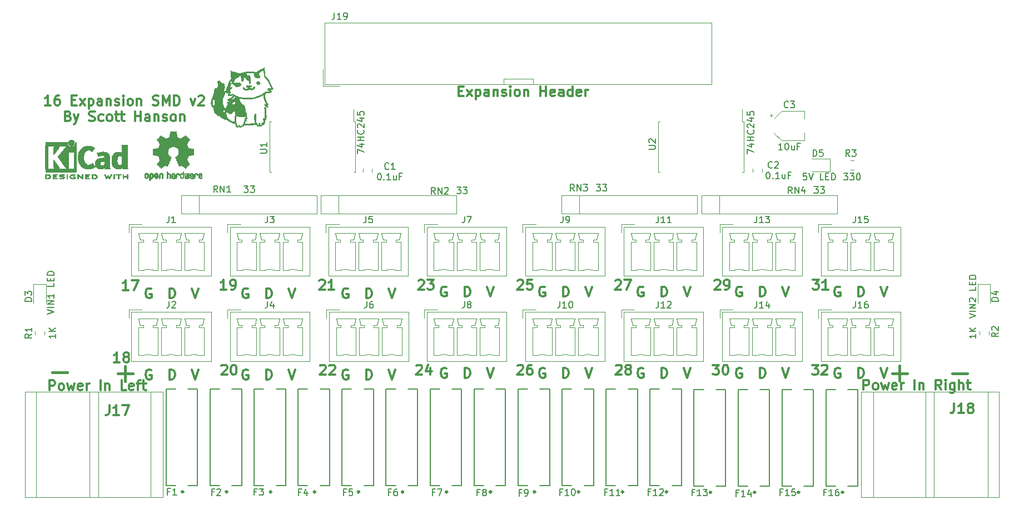
<source format=gbr>
G04 #@! TF.GenerationSoftware,KiCad,Pcbnew,(6.0.5)*
G04 #@! TF.CreationDate,2022-06-02T22:05:21-04:00*
G04 #@! TF.ProjectId,PB_16,50425f31-362e-46b6-9963-61645f706362,v2*
G04 #@! TF.SameCoordinates,Original*
G04 #@! TF.FileFunction,Legend,Top*
G04 #@! TF.FilePolarity,Positive*
%FSLAX46Y46*%
G04 Gerber Fmt 4.6, Leading zero omitted, Abs format (unit mm)*
G04 Created by KiCad (PCBNEW (6.0.5)) date 2022-06-02 22:05:21*
%MOMM*%
%LPD*%
G01*
G04 APERTURE LIST*
%ADD10C,0.120000*%
%ADD11C,0.300000*%
%ADD12C,0.400000*%
%ADD13C,0.150000*%
%ADD14C,0.127000*%
%ADD15C,0.010000*%
G04 APERTURE END LIST*
D10*
X147701000Y-90467800D02*
X147701000Y-89667800D01*
X147701000Y-89667800D02*
X143201000Y-89667800D01*
X143201000Y-89667800D02*
X143201000Y-90467800D01*
D11*
X104278857Y-134078000D02*
X104136000Y-134006571D01*
X103921714Y-134006571D01*
X103707428Y-134078000D01*
X103564571Y-134220857D01*
X103493142Y-134363714D01*
X103421714Y-134649428D01*
X103421714Y-134863714D01*
X103493142Y-135149428D01*
X103564571Y-135292285D01*
X103707428Y-135435142D01*
X103921714Y-135506571D01*
X104064571Y-135506571D01*
X104278857Y-135435142D01*
X104350285Y-135363714D01*
X104350285Y-134863714D01*
X104064571Y-134863714D01*
X122289142Y-135506571D02*
X122289142Y-134006571D01*
X122646285Y-134006571D01*
X122860571Y-134078000D01*
X123003428Y-134220857D01*
X123074857Y-134363714D01*
X123146285Y-134649428D01*
X123146285Y-134863714D01*
X123074857Y-135149428D01*
X123003428Y-135292285D01*
X122860571Y-135435142D01*
X122646285Y-135506571D01*
X122289142Y-135506571D01*
X170696000Y-133752571D02*
X171196000Y-135252571D01*
X171696000Y-133752571D01*
X167247142Y-135252571D02*
X167247142Y-133752571D01*
X167604285Y-133752571D01*
X167818571Y-133824000D01*
X167961428Y-133966857D01*
X168032857Y-134109714D01*
X168104285Y-134395428D01*
X168104285Y-134609714D01*
X168032857Y-134895428D01*
X167961428Y-135038285D01*
X167818571Y-135181142D01*
X167604285Y-135252571D01*
X167247142Y-135252571D01*
X185682000Y-133752571D02*
X186182000Y-135252571D01*
X186682000Y-133752571D01*
X119518857Y-134078000D02*
X119376000Y-134006571D01*
X119161714Y-134006571D01*
X118947428Y-134078000D01*
X118804571Y-134220857D01*
X118733142Y-134363714D01*
X118661714Y-134649428D01*
X118661714Y-134863714D01*
X118733142Y-135149428D01*
X118804571Y-135292285D01*
X118947428Y-135435142D01*
X119161714Y-135506571D01*
X119304571Y-135506571D01*
X119518857Y-135435142D01*
X119590285Y-135363714D01*
X119590285Y-134863714D01*
X119304571Y-134863714D01*
X179462857Y-133824000D02*
X179320000Y-133752571D01*
X179105714Y-133752571D01*
X178891428Y-133824000D01*
X178748571Y-133966857D01*
X178677142Y-134109714D01*
X178605714Y-134395428D01*
X178605714Y-134609714D01*
X178677142Y-134895428D01*
X178748571Y-135038285D01*
X178891428Y-135181142D01*
X179105714Y-135252571D01*
X179248571Y-135252571D01*
X179462857Y-135181142D01*
X179534285Y-135109714D01*
X179534285Y-134609714D01*
X179248571Y-134609714D01*
X200668000Y-133752571D02*
X201168000Y-135252571D01*
X201668000Y-133752571D01*
X197219142Y-135252571D02*
X197219142Y-133752571D01*
X197576285Y-133752571D01*
X197790571Y-133824000D01*
X197933428Y-133966857D01*
X198004857Y-134109714D01*
X198076285Y-134395428D01*
X198076285Y-134609714D01*
X198004857Y-134895428D01*
X197933428Y-135038285D01*
X197790571Y-135181142D01*
X197576285Y-135252571D01*
X197219142Y-135252571D01*
X194448857Y-133824000D02*
X194306000Y-133752571D01*
X194091714Y-133752571D01*
X193877428Y-133824000D01*
X193734571Y-133966857D01*
X193663142Y-134109714D01*
X193591714Y-134395428D01*
X193591714Y-134609714D01*
X193663142Y-134895428D01*
X193734571Y-135038285D01*
X193877428Y-135181142D01*
X194091714Y-135252571D01*
X194234571Y-135252571D01*
X194448857Y-135181142D01*
X194520285Y-135109714D01*
X194520285Y-134609714D01*
X194234571Y-134609714D01*
X137275142Y-135252571D02*
X137275142Y-133752571D01*
X137632285Y-133752571D01*
X137846571Y-133824000D01*
X137989428Y-133966857D01*
X138060857Y-134109714D01*
X138132285Y-134395428D01*
X138132285Y-134609714D01*
X138060857Y-134895428D01*
X137989428Y-135038285D01*
X137846571Y-135181142D01*
X137632285Y-135252571D01*
X137275142Y-135252571D01*
X107049142Y-135506571D02*
X107049142Y-134006571D01*
X107406285Y-134006571D01*
X107620571Y-134078000D01*
X107763428Y-134220857D01*
X107834857Y-134363714D01*
X107906285Y-134649428D01*
X107906285Y-134863714D01*
X107834857Y-135149428D01*
X107763428Y-135292285D01*
X107620571Y-135435142D01*
X107406285Y-135506571D01*
X107049142Y-135506571D01*
X182233142Y-135252571D02*
X182233142Y-133752571D01*
X182590285Y-133752571D01*
X182804571Y-133824000D01*
X182947428Y-133966857D01*
X183018857Y-134109714D01*
X183090285Y-134395428D01*
X183090285Y-134609714D01*
X183018857Y-134895428D01*
X182947428Y-135038285D01*
X182804571Y-135181142D01*
X182590285Y-135252571D01*
X182233142Y-135252571D01*
X95766000Y-134006571D02*
X96266000Y-135506571D01*
X96766000Y-134006571D01*
X155710000Y-133752571D02*
X156210000Y-135252571D01*
X156710000Y-133752571D01*
X149490857Y-133824000D02*
X149348000Y-133752571D01*
X149133714Y-133752571D01*
X148919428Y-133824000D01*
X148776571Y-133966857D01*
X148705142Y-134109714D01*
X148633714Y-134395428D01*
X148633714Y-134609714D01*
X148705142Y-134895428D01*
X148776571Y-135038285D01*
X148919428Y-135181142D01*
X149133714Y-135252571D01*
X149276571Y-135252571D01*
X149490857Y-135181142D01*
X149562285Y-135109714D01*
X149562285Y-134609714D01*
X149276571Y-134609714D01*
X134504857Y-133824000D02*
X134362000Y-133752571D01*
X134147714Y-133752571D01*
X133933428Y-133824000D01*
X133790571Y-133966857D01*
X133719142Y-134109714D01*
X133647714Y-134395428D01*
X133647714Y-134609714D01*
X133719142Y-134895428D01*
X133790571Y-135038285D01*
X133933428Y-135181142D01*
X134147714Y-135252571D01*
X134290571Y-135252571D01*
X134504857Y-135181142D01*
X134576285Y-135109714D01*
X134576285Y-134609714D01*
X134290571Y-134609714D01*
X110498000Y-134006571D02*
X110998000Y-135506571D01*
X111498000Y-134006571D01*
X89546857Y-134078000D02*
X89404000Y-134006571D01*
X89189714Y-134006571D01*
X88975428Y-134078000D01*
X88832571Y-134220857D01*
X88761142Y-134363714D01*
X88689714Y-134649428D01*
X88689714Y-134863714D01*
X88761142Y-135149428D01*
X88832571Y-135292285D01*
X88975428Y-135435142D01*
X89189714Y-135506571D01*
X89332571Y-135506571D01*
X89546857Y-135435142D01*
X89618285Y-135363714D01*
X89618285Y-134863714D01*
X89332571Y-134863714D01*
X92317142Y-135506571D02*
X92317142Y-134006571D01*
X92674285Y-134006571D01*
X92888571Y-134078000D01*
X93031428Y-134220857D01*
X93102857Y-134363714D01*
X93174285Y-134649428D01*
X93174285Y-134863714D01*
X93102857Y-135149428D01*
X93031428Y-135292285D01*
X92888571Y-135435142D01*
X92674285Y-135506571D01*
X92317142Y-135506571D01*
X140724000Y-133752571D02*
X141224000Y-135252571D01*
X141724000Y-133752571D01*
X125738000Y-134006571D02*
X126238000Y-135506571D01*
X126738000Y-134006571D01*
X152261142Y-135252571D02*
X152261142Y-133752571D01*
X152618285Y-133752571D01*
X152832571Y-133824000D01*
X152975428Y-133966857D01*
X153046857Y-134109714D01*
X153118285Y-134395428D01*
X153118285Y-134609714D01*
X153046857Y-134895428D01*
X152975428Y-135038285D01*
X152832571Y-135181142D01*
X152618285Y-135252571D01*
X152261142Y-135252571D01*
X164476857Y-133824000D02*
X164334000Y-133752571D01*
X164119714Y-133752571D01*
X163905428Y-133824000D01*
X163762571Y-133966857D01*
X163691142Y-134109714D01*
X163619714Y-134395428D01*
X163619714Y-134609714D01*
X163691142Y-134895428D01*
X163762571Y-135038285D01*
X163905428Y-135181142D01*
X164119714Y-135252571D01*
X164262571Y-135252571D01*
X164476857Y-135181142D01*
X164548285Y-135109714D01*
X164548285Y-134609714D01*
X164262571Y-134609714D01*
X92317142Y-123106571D02*
X92317142Y-121606571D01*
X92674285Y-121606571D01*
X92888571Y-121678000D01*
X93031428Y-121820857D01*
X93102857Y-121963714D01*
X93174285Y-122249428D01*
X93174285Y-122463714D01*
X93102857Y-122749428D01*
X93031428Y-122892285D01*
X92888571Y-123035142D01*
X92674285Y-123106571D01*
X92317142Y-123106571D01*
X89546857Y-121678000D02*
X89404000Y-121606571D01*
X89189714Y-121606571D01*
X88975428Y-121678000D01*
X88832571Y-121820857D01*
X88761142Y-121963714D01*
X88689714Y-122249428D01*
X88689714Y-122463714D01*
X88761142Y-122749428D01*
X88832571Y-122892285D01*
X88975428Y-123035142D01*
X89189714Y-123106571D01*
X89332571Y-123106571D01*
X89546857Y-123035142D01*
X89618285Y-122963714D01*
X89618285Y-122463714D01*
X89332571Y-122463714D01*
X95766000Y-121606571D02*
X96266000Y-123106571D01*
X96766000Y-121606571D01*
D12*
X202398142Y-134580085D02*
X204683857Y-134580085D01*
X203541000Y-135722942D02*
X203541000Y-133437228D01*
D11*
X74251000Y-93688871D02*
X73393857Y-93688871D01*
X73822428Y-93688871D02*
X73822428Y-92188871D01*
X73679571Y-92403157D01*
X73536714Y-92546014D01*
X73393857Y-92617442D01*
X75536714Y-92188871D02*
X75251000Y-92188871D01*
X75108142Y-92260300D01*
X75036714Y-92331728D01*
X74893857Y-92546014D01*
X74822428Y-92831728D01*
X74822428Y-93403157D01*
X74893857Y-93546014D01*
X74965285Y-93617442D01*
X75108142Y-93688871D01*
X75393857Y-93688871D01*
X75536714Y-93617442D01*
X75608142Y-93546014D01*
X75679571Y-93403157D01*
X75679571Y-93046014D01*
X75608142Y-92903157D01*
X75536714Y-92831728D01*
X75393857Y-92760300D01*
X75108142Y-92760300D01*
X74965285Y-92831728D01*
X74893857Y-92903157D01*
X74822428Y-93046014D01*
X77465285Y-92903157D02*
X77965285Y-92903157D01*
X78179571Y-93688871D02*
X77465285Y-93688871D01*
X77465285Y-92188871D01*
X78179571Y-92188871D01*
X78679571Y-93688871D02*
X79465285Y-92688871D01*
X78679571Y-92688871D02*
X79465285Y-93688871D01*
X80036714Y-92688871D02*
X80036714Y-94188871D01*
X80036714Y-92760300D02*
X80179571Y-92688871D01*
X80465285Y-92688871D01*
X80608142Y-92760300D01*
X80679571Y-92831728D01*
X80751000Y-92974585D01*
X80751000Y-93403157D01*
X80679571Y-93546014D01*
X80608142Y-93617442D01*
X80465285Y-93688871D01*
X80179571Y-93688871D01*
X80036714Y-93617442D01*
X82036714Y-93688871D02*
X82036714Y-92903157D01*
X81965285Y-92760300D01*
X81822428Y-92688871D01*
X81536714Y-92688871D01*
X81393857Y-92760300D01*
X82036714Y-93617442D02*
X81893857Y-93688871D01*
X81536714Y-93688871D01*
X81393857Y-93617442D01*
X81322428Y-93474585D01*
X81322428Y-93331728D01*
X81393857Y-93188871D01*
X81536714Y-93117442D01*
X81893857Y-93117442D01*
X82036714Y-93046014D01*
X82751000Y-92688871D02*
X82751000Y-93688871D01*
X82751000Y-92831728D02*
X82822428Y-92760300D01*
X82965285Y-92688871D01*
X83179571Y-92688871D01*
X83322428Y-92760300D01*
X83393857Y-92903157D01*
X83393857Y-93688871D01*
X84036714Y-93617442D02*
X84179571Y-93688871D01*
X84465285Y-93688871D01*
X84608142Y-93617442D01*
X84679571Y-93474585D01*
X84679571Y-93403157D01*
X84608142Y-93260300D01*
X84465285Y-93188871D01*
X84251000Y-93188871D01*
X84108142Y-93117442D01*
X84036714Y-92974585D01*
X84036714Y-92903157D01*
X84108142Y-92760300D01*
X84251000Y-92688871D01*
X84465285Y-92688871D01*
X84608142Y-92760300D01*
X85322428Y-93688871D02*
X85322428Y-92688871D01*
X85322428Y-92188871D02*
X85251000Y-92260300D01*
X85322428Y-92331728D01*
X85393857Y-92260300D01*
X85322428Y-92188871D01*
X85322428Y-92331728D01*
X86251000Y-93688871D02*
X86108142Y-93617442D01*
X86036714Y-93546014D01*
X85965285Y-93403157D01*
X85965285Y-92974585D01*
X86036714Y-92831728D01*
X86108142Y-92760300D01*
X86251000Y-92688871D01*
X86465285Y-92688871D01*
X86608142Y-92760300D01*
X86679571Y-92831728D01*
X86751000Y-92974585D01*
X86751000Y-93403157D01*
X86679571Y-93546014D01*
X86608142Y-93617442D01*
X86465285Y-93688871D01*
X86251000Y-93688871D01*
X87393857Y-92688871D02*
X87393857Y-93688871D01*
X87393857Y-92831728D02*
X87465285Y-92760300D01*
X87608142Y-92688871D01*
X87822428Y-92688871D01*
X87965285Y-92760300D01*
X88036714Y-92903157D01*
X88036714Y-93688871D01*
X89822428Y-93617442D02*
X90036714Y-93688871D01*
X90393857Y-93688871D01*
X90536714Y-93617442D01*
X90608142Y-93546014D01*
X90679571Y-93403157D01*
X90679571Y-93260300D01*
X90608142Y-93117442D01*
X90536714Y-93046014D01*
X90393857Y-92974585D01*
X90108142Y-92903157D01*
X89965285Y-92831728D01*
X89893857Y-92760300D01*
X89822428Y-92617442D01*
X89822428Y-92474585D01*
X89893857Y-92331728D01*
X89965285Y-92260300D01*
X90108142Y-92188871D01*
X90465285Y-92188871D01*
X90679571Y-92260300D01*
X91322428Y-93688871D02*
X91322428Y-92188871D01*
X91822428Y-93260300D01*
X92322428Y-92188871D01*
X92322428Y-93688871D01*
X93036714Y-93688871D02*
X93036714Y-92188871D01*
X93393857Y-92188871D01*
X93608142Y-92260300D01*
X93750999Y-92403157D01*
X93822428Y-92546014D01*
X93893857Y-92831728D01*
X93893857Y-93046014D01*
X93822428Y-93331728D01*
X93750999Y-93474585D01*
X93608142Y-93617442D01*
X93393857Y-93688871D01*
X93036714Y-93688871D01*
X95536714Y-92688871D02*
X95893857Y-93688871D01*
X96250999Y-92688871D01*
X96750999Y-92331728D02*
X96822428Y-92260300D01*
X96965285Y-92188871D01*
X97322428Y-92188871D01*
X97465285Y-92260300D01*
X97536714Y-92331728D01*
X97608142Y-92474585D01*
X97608142Y-92617442D01*
X97536714Y-92831728D01*
X96679571Y-93688871D01*
X97608142Y-93688871D01*
X76893857Y-95318157D02*
X77108142Y-95389585D01*
X77179571Y-95461014D01*
X77251000Y-95603871D01*
X77251000Y-95818157D01*
X77179571Y-95961014D01*
X77108142Y-96032442D01*
X76965285Y-96103871D01*
X76393857Y-96103871D01*
X76393857Y-94603871D01*
X76893857Y-94603871D01*
X77036714Y-94675300D01*
X77108142Y-94746728D01*
X77179571Y-94889585D01*
X77179571Y-95032442D01*
X77108142Y-95175300D01*
X77036714Y-95246728D01*
X76893857Y-95318157D01*
X76393857Y-95318157D01*
X77751000Y-95103871D02*
X78108142Y-96103871D01*
X78465285Y-95103871D02*
X78108142Y-96103871D01*
X77965285Y-96461014D01*
X77893857Y-96532442D01*
X77751000Y-96603871D01*
X80108142Y-96032442D02*
X80322428Y-96103871D01*
X80679571Y-96103871D01*
X80822428Y-96032442D01*
X80893857Y-95961014D01*
X80965285Y-95818157D01*
X80965285Y-95675300D01*
X80893857Y-95532442D01*
X80822428Y-95461014D01*
X80679571Y-95389585D01*
X80393857Y-95318157D01*
X80251000Y-95246728D01*
X80179571Y-95175300D01*
X80108142Y-95032442D01*
X80108142Y-94889585D01*
X80179571Y-94746728D01*
X80251000Y-94675300D01*
X80393857Y-94603871D01*
X80751000Y-94603871D01*
X80965285Y-94675300D01*
X82251000Y-96032442D02*
X82108142Y-96103871D01*
X81822428Y-96103871D01*
X81679571Y-96032442D01*
X81608142Y-95961014D01*
X81536714Y-95818157D01*
X81536714Y-95389585D01*
X81608142Y-95246728D01*
X81679571Y-95175300D01*
X81822428Y-95103871D01*
X82108142Y-95103871D01*
X82251000Y-95175300D01*
X83108142Y-96103871D02*
X82965285Y-96032442D01*
X82893857Y-95961014D01*
X82822428Y-95818157D01*
X82822428Y-95389585D01*
X82893857Y-95246728D01*
X82965285Y-95175300D01*
X83108142Y-95103871D01*
X83322428Y-95103871D01*
X83465285Y-95175300D01*
X83536714Y-95246728D01*
X83608142Y-95389585D01*
X83608142Y-95818157D01*
X83536714Y-95961014D01*
X83465285Y-96032442D01*
X83322428Y-96103871D01*
X83108142Y-96103871D01*
X84036714Y-95103871D02*
X84608142Y-95103871D01*
X84251000Y-94603871D02*
X84251000Y-95889585D01*
X84322428Y-96032442D01*
X84465285Y-96103871D01*
X84608142Y-96103871D01*
X84893857Y-95103871D02*
X85465285Y-95103871D01*
X85108142Y-94603871D02*
X85108142Y-95889585D01*
X85179571Y-96032442D01*
X85322428Y-96103871D01*
X85465285Y-96103871D01*
X87108142Y-96103871D02*
X87108142Y-94603871D01*
X87108142Y-95318157D02*
X87965285Y-95318157D01*
X87965285Y-96103871D02*
X87965285Y-94603871D01*
X89322428Y-96103871D02*
X89322428Y-95318157D01*
X89251000Y-95175300D01*
X89108142Y-95103871D01*
X88822428Y-95103871D01*
X88679571Y-95175300D01*
X89322428Y-96032442D02*
X89179571Y-96103871D01*
X88822428Y-96103871D01*
X88679571Y-96032442D01*
X88608142Y-95889585D01*
X88608142Y-95746728D01*
X88679571Y-95603871D01*
X88822428Y-95532442D01*
X89179571Y-95532442D01*
X89322428Y-95461014D01*
X90036714Y-95103871D02*
X90036714Y-96103871D01*
X90036714Y-95246728D02*
X90108142Y-95175300D01*
X90251000Y-95103871D01*
X90465285Y-95103871D01*
X90608142Y-95175300D01*
X90679571Y-95318157D01*
X90679571Y-96103871D01*
X91322428Y-96032442D02*
X91465285Y-96103871D01*
X91751000Y-96103871D01*
X91893857Y-96032442D01*
X91965285Y-95889585D01*
X91965285Y-95818157D01*
X91893857Y-95675300D01*
X91751000Y-95603871D01*
X91536714Y-95603871D01*
X91393857Y-95532442D01*
X91322428Y-95389585D01*
X91322428Y-95318157D01*
X91393857Y-95175300D01*
X91536714Y-95103871D01*
X91751000Y-95103871D01*
X91893857Y-95175300D01*
X92822428Y-96103871D02*
X92679571Y-96032442D01*
X92608142Y-95961014D01*
X92536714Y-95818157D01*
X92536714Y-95389585D01*
X92608142Y-95246728D01*
X92679571Y-95175300D01*
X92822428Y-95103871D01*
X93036714Y-95103871D01*
X93179571Y-95175300D01*
X93251000Y-95246728D01*
X93322428Y-95389585D01*
X93322428Y-95818157D01*
X93251000Y-95961014D01*
X93179571Y-96032442D01*
X93036714Y-96103871D01*
X92822428Y-96103871D01*
X93965285Y-95103871D02*
X93965285Y-96103871D01*
X93965285Y-95246728D02*
X94036714Y-95175300D01*
X94179571Y-95103871D01*
X94393857Y-95103871D01*
X94536714Y-95175300D01*
X94608142Y-95318157D01*
X94608142Y-96103871D01*
X86115285Y-121896371D02*
X85258142Y-121896371D01*
X85686714Y-121896371D02*
X85686714Y-120396371D01*
X85543857Y-120610657D01*
X85401000Y-120753514D01*
X85258142Y-120824942D01*
X86615285Y-120396371D02*
X87615285Y-120396371D01*
X86972428Y-121896371D01*
X115258142Y-133439228D02*
X115329571Y-133367800D01*
X115472428Y-133296371D01*
X115829571Y-133296371D01*
X115972428Y-133367800D01*
X116043857Y-133439228D01*
X116115285Y-133582085D01*
X116115285Y-133724942D01*
X116043857Y-133939228D01*
X115186714Y-134796371D01*
X116115285Y-134796371D01*
X116686714Y-133439228D02*
X116758142Y-133367800D01*
X116901000Y-133296371D01*
X117258142Y-133296371D01*
X117401000Y-133367800D01*
X117472428Y-133439228D01*
X117543857Y-133582085D01*
X117543857Y-133724942D01*
X117472428Y-133939228D01*
X116615285Y-134796371D01*
X117543857Y-134796371D01*
X190286714Y-120296371D02*
X191215285Y-120296371D01*
X190715285Y-120867800D01*
X190929571Y-120867800D01*
X191072428Y-120939228D01*
X191143857Y-121010657D01*
X191215285Y-121153514D01*
X191215285Y-121510657D01*
X191143857Y-121653514D01*
X191072428Y-121724942D01*
X190929571Y-121796371D01*
X190501000Y-121796371D01*
X190358142Y-121724942D01*
X190286714Y-121653514D01*
X192643857Y-121796371D02*
X191786714Y-121796371D01*
X192215285Y-121796371D02*
X192215285Y-120296371D01*
X192072428Y-120510657D01*
X191929571Y-120653514D01*
X191786714Y-120724942D01*
X110498000Y-121606571D02*
X110998000Y-123106571D01*
X111498000Y-121606571D01*
D12*
X211542142Y-134580085D02*
X213827857Y-134580085D01*
D11*
X130258142Y-120439228D02*
X130329571Y-120367800D01*
X130472428Y-120296371D01*
X130829571Y-120296371D01*
X130972428Y-120367800D01*
X131043857Y-120439228D01*
X131115285Y-120582085D01*
X131115285Y-120724942D01*
X131043857Y-120939228D01*
X130186714Y-121796371D01*
X131115285Y-121796371D01*
X131615285Y-120296371D02*
X132543857Y-120296371D01*
X132043857Y-120867800D01*
X132258142Y-120867800D01*
X132401000Y-120939228D01*
X132472428Y-121010657D01*
X132543857Y-121153514D01*
X132543857Y-121510657D01*
X132472428Y-121653514D01*
X132401000Y-121724942D01*
X132258142Y-121796371D01*
X131829571Y-121796371D01*
X131686714Y-121724942D01*
X131615285Y-121653514D01*
X125738000Y-121606571D02*
X126238000Y-123106571D01*
X126738000Y-121606571D01*
X145358142Y-120439228D02*
X145429571Y-120367800D01*
X145572428Y-120296371D01*
X145929571Y-120296371D01*
X146072428Y-120367800D01*
X146143857Y-120439228D01*
X146215285Y-120582085D01*
X146215285Y-120724942D01*
X146143857Y-120939228D01*
X145286714Y-121796371D01*
X146215285Y-121796371D01*
X147572428Y-120296371D02*
X146858142Y-120296371D01*
X146786714Y-121010657D01*
X146858142Y-120939228D01*
X147001000Y-120867800D01*
X147358142Y-120867800D01*
X147501000Y-120939228D01*
X147572428Y-121010657D01*
X147643857Y-121153514D01*
X147643857Y-121510657D01*
X147572428Y-121653514D01*
X147501000Y-121724942D01*
X147358142Y-121796371D01*
X147001000Y-121796371D01*
X146858142Y-121724942D01*
X146786714Y-121653514D01*
X140724000Y-121352571D02*
X141224000Y-122852571D01*
X141724000Y-121352571D01*
X164476857Y-121424000D02*
X164334000Y-121352571D01*
X164119714Y-121352571D01*
X163905428Y-121424000D01*
X163762571Y-121566857D01*
X163691142Y-121709714D01*
X163619714Y-121995428D01*
X163619714Y-122209714D01*
X163691142Y-122495428D01*
X163762571Y-122638285D01*
X163905428Y-122781142D01*
X164119714Y-122852571D01*
X164262571Y-122852571D01*
X164476857Y-122781142D01*
X164548285Y-122709714D01*
X164548285Y-122209714D01*
X164262571Y-122209714D01*
X197219142Y-122852571D02*
X197219142Y-121352571D01*
X197576285Y-121352571D01*
X197790571Y-121424000D01*
X197933428Y-121566857D01*
X198004857Y-121709714D01*
X198076285Y-121995428D01*
X198076285Y-122209714D01*
X198004857Y-122495428D01*
X197933428Y-122638285D01*
X197790571Y-122781142D01*
X197576285Y-122852571D01*
X197219142Y-122852571D01*
X84765285Y-132896371D02*
X83908142Y-132896371D01*
X84336714Y-132896371D02*
X84336714Y-131396371D01*
X84193857Y-131610657D01*
X84051000Y-131753514D01*
X83908142Y-131824942D01*
X85622428Y-132039228D02*
X85479571Y-131967800D01*
X85408142Y-131896371D01*
X85336714Y-131753514D01*
X85336714Y-131682085D01*
X85408142Y-131539228D01*
X85479571Y-131467800D01*
X85622428Y-131396371D01*
X85908142Y-131396371D01*
X86051000Y-131467800D01*
X86122428Y-131539228D01*
X86193857Y-131682085D01*
X86193857Y-131753514D01*
X86122428Y-131896371D01*
X86051000Y-131967800D01*
X85908142Y-132039228D01*
X85622428Y-132039228D01*
X85479571Y-132110657D01*
X85408142Y-132182085D01*
X85336714Y-132324942D01*
X85336714Y-132610657D01*
X85408142Y-132753514D01*
X85479571Y-132824942D01*
X85622428Y-132896371D01*
X85908142Y-132896371D01*
X86051000Y-132824942D01*
X86122428Y-132753514D01*
X86193857Y-132610657D01*
X86193857Y-132324942D01*
X86122428Y-132182085D01*
X86051000Y-132110657D01*
X85908142Y-132039228D01*
X194448857Y-121424000D02*
X194306000Y-121352571D01*
X194091714Y-121352571D01*
X193877428Y-121424000D01*
X193734571Y-121566857D01*
X193663142Y-121709714D01*
X193591714Y-121995428D01*
X193591714Y-122209714D01*
X193663142Y-122495428D01*
X193734571Y-122638285D01*
X193877428Y-122781142D01*
X194091714Y-122852571D01*
X194234571Y-122852571D01*
X194448857Y-122781142D01*
X194520285Y-122709714D01*
X194520285Y-122209714D01*
X194234571Y-122209714D01*
X179462857Y-121424000D02*
X179320000Y-121352571D01*
X179105714Y-121352571D01*
X178891428Y-121424000D01*
X178748571Y-121566857D01*
X178677142Y-121709714D01*
X178605714Y-121995428D01*
X178605714Y-122209714D01*
X178677142Y-122495428D01*
X178748571Y-122638285D01*
X178891428Y-122781142D01*
X179105714Y-122852571D01*
X179248571Y-122852571D01*
X179462857Y-122781142D01*
X179534285Y-122709714D01*
X179534285Y-122209714D01*
X179248571Y-122209714D01*
X175358142Y-120439228D02*
X175429571Y-120367800D01*
X175572428Y-120296371D01*
X175929571Y-120296371D01*
X176072428Y-120367800D01*
X176143857Y-120439228D01*
X176215285Y-120582085D01*
X176215285Y-120724942D01*
X176143857Y-120939228D01*
X175286714Y-121796371D01*
X176215285Y-121796371D01*
X176929571Y-121796371D02*
X177215285Y-121796371D01*
X177358142Y-121724942D01*
X177429571Y-121653514D01*
X177572428Y-121439228D01*
X177643857Y-121153514D01*
X177643857Y-120582085D01*
X177572428Y-120439228D01*
X177501000Y-120367800D01*
X177358142Y-120296371D01*
X177072428Y-120296371D01*
X176929571Y-120367800D01*
X176858142Y-120439228D01*
X176786714Y-120582085D01*
X176786714Y-120939228D01*
X176858142Y-121082085D01*
X176929571Y-121153514D01*
X177072428Y-121224942D01*
X177358142Y-121224942D01*
X177501000Y-121153514D01*
X177572428Y-121082085D01*
X177643857Y-120939228D01*
X160258142Y-120439228D02*
X160329571Y-120367800D01*
X160472428Y-120296371D01*
X160829571Y-120296371D01*
X160972428Y-120367800D01*
X161043857Y-120439228D01*
X161115285Y-120582085D01*
X161115285Y-120724942D01*
X161043857Y-120939228D01*
X160186714Y-121796371D01*
X161115285Y-121796371D01*
X161615285Y-120296371D02*
X162615285Y-120296371D01*
X161972428Y-121796371D01*
X175086714Y-133296371D02*
X176015285Y-133296371D01*
X175515285Y-133867800D01*
X175729571Y-133867800D01*
X175872428Y-133939228D01*
X175943857Y-134010657D01*
X176015285Y-134153514D01*
X176015285Y-134510657D01*
X175943857Y-134653514D01*
X175872428Y-134724942D01*
X175729571Y-134796371D01*
X175301000Y-134796371D01*
X175158142Y-134724942D01*
X175086714Y-134653514D01*
X176943857Y-133296371D02*
X177086714Y-133296371D01*
X177229571Y-133367800D01*
X177301000Y-133439228D01*
X177372428Y-133582085D01*
X177443857Y-133867800D01*
X177443857Y-134224942D01*
X177372428Y-134510657D01*
X177301000Y-134653514D01*
X177229571Y-134724942D01*
X177086714Y-134796371D01*
X176943857Y-134796371D01*
X176801000Y-134724942D01*
X176729571Y-134653514D01*
X176658142Y-134510657D01*
X176586714Y-134224942D01*
X176586714Y-133867800D01*
X176658142Y-133582085D01*
X176729571Y-133439228D01*
X176801000Y-133367800D01*
X176943857Y-133296371D01*
D12*
X84458142Y-134632085D02*
X86743857Y-134632085D01*
X85601000Y-135774942D02*
X85601000Y-133489228D01*
D11*
X155710000Y-121352571D02*
X156210000Y-122852571D01*
X156710000Y-121352571D01*
X152261142Y-122852571D02*
X152261142Y-121352571D01*
X152618285Y-121352571D01*
X152832571Y-121424000D01*
X152975428Y-121566857D01*
X153046857Y-121709714D01*
X153118285Y-121995428D01*
X153118285Y-122209714D01*
X153046857Y-122495428D01*
X152975428Y-122638285D01*
X152832571Y-122781142D01*
X152618285Y-122852571D01*
X152261142Y-122852571D01*
X107049142Y-123106571D02*
X107049142Y-121606571D01*
X107406285Y-121606571D01*
X107620571Y-121678000D01*
X107763428Y-121820857D01*
X107834857Y-121963714D01*
X107906285Y-122249428D01*
X107906285Y-122463714D01*
X107834857Y-122749428D01*
X107763428Y-122892285D01*
X107620571Y-123035142D01*
X107406285Y-123106571D01*
X107049142Y-123106571D01*
X185682000Y-121352571D02*
X186182000Y-122852571D01*
X186682000Y-121352571D01*
X119518857Y-121678000D02*
X119376000Y-121606571D01*
X119161714Y-121606571D01*
X118947428Y-121678000D01*
X118804571Y-121820857D01*
X118733142Y-121963714D01*
X118661714Y-122249428D01*
X118661714Y-122463714D01*
X118733142Y-122749428D01*
X118804571Y-122892285D01*
X118947428Y-123035142D01*
X119161714Y-123106571D01*
X119304571Y-123106571D01*
X119518857Y-123035142D01*
X119590285Y-122963714D01*
X119590285Y-122463714D01*
X119304571Y-122463714D01*
X145358142Y-133439228D02*
X145429571Y-133367800D01*
X145572428Y-133296371D01*
X145929571Y-133296371D01*
X146072428Y-133367800D01*
X146143857Y-133439228D01*
X146215285Y-133582085D01*
X146215285Y-133724942D01*
X146143857Y-133939228D01*
X145286714Y-134796371D01*
X146215285Y-134796371D01*
X147501000Y-133296371D02*
X147215285Y-133296371D01*
X147072428Y-133367800D01*
X147001000Y-133439228D01*
X146858142Y-133653514D01*
X146786714Y-133939228D01*
X146786714Y-134510657D01*
X146858142Y-134653514D01*
X146929571Y-134724942D01*
X147072428Y-134796371D01*
X147358142Y-134796371D01*
X147501000Y-134724942D01*
X147572428Y-134653514D01*
X147643857Y-134510657D01*
X147643857Y-134153514D01*
X147572428Y-134010657D01*
X147501000Y-133939228D01*
X147358142Y-133867800D01*
X147072428Y-133867800D01*
X146929571Y-133939228D01*
X146858142Y-134010657D01*
X146786714Y-134153514D01*
D12*
X74458142Y-134432085D02*
X76743857Y-134432085D01*
D11*
X134504857Y-121424000D02*
X134362000Y-121352571D01*
X134147714Y-121352571D01*
X133933428Y-121424000D01*
X133790571Y-121566857D01*
X133719142Y-121709714D01*
X133647714Y-121995428D01*
X133647714Y-122209714D01*
X133719142Y-122495428D01*
X133790571Y-122638285D01*
X133933428Y-122781142D01*
X134147714Y-122852571D01*
X134290571Y-122852571D01*
X134504857Y-122781142D01*
X134576285Y-122709714D01*
X134576285Y-122209714D01*
X134290571Y-122209714D01*
X170696000Y-121352571D02*
X171196000Y-122852571D01*
X171696000Y-121352571D01*
X122289142Y-123106571D02*
X122289142Y-121606571D01*
X122646285Y-121606571D01*
X122860571Y-121678000D01*
X123003428Y-121820857D01*
X123074857Y-121963714D01*
X123146285Y-122249428D01*
X123146285Y-122463714D01*
X123074857Y-122749428D01*
X123003428Y-122892285D01*
X122860571Y-123035142D01*
X122646285Y-123106571D01*
X122289142Y-123106571D01*
X160358142Y-133439228D02*
X160429571Y-133367800D01*
X160572428Y-133296371D01*
X160929571Y-133296371D01*
X161072428Y-133367800D01*
X161143857Y-133439228D01*
X161215285Y-133582085D01*
X161215285Y-133724942D01*
X161143857Y-133939228D01*
X160286714Y-134796371D01*
X161215285Y-134796371D01*
X162072428Y-133939228D02*
X161929571Y-133867800D01*
X161858142Y-133796371D01*
X161786714Y-133653514D01*
X161786714Y-133582085D01*
X161858142Y-133439228D01*
X161929571Y-133367800D01*
X162072428Y-133296371D01*
X162358142Y-133296371D01*
X162501000Y-133367800D01*
X162572428Y-133439228D01*
X162643857Y-133582085D01*
X162643857Y-133653514D01*
X162572428Y-133796371D01*
X162501000Y-133867800D01*
X162358142Y-133939228D01*
X162072428Y-133939228D01*
X161929571Y-134010657D01*
X161858142Y-134082085D01*
X161786714Y-134224942D01*
X161786714Y-134510657D01*
X161858142Y-134653514D01*
X161929571Y-134724942D01*
X162072428Y-134796371D01*
X162358142Y-134796371D01*
X162501000Y-134724942D01*
X162572428Y-134653514D01*
X162643857Y-134510657D01*
X162643857Y-134224942D01*
X162572428Y-134082085D01*
X162501000Y-134010657D01*
X162358142Y-133939228D01*
X115158142Y-120439228D02*
X115229571Y-120367800D01*
X115372428Y-120296371D01*
X115729571Y-120296371D01*
X115872428Y-120367800D01*
X115943857Y-120439228D01*
X116015285Y-120582085D01*
X116015285Y-120724942D01*
X115943857Y-120939228D01*
X115086714Y-121796371D01*
X116015285Y-121796371D01*
X117443857Y-121796371D02*
X116586714Y-121796371D01*
X117015285Y-121796371D02*
X117015285Y-120296371D01*
X116872428Y-120510657D01*
X116729571Y-120653514D01*
X116586714Y-120724942D01*
X182233142Y-122852571D02*
X182233142Y-121352571D01*
X182590285Y-121352571D01*
X182804571Y-121424000D01*
X182947428Y-121566857D01*
X183018857Y-121709714D01*
X183090285Y-121995428D01*
X183090285Y-122209714D01*
X183018857Y-122495428D01*
X182947428Y-122638285D01*
X182804571Y-122781142D01*
X182590285Y-122852571D01*
X182233142Y-122852571D01*
X167247142Y-122852571D02*
X167247142Y-121352571D01*
X167604285Y-121352571D01*
X167818571Y-121424000D01*
X167961428Y-121566857D01*
X168032857Y-121709714D01*
X168104285Y-121995428D01*
X168104285Y-122209714D01*
X168032857Y-122495428D01*
X167961428Y-122638285D01*
X167818571Y-122781142D01*
X167604285Y-122852571D01*
X167247142Y-122852571D01*
X190186714Y-133296371D02*
X191115285Y-133296371D01*
X190615285Y-133867800D01*
X190829571Y-133867800D01*
X190972428Y-133939228D01*
X191043857Y-134010657D01*
X191115285Y-134153514D01*
X191115285Y-134510657D01*
X191043857Y-134653514D01*
X190972428Y-134724942D01*
X190829571Y-134796371D01*
X190401000Y-134796371D01*
X190258142Y-134724942D01*
X190186714Y-134653514D01*
X191686714Y-133439228D02*
X191758142Y-133367800D01*
X191901000Y-133296371D01*
X192258142Y-133296371D01*
X192401000Y-133367800D01*
X192472428Y-133439228D01*
X192543857Y-133582085D01*
X192543857Y-133724942D01*
X192472428Y-133939228D01*
X191615285Y-134796371D01*
X192543857Y-134796371D01*
X129958142Y-133439228D02*
X130029571Y-133367800D01*
X130172428Y-133296371D01*
X130529571Y-133296371D01*
X130672428Y-133367800D01*
X130743857Y-133439228D01*
X130815285Y-133582085D01*
X130815285Y-133724942D01*
X130743857Y-133939228D01*
X129886714Y-134796371D01*
X130815285Y-134796371D01*
X132101000Y-133796371D02*
X132101000Y-134796371D01*
X131743857Y-133224942D02*
X131386714Y-134296371D01*
X132315285Y-134296371D01*
X137275142Y-122852571D02*
X137275142Y-121352571D01*
X137632285Y-121352571D01*
X137846571Y-121424000D01*
X137989428Y-121566857D01*
X138060857Y-121709714D01*
X138132285Y-121995428D01*
X138132285Y-122209714D01*
X138060857Y-122495428D01*
X137989428Y-122638285D01*
X137846571Y-122781142D01*
X137632285Y-122852571D01*
X137275142Y-122852571D01*
X200668000Y-121352571D02*
X201168000Y-122852571D01*
X201668000Y-121352571D01*
X100258142Y-133439228D02*
X100329571Y-133367800D01*
X100472428Y-133296371D01*
X100829571Y-133296371D01*
X100972428Y-133367800D01*
X101043857Y-133439228D01*
X101115285Y-133582085D01*
X101115285Y-133724942D01*
X101043857Y-133939228D01*
X100186714Y-134796371D01*
X101115285Y-134796371D01*
X102043857Y-133296371D02*
X102186714Y-133296371D01*
X102329571Y-133367800D01*
X102401000Y-133439228D01*
X102472428Y-133582085D01*
X102543857Y-133867800D01*
X102543857Y-134224942D01*
X102472428Y-134510657D01*
X102401000Y-134653514D01*
X102329571Y-134724942D01*
X102186714Y-134796371D01*
X102043857Y-134796371D01*
X101901000Y-134724942D01*
X101829571Y-134653514D01*
X101758142Y-134510657D01*
X101686714Y-134224942D01*
X101686714Y-133867800D01*
X101758142Y-133582085D01*
X101829571Y-133439228D01*
X101901000Y-133367800D01*
X102043857Y-133296371D01*
X104278857Y-121678000D02*
X104136000Y-121606571D01*
X103921714Y-121606571D01*
X103707428Y-121678000D01*
X103564571Y-121820857D01*
X103493142Y-121963714D01*
X103421714Y-122249428D01*
X103421714Y-122463714D01*
X103493142Y-122749428D01*
X103564571Y-122892285D01*
X103707428Y-123035142D01*
X103921714Y-123106571D01*
X104064571Y-123106571D01*
X104278857Y-123035142D01*
X104350285Y-122963714D01*
X104350285Y-122463714D01*
X104064571Y-122463714D01*
X101015285Y-121796371D02*
X100158142Y-121796371D01*
X100586714Y-121796371D02*
X100586714Y-120296371D01*
X100443857Y-120510657D01*
X100301000Y-120653514D01*
X100158142Y-120724942D01*
X101729571Y-121796371D02*
X102015285Y-121796371D01*
X102158142Y-121724942D01*
X102229571Y-121653514D01*
X102372428Y-121439228D01*
X102443857Y-121153514D01*
X102443857Y-120582085D01*
X102372428Y-120439228D01*
X102301000Y-120367800D01*
X102158142Y-120296371D01*
X101872428Y-120296371D01*
X101729571Y-120367800D01*
X101658142Y-120439228D01*
X101586714Y-120582085D01*
X101586714Y-120939228D01*
X101658142Y-121082085D01*
X101729571Y-121153514D01*
X101872428Y-121224942D01*
X102158142Y-121224942D01*
X102301000Y-121153514D01*
X102372428Y-121082085D01*
X102443857Y-120939228D01*
X149490857Y-121424000D02*
X149348000Y-121352571D01*
X149133714Y-121352571D01*
X148919428Y-121424000D01*
X148776571Y-121566857D01*
X148705142Y-121709714D01*
X148633714Y-121995428D01*
X148633714Y-122209714D01*
X148705142Y-122495428D01*
X148776571Y-122638285D01*
X148919428Y-122781142D01*
X149133714Y-122852571D01*
X149276571Y-122852571D01*
X149490857Y-122781142D01*
X149562285Y-122709714D01*
X149562285Y-122209714D01*
X149276571Y-122209714D01*
D13*
X184134333Y-103174942D02*
X184086714Y-103222561D01*
X183943857Y-103270180D01*
X183848619Y-103270180D01*
X183705761Y-103222561D01*
X183610523Y-103127323D01*
X183562904Y-103032085D01*
X183515285Y-102841609D01*
X183515285Y-102698752D01*
X183562904Y-102508276D01*
X183610523Y-102413038D01*
X183705761Y-102317800D01*
X183848619Y-102270180D01*
X183943857Y-102270180D01*
X184086714Y-102317800D01*
X184134333Y-102365419D01*
X184515285Y-102365419D02*
X184562904Y-102317800D01*
X184658142Y-102270180D01*
X184896238Y-102270180D01*
X184991476Y-102317800D01*
X185039095Y-102365419D01*
X185086714Y-102460657D01*
X185086714Y-102555895D01*
X185039095Y-102698752D01*
X184467666Y-103270180D01*
X185086714Y-103270180D01*
X183458142Y-103870180D02*
X183553380Y-103870180D01*
X183648619Y-103917800D01*
X183696238Y-103965419D01*
X183743857Y-104060657D01*
X183791476Y-104251133D01*
X183791476Y-104489228D01*
X183743857Y-104679704D01*
X183696238Y-104774942D01*
X183648619Y-104822561D01*
X183553380Y-104870180D01*
X183458142Y-104870180D01*
X183362904Y-104822561D01*
X183315285Y-104774942D01*
X183267666Y-104679704D01*
X183220047Y-104489228D01*
X183220047Y-104251133D01*
X183267666Y-104060657D01*
X183315285Y-103965419D01*
X183362904Y-103917800D01*
X183458142Y-103870180D01*
X184220047Y-104774942D02*
X184267666Y-104822561D01*
X184220047Y-104870180D01*
X184172428Y-104822561D01*
X184220047Y-104774942D01*
X184220047Y-104870180D01*
X185220047Y-104870180D02*
X184648619Y-104870180D01*
X184934333Y-104870180D02*
X184934333Y-103870180D01*
X184839095Y-104013038D01*
X184743857Y-104108276D01*
X184648619Y-104155895D01*
X186077190Y-104203514D02*
X186077190Y-104870180D01*
X185648619Y-104203514D02*
X185648619Y-104727323D01*
X185696238Y-104822561D01*
X185791476Y-104870180D01*
X185934333Y-104870180D01*
X186029571Y-104822561D01*
X186077190Y-104774942D01*
X186886714Y-104346371D02*
X186553380Y-104346371D01*
X186553380Y-104870180D02*
X186553380Y-103870180D01*
X187029571Y-103870180D01*
X92266666Y-123602380D02*
X92266666Y-124316666D01*
X92219047Y-124459523D01*
X92123809Y-124554761D01*
X91980952Y-124602380D01*
X91885714Y-124602380D01*
X92695238Y-123697619D02*
X92742857Y-123650000D01*
X92838095Y-123602380D01*
X93076190Y-123602380D01*
X93171428Y-123650000D01*
X93219047Y-123697619D01*
X93266666Y-123792857D01*
X93266666Y-123888095D01*
X93219047Y-124030952D01*
X92647619Y-124602380D01*
X93266666Y-124602380D01*
X122266666Y-110602380D02*
X122266666Y-111316666D01*
X122219047Y-111459523D01*
X122123809Y-111554761D01*
X121980952Y-111602380D01*
X121885714Y-111602380D01*
X123219047Y-110602380D02*
X122742857Y-110602380D01*
X122695238Y-111078571D01*
X122742857Y-111030952D01*
X122838095Y-110983333D01*
X123076190Y-110983333D01*
X123171428Y-111030952D01*
X123219047Y-111078571D01*
X123266666Y-111173809D01*
X123266666Y-111411904D01*
X123219047Y-111507142D01*
X123171428Y-111554761D01*
X123076190Y-111602380D01*
X122838095Y-111602380D01*
X122742857Y-111554761D01*
X122695238Y-111507142D01*
X122381008Y-123602380D02*
X122381008Y-124316666D01*
X122333389Y-124459523D01*
X122238151Y-124554761D01*
X122095294Y-124602380D01*
X122000056Y-124602380D01*
X123285770Y-123602380D02*
X123095294Y-123602380D01*
X123000056Y-123650000D01*
X122952437Y-123697619D01*
X122857199Y-123840476D01*
X122809580Y-124030952D01*
X122809580Y-124411904D01*
X122857199Y-124507142D01*
X122904818Y-124554761D01*
X123000056Y-124602380D01*
X123190532Y-124602380D01*
X123285770Y-124554761D01*
X123333389Y-124507142D01*
X123381008Y-124411904D01*
X123381008Y-124173809D01*
X123333389Y-124078571D01*
X123285770Y-124030952D01*
X123190532Y-123983333D01*
X123000056Y-123983333D01*
X122904818Y-124030952D01*
X122857199Y-124078571D01*
X122809580Y-124173809D01*
X137266666Y-110602380D02*
X137266666Y-111316666D01*
X137219047Y-111459523D01*
X137123809Y-111554761D01*
X136980952Y-111602380D01*
X136885714Y-111602380D01*
X137647619Y-110602380D02*
X138314285Y-110602380D01*
X137885714Y-111602380D01*
X137266666Y-123602380D02*
X137266666Y-124316666D01*
X137219047Y-124459523D01*
X137123809Y-124554761D01*
X136980952Y-124602380D01*
X136885714Y-124602380D01*
X137885714Y-124030952D02*
X137790476Y-123983333D01*
X137742857Y-123935714D01*
X137695238Y-123840476D01*
X137695238Y-123792857D01*
X137742857Y-123697619D01*
X137790476Y-123650000D01*
X137885714Y-123602380D01*
X138076190Y-123602380D01*
X138171428Y-123650000D01*
X138219047Y-123697619D01*
X138266666Y-123792857D01*
X138266666Y-123840476D01*
X138219047Y-123935714D01*
X138171428Y-123983333D01*
X138076190Y-124030952D01*
X137885714Y-124030952D01*
X137790476Y-124078571D01*
X137742857Y-124126190D01*
X137695238Y-124221428D01*
X137695238Y-124411904D01*
X137742857Y-124507142D01*
X137790476Y-124554761D01*
X137885714Y-124602380D01*
X138076190Y-124602380D01*
X138171428Y-124554761D01*
X138219047Y-124507142D01*
X138266666Y-124411904D01*
X138266666Y-124221428D01*
X138219047Y-124126190D01*
X138171428Y-124078571D01*
X138076190Y-124030952D01*
X152266666Y-110602380D02*
X152266666Y-111316666D01*
X152219047Y-111459523D01*
X152123809Y-111554761D01*
X151980952Y-111602380D01*
X151885714Y-111602380D01*
X152790476Y-111602380D02*
X152980952Y-111602380D01*
X153076190Y-111554761D01*
X153123809Y-111507142D01*
X153219047Y-111364285D01*
X153266666Y-111173809D01*
X153266666Y-110792857D01*
X153219047Y-110697619D01*
X153171428Y-110650000D01*
X153076190Y-110602380D01*
X152885714Y-110602380D01*
X152790476Y-110650000D01*
X152742857Y-110697619D01*
X152695238Y-110792857D01*
X152695238Y-111030952D01*
X152742857Y-111126190D01*
X152790476Y-111173809D01*
X152885714Y-111221428D01*
X153076190Y-111221428D01*
X153171428Y-111173809D01*
X153219047Y-111126190D01*
X153266666Y-111030952D01*
X151790476Y-123602380D02*
X151790476Y-124316666D01*
X151742857Y-124459523D01*
X151647619Y-124554761D01*
X151504761Y-124602380D01*
X151409523Y-124602380D01*
X152790476Y-124602380D02*
X152219047Y-124602380D01*
X152504761Y-124602380D02*
X152504761Y-123602380D01*
X152409523Y-123745238D01*
X152314285Y-123840476D01*
X152219047Y-123888095D01*
X153409523Y-123602380D02*
X153504761Y-123602380D01*
X153600000Y-123650000D01*
X153647619Y-123697619D01*
X153695238Y-123792857D01*
X153742857Y-123983333D01*
X153742857Y-124221428D01*
X153695238Y-124411904D01*
X153647619Y-124507142D01*
X153600000Y-124554761D01*
X153504761Y-124602380D01*
X153409523Y-124602380D01*
X153314285Y-124554761D01*
X153266666Y-124507142D01*
X153219047Y-124411904D01*
X153171428Y-124221428D01*
X153171428Y-123983333D01*
X153219047Y-123792857D01*
X153266666Y-123697619D01*
X153314285Y-123650000D01*
X153409523Y-123602380D01*
X166790476Y-110602380D02*
X166790476Y-111316666D01*
X166742857Y-111459523D01*
X166647619Y-111554761D01*
X166504761Y-111602380D01*
X166409523Y-111602380D01*
X167790476Y-111602380D02*
X167219047Y-111602380D01*
X167504761Y-111602380D02*
X167504761Y-110602380D01*
X167409523Y-110745238D01*
X167314285Y-110840476D01*
X167219047Y-110888095D01*
X168742857Y-111602380D02*
X168171428Y-111602380D01*
X168457142Y-111602380D02*
X168457142Y-110602380D01*
X168361904Y-110745238D01*
X168266666Y-110840476D01*
X168171428Y-110888095D01*
X166790476Y-123602380D02*
X166790476Y-124316666D01*
X166742857Y-124459523D01*
X166647619Y-124554761D01*
X166504761Y-124602380D01*
X166409523Y-124602380D01*
X167790476Y-124602380D02*
X167219047Y-124602380D01*
X167504761Y-124602380D02*
X167504761Y-123602380D01*
X167409523Y-123745238D01*
X167314285Y-123840476D01*
X167219047Y-123888095D01*
X168171428Y-123697619D02*
X168219047Y-123650000D01*
X168314285Y-123602380D01*
X168552380Y-123602380D01*
X168647619Y-123650000D01*
X168695238Y-123697619D01*
X168742857Y-123792857D01*
X168742857Y-123888095D01*
X168695238Y-124030952D01*
X168123809Y-124602380D01*
X168742857Y-124602380D01*
X181790476Y-110602380D02*
X181790476Y-111316666D01*
X181742857Y-111459523D01*
X181647619Y-111554761D01*
X181504761Y-111602380D01*
X181409523Y-111602380D01*
X182790476Y-111602380D02*
X182219047Y-111602380D01*
X182504761Y-111602380D02*
X182504761Y-110602380D01*
X182409523Y-110745238D01*
X182314285Y-110840476D01*
X182219047Y-110888095D01*
X183123809Y-110602380D02*
X183742857Y-110602380D01*
X183409523Y-110983333D01*
X183552380Y-110983333D01*
X183647619Y-111030952D01*
X183695238Y-111078571D01*
X183742857Y-111173809D01*
X183742857Y-111411904D01*
X183695238Y-111507142D01*
X183647619Y-111554761D01*
X183552380Y-111602380D01*
X183266666Y-111602380D01*
X183171428Y-111554761D01*
X183123809Y-111507142D01*
X181790476Y-123602380D02*
X181790476Y-124316666D01*
X181742857Y-124459523D01*
X181647619Y-124554761D01*
X181504761Y-124602380D01*
X181409523Y-124602380D01*
X182790476Y-124602380D02*
X182219047Y-124602380D01*
X182504761Y-124602380D02*
X182504761Y-123602380D01*
X182409523Y-123745238D01*
X182314285Y-123840476D01*
X182219047Y-123888095D01*
X183647619Y-123935714D02*
X183647619Y-124602380D01*
X183409523Y-123554761D02*
X183171428Y-124269047D01*
X183790476Y-124269047D01*
X196790476Y-110602380D02*
X196790476Y-111316666D01*
X196742857Y-111459523D01*
X196647619Y-111554761D01*
X196504761Y-111602380D01*
X196409523Y-111602380D01*
X197790476Y-111602380D02*
X197219047Y-111602380D01*
X197504761Y-111602380D02*
X197504761Y-110602380D01*
X197409523Y-110745238D01*
X197314285Y-110840476D01*
X197219047Y-110888095D01*
X198695238Y-110602380D02*
X198219047Y-110602380D01*
X198171428Y-111078571D01*
X198219047Y-111030952D01*
X198314285Y-110983333D01*
X198552380Y-110983333D01*
X198647619Y-111030952D01*
X198695238Y-111078571D01*
X198742857Y-111173809D01*
X198742857Y-111411904D01*
X198695238Y-111507142D01*
X198647619Y-111554761D01*
X198552380Y-111602380D01*
X198314285Y-111602380D01*
X198219047Y-111554761D01*
X198171428Y-111507142D01*
X196790476Y-123602380D02*
X196790476Y-124316666D01*
X196742857Y-124459523D01*
X196647619Y-124554761D01*
X196504761Y-124602380D01*
X196409523Y-124602380D01*
X197790476Y-124602380D02*
X197219047Y-124602380D01*
X197504761Y-124602380D02*
X197504761Y-123602380D01*
X197409523Y-123745238D01*
X197314285Y-123840476D01*
X197219047Y-123888095D01*
X198647619Y-123602380D02*
X198457142Y-123602380D01*
X198361904Y-123650000D01*
X198314285Y-123697619D01*
X198219047Y-123840476D01*
X198171428Y-124030952D01*
X198171428Y-124411904D01*
X198219047Y-124507142D01*
X198266666Y-124554761D01*
X198361904Y-124602380D01*
X198552380Y-124602380D01*
X198647619Y-124554761D01*
X198695238Y-124507142D01*
X198742857Y-124411904D01*
X198742857Y-124173809D01*
X198695238Y-124078571D01*
X198647619Y-124030952D01*
X198552380Y-123983333D01*
X198361904Y-123983333D01*
X198266666Y-124030952D01*
X198219047Y-124078571D01*
X198171428Y-124173809D01*
X92379166Y-152610271D02*
X92045833Y-152610271D01*
X92045833Y-153134080D02*
X92045833Y-152134080D01*
X92522023Y-152134080D01*
X93426785Y-153134080D02*
X92855357Y-153134080D01*
X93141071Y-153134080D02*
X93141071Y-152134080D01*
X93045833Y-152276938D01*
X92950595Y-152372176D01*
X92855357Y-152419795D01*
X132715264Y-152707571D02*
X132381931Y-152707571D01*
X132381931Y-153231380D02*
X132381931Y-152231380D01*
X132858121Y-152231380D01*
X133143836Y-152231380D02*
X133810502Y-152231380D01*
X133381931Y-153231380D01*
X178967505Y-152847171D02*
X178634171Y-152847171D01*
X178634171Y-153370980D02*
X178634171Y-152370980D01*
X179110362Y-152370980D01*
X180015124Y-153370980D02*
X179443695Y-153370980D01*
X179729409Y-153370980D02*
X179729409Y-152370980D01*
X179634171Y-152513838D01*
X179538933Y-152609076D01*
X179443695Y-152656695D01*
X180872267Y-152704314D02*
X180872267Y-153370980D01*
X180634171Y-152323361D02*
X180396076Y-153037647D01*
X181015124Y-153037647D01*
X125734333Y-103374942D02*
X125686714Y-103422561D01*
X125543857Y-103470180D01*
X125448619Y-103470180D01*
X125305761Y-103422561D01*
X125210523Y-103327323D01*
X125162904Y-103232085D01*
X125115285Y-103041609D01*
X125115285Y-102898752D01*
X125162904Y-102708276D01*
X125210523Y-102613038D01*
X125305761Y-102517800D01*
X125448619Y-102470180D01*
X125543857Y-102470180D01*
X125686714Y-102517800D01*
X125734333Y-102565419D01*
X126686714Y-103470180D02*
X126115285Y-103470180D01*
X126401000Y-103470180D02*
X126401000Y-102470180D01*
X126305761Y-102613038D01*
X126210523Y-102708276D01*
X126115285Y-102755895D01*
X124258142Y-104070180D02*
X124353380Y-104070180D01*
X124448619Y-104117800D01*
X124496238Y-104165419D01*
X124543857Y-104260657D01*
X124591476Y-104451133D01*
X124591476Y-104689228D01*
X124543857Y-104879704D01*
X124496238Y-104974942D01*
X124448619Y-105022561D01*
X124353380Y-105070180D01*
X124258142Y-105070180D01*
X124162904Y-105022561D01*
X124115285Y-104974942D01*
X124067666Y-104879704D01*
X124020047Y-104689228D01*
X124020047Y-104451133D01*
X124067666Y-104260657D01*
X124115285Y-104165419D01*
X124162904Y-104117800D01*
X124258142Y-104070180D01*
X125020047Y-104974942D02*
X125067666Y-105022561D01*
X125020047Y-105070180D01*
X124972428Y-105022561D01*
X125020047Y-104974942D01*
X125020047Y-105070180D01*
X126020047Y-105070180D02*
X125448619Y-105070180D01*
X125734333Y-105070180D02*
X125734333Y-104070180D01*
X125639095Y-104213038D01*
X125543857Y-104308276D01*
X125448619Y-104355895D01*
X126877190Y-104403514D02*
X126877190Y-105070180D01*
X126448619Y-104403514D02*
X126448619Y-104927323D01*
X126496238Y-105022561D01*
X126591476Y-105070180D01*
X126734333Y-105070180D01*
X126829571Y-105022561D01*
X126877190Y-104974942D01*
X127686714Y-104546371D02*
X127353380Y-104546371D01*
X127353380Y-105070180D02*
X127353380Y-104070180D01*
X127829571Y-104070180D01*
X99089699Y-152663371D02*
X98756366Y-152663371D01*
X98756366Y-153187180D02*
X98756366Y-152187180D01*
X99232556Y-152187180D01*
X99565890Y-152282419D02*
X99613509Y-152234800D01*
X99708747Y-152187180D01*
X99946842Y-152187180D01*
X100042080Y-152234800D01*
X100089699Y-152282419D01*
X100137318Y-152377657D01*
X100137318Y-152472895D01*
X100089699Y-152615752D01*
X99518271Y-153187180D01*
X100137318Y-153187180D01*
X126028331Y-152719471D02*
X125694998Y-152719471D01*
X125694998Y-153243280D02*
X125694998Y-152243280D01*
X126171188Y-152243280D01*
X126980712Y-152243280D02*
X126790236Y-152243280D01*
X126694998Y-152290900D01*
X126647379Y-152338519D01*
X126552141Y-152481376D01*
X126504522Y-152671852D01*
X126504522Y-153052804D01*
X126552141Y-153148042D01*
X126599760Y-153195661D01*
X126694998Y-153243280D01*
X126885474Y-153243280D01*
X126980712Y-153195661D01*
X127028331Y-153148042D01*
X127075950Y-153052804D01*
X127075950Y-152814709D01*
X127028331Y-152719471D01*
X126980712Y-152671852D01*
X126885474Y-152624233D01*
X126694998Y-152624233D01*
X126599760Y-152671852D01*
X126552141Y-152719471D01*
X126504522Y-152814709D01*
X139540297Y-152732171D02*
X139206964Y-152732171D01*
X139206964Y-153255980D02*
X139206964Y-152255980D01*
X139683154Y-152255980D01*
X140206964Y-152684552D02*
X140111726Y-152636933D01*
X140064107Y-152589314D01*
X140016488Y-152494076D01*
X140016488Y-152446457D01*
X140064107Y-152351219D01*
X140111726Y-152303600D01*
X140206964Y-152255980D01*
X140397440Y-152255980D01*
X140492678Y-152303600D01*
X140540297Y-152351219D01*
X140587916Y-152446457D01*
X140587916Y-152494076D01*
X140540297Y-152589314D01*
X140492678Y-152636933D01*
X140397440Y-152684552D01*
X140206964Y-152684552D01*
X140111726Y-152732171D01*
X140064107Y-152779790D01*
X140016488Y-152875028D01*
X140016488Y-153065504D01*
X140064107Y-153160742D01*
X140111726Y-153208361D01*
X140206964Y-153255980D01*
X140397440Y-153255980D01*
X140492678Y-153208361D01*
X140540297Y-153160742D01*
X140587916Y-153065504D01*
X140587916Y-152875028D01*
X140540297Y-152779790D01*
X140492678Y-152732171D01*
X140397440Y-152684552D01*
X145910630Y-152782171D02*
X145577297Y-152782171D01*
X145577297Y-153305980D02*
X145577297Y-152305980D01*
X146053487Y-152305980D01*
X146482059Y-153305980D02*
X146672535Y-153305980D01*
X146767773Y-153258361D01*
X146815392Y-153210742D01*
X146910630Y-153067885D01*
X146958249Y-152877409D01*
X146958249Y-152496457D01*
X146910630Y-152401219D01*
X146863011Y-152353600D01*
X146767773Y-152305980D01*
X146577297Y-152305980D01*
X146482059Y-152353600D01*
X146434440Y-152401219D01*
X146386821Y-152496457D01*
X146386821Y-152734552D01*
X146434440Y-152829790D01*
X146482059Y-152877409D01*
X146577297Y-152925028D01*
X146767773Y-152925028D01*
X146863011Y-152877409D01*
X146910630Y-152829790D01*
X146958249Y-152734552D01*
X152116973Y-152682171D02*
X151783639Y-152682171D01*
X151783639Y-153205980D02*
X151783639Y-152205980D01*
X152259830Y-152205980D01*
X153164592Y-153205980D02*
X152593163Y-153205980D01*
X152878877Y-153205980D02*
X152878877Y-152205980D01*
X152783639Y-152348838D01*
X152688401Y-152444076D01*
X152593163Y-152491695D01*
X153783639Y-152205980D02*
X153878877Y-152205980D01*
X153974116Y-152253600D01*
X154021735Y-152301219D01*
X154069354Y-152396457D01*
X154116973Y-152586933D01*
X154116973Y-152825028D01*
X154069354Y-153015504D01*
X154021735Y-153110742D01*
X153974116Y-153158361D01*
X153878877Y-153205980D01*
X153783639Y-153205980D01*
X153688401Y-153158361D01*
X153640782Y-153110742D01*
X153593163Y-153015504D01*
X153545544Y-152825028D01*
X153545544Y-152586933D01*
X153593163Y-152396457D01*
X153640782Y-152301219D01*
X153688401Y-152253600D01*
X153783639Y-152205980D01*
X192314476Y-152747171D02*
X191981142Y-152747171D01*
X191981142Y-153270980D02*
X191981142Y-152270980D01*
X192457333Y-152270980D01*
X193362095Y-153270980D02*
X192790666Y-153270980D01*
X193076380Y-153270980D02*
X193076380Y-152270980D01*
X192981142Y-152413838D01*
X192885904Y-152509076D01*
X192790666Y-152556695D01*
X194219238Y-152270980D02*
X194028761Y-152270980D01*
X193933523Y-152318600D01*
X193885904Y-152366219D01*
X193790666Y-152509076D01*
X193743047Y-152699552D01*
X193743047Y-153080504D01*
X193790666Y-153175742D01*
X193838285Y-153223361D01*
X193933523Y-153270980D01*
X194124000Y-153270980D01*
X194219238Y-153223361D01*
X194266857Y-153175742D01*
X194314476Y-153080504D01*
X194314476Y-152842409D01*
X194266857Y-152747171D01*
X194219238Y-152699552D01*
X194124000Y-152651933D01*
X193933523Y-152651933D01*
X193838285Y-152699552D01*
X193790666Y-152747171D01*
X193743047Y-152842409D01*
X119200098Y-152682171D02*
X118866765Y-152682171D01*
X118866765Y-153205980D02*
X118866765Y-152205980D01*
X119342955Y-152205980D01*
X120200098Y-152205980D02*
X119723908Y-152205980D01*
X119676289Y-152682171D01*
X119723908Y-152634552D01*
X119819146Y-152586933D01*
X120057241Y-152586933D01*
X120152479Y-152634552D01*
X120200098Y-152682171D01*
X120247717Y-152777409D01*
X120247717Y-153015504D01*
X120200098Y-153110742D01*
X120152479Y-153158361D01*
X120057241Y-153205980D01*
X119819146Y-153205980D01*
X119723908Y-153158361D01*
X119676289Y-153110742D01*
X105590132Y-152662571D02*
X105256799Y-152662571D01*
X105256799Y-153186380D02*
X105256799Y-152186380D01*
X105732989Y-152186380D01*
X106018704Y-152186380D02*
X106637751Y-152186380D01*
X106304418Y-152567333D01*
X106447275Y-152567333D01*
X106542513Y-152614952D01*
X106590132Y-152662571D01*
X106637751Y-152757809D01*
X106637751Y-152995904D01*
X106590132Y-153091142D01*
X106542513Y-153138761D01*
X106447275Y-153186380D01*
X106161561Y-153186380D01*
X106066323Y-153138761D01*
X106018704Y-153091142D01*
X172249572Y-152747171D02*
X171916238Y-152747171D01*
X171916238Y-153270980D02*
X171916238Y-152270980D01*
X172392429Y-152270980D01*
X173297191Y-153270980D02*
X172725762Y-153270980D01*
X173011476Y-153270980D02*
X173011476Y-152270980D01*
X172916238Y-152413838D01*
X172821000Y-152509076D01*
X172725762Y-152556695D01*
X173630524Y-152270980D02*
X174249572Y-152270980D01*
X173916238Y-152651933D01*
X174059096Y-152651933D01*
X174154334Y-152699552D01*
X174201953Y-152747171D01*
X174249572Y-152842409D01*
X174249572Y-153080504D01*
X174201953Y-153175742D01*
X174154334Y-153223361D01*
X174059096Y-153270980D01*
X173773381Y-153270980D01*
X173678143Y-153223361D01*
X173630524Y-153175742D01*
X99661323Y-106951180D02*
X99327990Y-106474990D01*
X99089895Y-106951180D02*
X99089895Y-105951180D01*
X99470847Y-105951180D01*
X99566085Y-105998800D01*
X99613704Y-106046419D01*
X99661323Y-106141657D01*
X99661323Y-106284514D01*
X99613704Y-106379752D01*
X99566085Y-106427371D01*
X99470847Y-106474990D01*
X99089895Y-106474990D01*
X100089895Y-106951180D02*
X100089895Y-105951180D01*
X100661323Y-106951180D01*
X100661323Y-105951180D01*
X101661323Y-106951180D02*
X101089895Y-106951180D01*
X101375609Y-106951180D02*
X101375609Y-105951180D01*
X101280371Y-106094038D01*
X101185133Y-106189276D01*
X101089895Y-106236895D01*
X103691476Y-105970180D02*
X104310523Y-105970180D01*
X103977190Y-106351133D01*
X104120047Y-106351133D01*
X104215285Y-106398752D01*
X104262904Y-106446371D01*
X104310523Y-106541609D01*
X104310523Y-106779704D01*
X104262904Y-106874942D01*
X104215285Y-106922561D01*
X104120047Y-106970180D01*
X103834333Y-106970180D01*
X103739095Y-106922561D01*
X103691476Y-106874942D01*
X104643857Y-105970180D02*
X105262904Y-105970180D01*
X104929571Y-106351133D01*
X105072428Y-106351133D01*
X105167666Y-106398752D01*
X105215285Y-106446371D01*
X105262904Y-106541609D01*
X105262904Y-106779704D01*
X105215285Y-106874942D01*
X105167666Y-106922561D01*
X105072428Y-106970180D01*
X104786714Y-106970180D01*
X104691476Y-106922561D01*
X104643857Y-106874942D01*
X158967406Y-152682171D02*
X158634072Y-152682171D01*
X158634072Y-153205980D02*
X158634072Y-152205980D01*
X159110263Y-152205980D01*
X160015025Y-153205980D02*
X159443596Y-153205980D01*
X159729310Y-153205980D02*
X159729310Y-152205980D01*
X159634072Y-152348838D01*
X159538834Y-152444076D01*
X159443596Y-152491695D01*
X160967406Y-153205980D02*
X160395977Y-153205980D01*
X160681691Y-153205980D02*
X160681691Y-152205980D01*
X160586453Y-152348838D01*
X160491215Y-152444076D01*
X160395977Y-152491695D01*
X153984523Y-106772480D02*
X153651190Y-106296290D01*
X153413095Y-106772480D02*
X153413095Y-105772480D01*
X153794047Y-105772480D01*
X153889285Y-105820100D01*
X153936904Y-105867719D01*
X153984523Y-105962957D01*
X153984523Y-106105814D01*
X153936904Y-106201052D01*
X153889285Y-106248671D01*
X153794047Y-106296290D01*
X153413095Y-106296290D01*
X154413095Y-106772480D02*
X154413095Y-105772480D01*
X154984523Y-106772480D01*
X154984523Y-105772480D01*
X155365476Y-105772480D02*
X155984523Y-105772480D01*
X155651190Y-106153433D01*
X155794047Y-106153433D01*
X155889285Y-106201052D01*
X155936904Y-106248671D01*
X155984523Y-106343909D01*
X155984523Y-106582004D01*
X155936904Y-106677242D01*
X155889285Y-106724861D01*
X155794047Y-106772480D01*
X155508333Y-106772480D01*
X155413095Y-106724861D01*
X155365476Y-106677242D01*
X157365476Y-105772480D02*
X157984523Y-105772480D01*
X157651190Y-106153433D01*
X157794047Y-106153433D01*
X157889285Y-106201052D01*
X157936904Y-106248671D01*
X157984523Y-106343909D01*
X157984523Y-106582004D01*
X157936904Y-106677242D01*
X157889285Y-106724861D01*
X157794047Y-106772480D01*
X157508333Y-106772480D01*
X157413095Y-106724861D01*
X157365476Y-106677242D01*
X158317857Y-105772480D02*
X158936904Y-105772480D01*
X158603571Y-106153433D01*
X158746428Y-106153433D01*
X158841666Y-106201052D01*
X158889285Y-106248671D01*
X158936904Y-106343909D01*
X158936904Y-106582004D01*
X158889285Y-106677242D01*
X158841666Y-106724861D01*
X158746428Y-106772480D01*
X158460714Y-106772480D01*
X158365476Y-106724861D01*
X158317857Y-106677242D01*
X187167923Y-107119680D02*
X186834590Y-106643490D01*
X186596495Y-107119680D02*
X186596495Y-106119680D01*
X186977447Y-106119680D01*
X187072685Y-106167300D01*
X187120304Y-106214919D01*
X187167923Y-106310157D01*
X187167923Y-106453014D01*
X187120304Y-106548252D01*
X187072685Y-106595871D01*
X186977447Y-106643490D01*
X186596495Y-106643490D01*
X187596495Y-107119680D02*
X187596495Y-106119680D01*
X188167923Y-107119680D01*
X188167923Y-106119680D01*
X189072685Y-106453014D02*
X189072685Y-107119680D01*
X188834590Y-106072061D02*
X188596495Y-106786347D01*
X189215542Y-106786347D01*
X190515976Y-106094280D02*
X191135023Y-106094280D01*
X190801690Y-106475233D01*
X190944547Y-106475233D01*
X191039785Y-106522852D01*
X191087404Y-106570471D01*
X191135023Y-106665709D01*
X191135023Y-106903804D01*
X191087404Y-106999042D01*
X191039785Y-107046661D01*
X190944547Y-107094280D01*
X190658833Y-107094280D01*
X190563595Y-107046661D01*
X190515976Y-106999042D01*
X191468357Y-106094280D02*
X192087404Y-106094280D01*
X191754071Y-106475233D01*
X191896928Y-106475233D01*
X191992166Y-106522852D01*
X192039785Y-106570471D01*
X192087404Y-106665709D01*
X192087404Y-106903804D01*
X192039785Y-106999042D01*
X191992166Y-107046661D01*
X191896928Y-107094280D01*
X191611214Y-107094280D01*
X191515976Y-107046661D01*
X191468357Y-106999042D01*
X132810523Y-107215980D02*
X132477190Y-106739790D01*
X132239095Y-107215980D02*
X132239095Y-106215980D01*
X132620047Y-106215980D01*
X132715285Y-106263600D01*
X132762904Y-106311219D01*
X132810523Y-106406457D01*
X132810523Y-106549314D01*
X132762904Y-106644552D01*
X132715285Y-106692171D01*
X132620047Y-106739790D01*
X132239095Y-106739790D01*
X133239095Y-107215980D02*
X133239095Y-106215980D01*
X133810523Y-107215980D01*
X133810523Y-106215980D01*
X134239095Y-106311219D02*
X134286714Y-106263600D01*
X134381952Y-106215980D01*
X134620047Y-106215980D01*
X134715285Y-106263600D01*
X134762904Y-106311219D01*
X134810523Y-106406457D01*
X134810523Y-106501695D01*
X134762904Y-106644552D01*
X134191476Y-107215980D01*
X134810523Y-107215980D01*
X136091476Y-106170180D02*
X136710523Y-106170180D01*
X136377190Y-106551133D01*
X136520047Y-106551133D01*
X136615285Y-106598752D01*
X136662904Y-106646371D01*
X136710523Y-106741609D01*
X136710523Y-106979704D01*
X136662904Y-107074942D01*
X136615285Y-107122561D01*
X136520047Y-107170180D01*
X136234333Y-107170180D01*
X136139095Y-107122561D01*
X136091476Y-107074942D01*
X137043857Y-106170180D02*
X137662904Y-106170180D01*
X137329571Y-106551133D01*
X137472428Y-106551133D01*
X137567666Y-106598752D01*
X137615285Y-106646371D01*
X137662904Y-106741609D01*
X137662904Y-106979704D01*
X137615285Y-107074942D01*
X137567666Y-107122561D01*
X137472428Y-107170180D01*
X137186714Y-107170180D01*
X137091476Y-107122561D01*
X137043857Y-107074942D01*
X112340565Y-152725271D02*
X112007232Y-152725271D01*
X112007232Y-153249080D02*
X112007232Y-152249080D01*
X112483422Y-152249080D01*
X113292946Y-152582414D02*
X113292946Y-153249080D01*
X113054851Y-152201461D02*
X112816756Y-152915747D01*
X113435803Y-152915747D01*
X92266666Y-110602380D02*
X92266666Y-111316666D01*
X92219047Y-111459523D01*
X92123809Y-111554761D01*
X91980952Y-111602380D01*
X91885714Y-111602380D01*
X93266666Y-111602380D02*
X92695238Y-111602380D01*
X92980952Y-111602380D02*
X92980952Y-110602380D01*
X92885714Y-110745238D01*
X92790476Y-110840476D01*
X92695238Y-110888095D01*
X107266666Y-110602380D02*
X107266666Y-111316666D01*
X107219047Y-111459523D01*
X107123809Y-111554761D01*
X106980952Y-111602380D01*
X106885714Y-111602380D01*
X107647619Y-110602380D02*
X108266666Y-110602380D01*
X107933333Y-110983333D01*
X108076190Y-110983333D01*
X108171428Y-111030952D01*
X108219047Y-111078571D01*
X108266666Y-111173809D01*
X108266666Y-111411904D01*
X108219047Y-111507142D01*
X108171428Y-111554761D01*
X108076190Y-111602380D01*
X107790476Y-111602380D01*
X107695238Y-111554761D01*
X107647619Y-111507142D01*
X107266666Y-123602380D02*
X107266666Y-124316666D01*
X107219047Y-124459523D01*
X107123809Y-124554761D01*
X106980952Y-124602380D01*
X106885714Y-124602380D01*
X108171428Y-123935714D02*
X108171428Y-124602380D01*
X107933333Y-123554761D02*
X107695238Y-124269047D01*
X108314285Y-124269047D01*
X185675138Y-152697171D02*
X185341804Y-152697171D01*
X185341804Y-153220980D02*
X185341804Y-152220980D01*
X185817995Y-152220980D01*
X186722757Y-153220980D02*
X186151328Y-153220980D01*
X186437042Y-153220980D02*
X186437042Y-152220980D01*
X186341804Y-152363838D01*
X186246566Y-152459076D01*
X186151328Y-152506695D01*
X187627519Y-152220980D02*
X187151328Y-152220980D01*
X187103709Y-152697171D01*
X187151328Y-152649552D01*
X187246566Y-152601933D01*
X187484662Y-152601933D01*
X187579900Y-152649552D01*
X187627519Y-152697171D01*
X187675138Y-152792409D01*
X187675138Y-153030504D01*
X187627519Y-153125742D01*
X187579900Y-153173361D01*
X187484662Y-153220980D01*
X187246566Y-153220980D01*
X187151328Y-153173361D01*
X187103709Y-153125742D01*
X165567839Y-152670271D02*
X165234505Y-152670271D01*
X165234505Y-153194080D02*
X165234505Y-152194080D01*
X165710696Y-152194080D01*
X166615458Y-153194080D02*
X166044029Y-153194080D01*
X166329743Y-153194080D02*
X166329743Y-152194080D01*
X166234505Y-152336938D01*
X166139267Y-152432176D01*
X166044029Y-152479795D01*
X166996410Y-152289319D02*
X167044029Y-152241700D01*
X167139267Y-152194080D01*
X167377363Y-152194080D01*
X167472601Y-152241700D01*
X167520220Y-152289319D01*
X167567839Y-152384557D01*
X167567839Y-152479795D01*
X167520220Y-152622652D01*
X166948791Y-153194080D01*
X167567839Y-153194080D01*
X71353380Y-123569095D02*
X70353380Y-123569095D01*
X70353380Y-123331000D01*
X70401000Y-123188142D01*
X70496238Y-123092904D01*
X70591476Y-123045285D01*
X70781952Y-122997666D01*
X70924809Y-122997666D01*
X71115285Y-123045285D01*
X71210523Y-123092904D01*
X71305761Y-123188142D01*
X71353380Y-123331000D01*
X71353380Y-123569095D01*
X70353380Y-122664333D02*
X70353380Y-122045285D01*
X70734333Y-122378619D01*
X70734333Y-122235761D01*
X70781952Y-122140523D01*
X70829571Y-122092904D01*
X70924809Y-122045285D01*
X71162904Y-122045285D01*
X71258142Y-122092904D01*
X71305761Y-122140523D01*
X71353380Y-122235761D01*
X71353380Y-122521476D01*
X71305761Y-122616714D01*
X71258142Y-122664333D01*
X73753380Y-125527323D02*
X74753380Y-125193990D01*
X73753380Y-124860657D01*
X74753380Y-124527323D02*
X73753380Y-124527323D01*
X74753380Y-124051133D02*
X73753380Y-124051133D01*
X74753380Y-123479704D01*
X73753380Y-123479704D01*
X74753380Y-122479704D02*
X74753380Y-123051133D01*
X74753380Y-122765419D02*
X73753380Y-122765419D01*
X73896238Y-122860657D01*
X73991476Y-122955895D01*
X74039095Y-123051133D01*
X74753380Y-120813038D02*
X74753380Y-121289228D01*
X73753380Y-121289228D01*
X74229571Y-120479704D02*
X74229571Y-120146371D01*
X74753380Y-120003514D02*
X74753380Y-120479704D01*
X73753380Y-120479704D01*
X73753380Y-120003514D01*
X74753380Y-119574942D02*
X73753380Y-119574942D01*
X73753380Y-119336847D01*
X73801000Y-119193990D01*
X73896238Y-119098752D01*
X73991476Y-119051133D01*
X74181952Y-119003514D01*
X74324809Y-119003514D01*
X74515285Y-119051133D01*
X74610523Y-119098752D01*
X74705761Y-119193990D01*
X74753380Y-119336847D01*
X74753380Y-119574942D01*
X71353380Y-128584466D02*
X70877190Y-128917800D01*
X71353380Y-129155895D02*
X70353380Y-129155895D01*
X70353380Y-128774942D01*
X70401000Y-128679704D01*
X70448619Y-128632085D01*
X70543857Y-128584466D01*
X70686714Y-128584466D01*
X70781952Y-128632085D01*
X70829571Y-128679704D01*
X70877190Y-128774942D01*
X70877190Y-129155895D01*
X71353380Y-127632085D02*
X71353380Y-128203514D01*
X71353380Y-127917800D02*
X70353380Y-127917800D01*
X70496238Y-128013038D01*
X70591476Y-128108276D01*
X70639095Y-128203514D01*
X74953380Y-128632085D02*
X74953380Y-129203514D01*
X74953380Y-128917800D02*
X73953380Y-128917800D01*
X74096238Y-129013038D01*
X74191476Y-129108276D01*
X74239095Y-129203514D01*
X74953380Y-128203514D02*
X73953380Y-128203514D01*
X74953380Y-127632085D02*
X74381952Y-128060657D01*
X73953380Y-127632085D02*
X74524809Y-128203514D01*
X190362904Y-101470180D02*
X190362904Y-100470180D01*
X190601000Y-100470180D01*
X190743857Y-100517800D01*
X190839095Y-100613038D01*
X190886714Y-100708276D01*
X190934333Y-100898752D01*
X190934333Y-101041609D01*
X190886714Y-101232085D01*
X190839095Y-101327323D01*
X190743857Y-101422561D01*
X190601000Y-101470180D01*
X190362904Y-101470180D01*
X191839095Y-100470180D02*
X191362904Y-100470180D01*
X191315285Y-100946371D01*
X191362904Y-100898752D01*
X191458142Y-100851133D01*
X191696238Y-100851133D01*
X191791476Y-100898752D01*
X191839095Y-100946371D01*
X191886714Y-101041609D01*
X191886714Y-101279704D01*
X191839095Y-101374942D01*
X191791476Y-101422561D01*
X191696238Y-101470180D01*
X191458142Y-101470180D01*
X191362904Y-101422561D01*
X191315285Y-101374942D01*
X189372428Y-104070180D02*
X188896238Y-104070180D01*
X188848619Y-104546371D01*
X188896238Y-104498752D01*
X188991476Y-104451133D01*
X189229571Y-104451133D01*
X189324809Y-104498752D01*
X189372428Y-104546371D01*
X189420047Y-104641609D01*
X189420047Y-104879704D01*
X189372428Y-104974942D01*
X189324809Y-105022561D01*
X189229571Y-105070180D01*
X188991476Y-105070180D01*
X188896238Y-105022561D01*
X188848619Y-104974942D01*
X189705761Y-104070180D02*
X190039095Y-105070180D01*
X190372428Y-104070180D01*
X191943857Y-105070180D02*
X191467666Y-105070180D01*
X191467666Y-104070180D01*
X192277190Y-104546371D02*
X192610523Y-104546371D01*
X192753380Y-105070180D02*
X192277190Y-105070180D01*
X192277190Y-104070180D01*
X192753380Y-104070180D01*
X193181952Y-105070180D02*
X193181952Y-104070180D01*
X193420047Y-104070180D01*
X193562904Y-104117800D01*
X193658142Y-104213038D01*
X193705761Y-104308276D01*
X193753380Y-104498752D01*
X193753380Y-104641609D01*
X193705761Y-104832085D01*
X193658142Y-104927323D01*
X193562904Y-105022561D01*
X193420047Y-105070180D01*
X193181952Y-105070180D01*
X117451476Y-79570180D02*
X117451476Y-80284466D01*
X117403857Y-80427323D01*
X117308619Y-80522561D01*
X117165761Y-80570180D01*
X117070523Y-80570180D01*
X118451476Y-80570180D02*
X117880047Y-80570180D01*
X118165761Y-80570180D02*
X118165761Y-79570180D01*
X118070523Y-79713038D01*
X117975285Y-79808276D01*
X117880047Y-79855895D01*
X118927666Y-80570180D02*
X119118142Y-80570180D01*
X119213380Y-80522561D01*
X119261000Y-80474942D01*
X119356238Y-80332085D01*
X119403857Y-80141609D01*
X119403857Y-79760657D01*
X119356238Y-79665419D01*
X119308619Y-79617800D01*
X119213380Y-79570180D01*
X119022904Y-79570180D01*
X118927666Y-79617800D01*
X118880047Y-79665419D01*
X118832428Y-79760657D01*
X118832428Y-79998752D01*
X118880047Y-80093990D01*
X118927666Y-80141609D01*
X119022904Y-80189228D01*
X119213380Y-80189228D01*
X119308619Y-80141609D01*
X119356238Y-80093990D01*
X119403857Y-79998752D01*
D11*
X136411000Y-91510657D02*
X136911000Y-91510657D01*
X137125285Y-92296371D02*
X136411000Y-92296371D01*
X136411000Y-90796371D01*
X137125285Y-90796371D01*
X137625285Y-92296371D02*
X138411000Y-91296371D01*
X137625285Y-91296371D02*
X138411000Y-92296371D01*
X138982428Y-91296371D02*
X138982428Y-92796371D01*
X138982428Y-91367800D02*
X139125285Y-91296371D01*
X139411000Y-91296371D01*
X139553857Y-91367800D01*
X139625285Y-91439228D01*
X139696714Y-91582085D01*
X139696714Y-92010657D01*
X139625285Y-92153514D01*
X139553857Y-92224942D01*
X139411000Y-92296371D01*
X139125285Y-92296371D01*
X138982428Y-92224942D01*
X140982428Y-92296371D02*
X140982428Y-91510657D01*
X140911000Y-91367800D01*
X140768142Y-91296371D01*
X140482428Y-91296371D01*
X140339571Y-91367800D01*
X140982428Y-92224942D02*
X140839571Y-92296371D01*
X140482428Y-92296371D01*
X140339571Y-92224942D01*
X140268142Y-92082085D01*
X140268142Y-91939228D01*
X140339571Y-91796371D01*
X140482428Y-91724942D01*
X140839571Y-91724942D01*
X140982428Y-91653514D01*
X141696714Y-91296371D02*
X141696714Y-92296371D01*
X141696714Y-91439228D02*
X141768142Y-91367800D01*
X141911000Y-91296371D01*
X142125285Y-91296371D01*
X142268142Y-91367800D01*
X142339571Y-91510657D01*
X142339571Y-92296371D01*
X142982428Y-92224942D02*
X143125285Y-92296371D01*
X143411000Y-92296371D01*
X143553857Y-92224942D01*
X143625285Y-92082085D01*
X143625285Y-92010657D01*
X143553857Y-91867800D01*
X143411000Y-91796371D01*
X143196714Y-91796371D01*
X143053857Y-91724942D01*
X142982428Y-91582085D01*
X142982428Y-91510657D01*
X143053857Y-91367800D01*
X143196714Y-91296371D01*
X143411000Y-91296371D01*
X143553857Y-91367800D01*
X144268142Y-92296371D02*
X144268142Y-91296371D01*
X144268142Y-90796371D02*
X144196714Y-90867800D01*
X144268142Y-90939228D01*
X144339571Y-90867800D01*
X144268142Y-90796371D01*
X144268142Y-90939228D01*
X145196714Y-92296371D02*
X145053857Y-92224942D01*
X144982428Y-92153514D01*
X144911000Y-92010657D01*
X144911000Y-91582085D01*
X144982428Y-91439228D01*
X145053857Y-91367800D01*
X145196714Y-91296371D01*
X145411000Y-91296371D01*
X145553857Y-91367800D01*
X145625285Y-91439228D01*
X145696714Y-91582085D01*
X145696714Y-92010657D01*
X145625285Y-92153514D01*
X145553857Y-92224942D01*
X145411000Y-92296371D01*
X145196714Y-92296371D01*
X146339571Y-91296371D02*
X146339571Y-92296371D01*
X146339571Y-91439228D02*
X146411000Y-91367800D01*
X146553857Y-91296371D01*
X146768142Y-91296371D01*
X146911000Y-91367800D01*
X146982428Y-91510657D01*
X146982428Y-92296371D01*
X148839571Y-92296371D02*
X148839571Y-90796371D01*
X148839571Y-91510657D02*
X149696714Y-91510657D01*
X149696714Y-92296371D02*
X149696714Y-90796371D01*
X150982428Y-92224942D02*
X150839571Y-92296371D01*
X150553857Y-92296371D01*
X150411000Y-92224942D01*
X150339571Y-92082085D01*
X150339571Y-91510657D01*
X150411000Y-91367800D01*
X150553857Y-91296371D01*
X150839571Y-91296371D01*
X150982428Y-91367800D01*
X151053857Y-91510657D01*
X151053857Y-91653514D01*
X150339571Y-91796371D01*
X152339571Y-92296371D02*
X152339571Y-91510657D01*
X152268142Y-91367800D01*
X152125285Y-91296371D01*
X151839571Y-91296371D01*
X151696714Y-91367800D01*
X152339571Y-92224942D02*
X152196714Y-92296371D01*
X151839571Y-92296371D01*
X151696714Y-92224942D01*
X151625285Y-92082085D01*
X151625285Y-91939228D01*
X151696714Y-91796371D01*
X151839571Y-91724942D01*
X152196714Y-91724942D01*
X152339571Y-91653514D01*
X153696714Y-92296371D02*
X153696714Y-90796371D01*
X153696714Y-92224942D02*
X153553857Y-92296371D01*
X153268142Y-92296371D01*
X153125285Y-92224942D01*
X153053857Y-92153514D01*
X152982428Y-92010657D01*
X152982428Y-91582085D01*
X153053857Y-91439228D01*
X153125285Y-91367800D01*
X153268142Y-91296371D01*
X153553857Y-91296371D01*
X153696714Y-91367800D01*
X154982428Y-92224942D02*
X154839571Y-92296371D01*
X154553857Y-92296371D01*
X154411000Y-92224942D01*
X154339571Y-92082085D01*
X154339571Y-91510657D01*
X154411000Y-91367800D01*
X154553857Y-91296371D01*
X154839571Y-91296371D01*
X154982428Y-91367800D01*
X155053857Y-91510657D01*
X155053857Y-91653514D01*
X154339571Y-91796371D01*
X155696714Y-92296371D02*
X155696714Y-91296371D01*
X155696714Y-91582085D02*
X155768142Y-91439228D01*
X155839571Y-91367800D01*
X155982428Y-91296371D01*
X156125285Y-91296371D01*
D13*
X195934333Y-101470180D02*
X195601000Y-100993990D01*
X195362904Y-101470180D02*
X195362904Y-100470180D01*
X195743857Y-100470180D01*
X195839095Y-100517800D01*
X195886714Y-100565419D01*
X195934333Y-100660657D01*
X195934333Y-100803514D01*
X195886714Y-100898752D01*
X195839095Y-100946371D01*
X195743857Y-100993990D01*
X195362904Y-100993990D01*
X196267666Y-100470180D02*
X196886714Y-100470180D01*
X196553380Y-100851133D01*
X196696238Y-100851133D01*
X196791476Y-100898752D01*
X196839095Y-100946371D01*
X196886714Y-101041609D01*
X196886714Y-101279704D01*
X196839095Y-101374942D01*
X196791476Y-101422561D01*
X196696238Y-101470180D01*
X196410523Y-101470180D01*
X196315285Y-101422561D01*
X196267666Y-101374942D01*
X195015285Y-104070180D02*
X195634333Y-104070180D01*
X195301000Y-104451133D01*
X195443857Y-104451133D01*
X195539095Y-104498752D01*
X195586714Y-104546371D01*
X195634333Y-104641609D01*
X195634333Y-104879704D01*
X195586714Y-104974942D01*
X195539095Y-105022561D01*
X195443857Y-105070180D01*
X195158142Y-105070180D01*
X195062904Y-105022561D01*
X195015285Y-104974942D01*
X195967666Y-104070180D02*
X196586714Y-104070180D01*
X196253380Y-104451133D01*
X196396238Y-104451133D01*
X196491476Y-104498752D01*
X196539095Y-104546371D01*
X196586714Y-104641609D01*
X196586714Y-104879704D01*
X196539095Y-104974942D01*
X196491476Y-105022561D01*
X196396238Y-105070180D01*
X196110523Y-105070180D01*
X196015285Y-105022561D01*
X195967666Y-104974942D01*
X197205761Y-104070180D02*
X197301000Y-104070180D01*
X197396238Y-104117800D01*
X197443857Y-104165419D01*
X197491476Y-104260657D01*
X197539095Y-104451133D01*
X197539095Y-104689228D01*
X197491476Y-104879704D01*
X197443857Y-104974942D01*
X197396238Y-105022561D01*
X197301000Y-105070180D01*
X197205761Y-105070180D01*
X197110523Y-105022561D01*
X197062904Y-104974942D01*
X197015285Y-104879704D01*
X196967666Y-104689228D01*
X196967666Y-104451133D01*
X197015285Y-104260657D01*
X197062904Y-104165419D01*
X197110523Y-104117800D01*
X197205761Y-104070180D01*
D11*
X83186714Y-139446371D02*
X83186714Y-140517800D01*
X83115285Y-140732085D01*
X82972428Y-140874942D01*
X82758142Y-140946371D01*
X82615285Y-140946371D01*
X84686714Y-140946371D02*
X83829571Y-140946371D01*
X84258142Y-140946371D02*
X84258142Y-139446371D01*
X84115285Y-139660657D01*
X83972428Y-139803514D01*
X83829571Y-139874942D01*
X85186714Y-139446371D02*
X86186714Y-139446371D01*
X85543857Y-140946371D01*
X74051000Y-137146371D02*
X74051000Y-135646371D01*
X74622428Y-135646371D01*
X74765285Y-135717800D01*
X74836714Y-135789228D01*
X74908142Y-135932085D01*
X74908142Y-136146371D01*
X74836714Y-136289228D01*
X74765285Y-136360657D01*
X74622428Y-136432085D01*
X74051000Y-136432085D01*
X75765285Y-137146371D02*
X75622428Y-137074942D01*
X75551000Y-137003514D01*
X75479571Y-136860657D01*
X75479571Y-136432085D01*
X75551000Y-136289228D01*
X75622428Y-136217800D01*
X75765285Y-136146371D01*
X75979571Y-136146371D01*
X76122428Y-136217800D01*
X76193857Y-136289228D01*
X76265285Y-136432085D01*
X76265285Y-136860657D01*
X76193857Y-137003514D01*
X76122428Y-137074942D01*
X75979571Y-137146371D01*
X75765285Y-137146371D01*
X76765285Y-136146371D02*
X77051000Y-137146371D01*
X77336714Y-136432085D01*
X77622428Y-137146371D01*
X77908142Y-136146371D01*
X79051000Y-137074942D02*
X78908142Y-137146371D01*
X78622428Y-137146371D01*
X78479571Y-137074942D01*
X78408142Y-136932085D01*
X78408142Y-136360657D01*
X78479571Y-136217800D01*
X78622428Y-136146371D01*
X78908142Y-136146371D01*
X79051000Y-136217800D01*
X79122428Y-136360657D01*
X79122428Y-136503514D01*
X78408142Y-136646371D01*
X79765285Y-137146371D02*
X79765285Y-136146371D01*
X79765285Y-136432085D02*
X79836714Y-136289228D01*
X79908142Y-136217800D01*
X80051000Y-136146371D01*
X80193857Y-136146371D01*
X81836714Y-137146371D02*
X81836714Y-135646371D01*
X82551000Y-136146371D02*
X82551000Y-137146371D01*
X82551000Y-136289228D02*
X82622428Y-136217800D01*
X82765285Y-136146371D01*
X82979571Y-136146371D01*
X83122428Y-136217800D01*
X83193857Y-136360657D01*
X83193857Y-137146371D01*
X85765285Y-137146371D02*
X85051000Y-137146371D01*
X85051000Y-135646371D01*
X86836714Y-137074942D02*
X86693857Y-137146371D01*
X86408142Y-137146371D01*
X86265285Y-137074942D01*
X86193857Y-136932085D01*
X86193857Y-136360657D01*
X86265285Y-136217800D01*
X86408142Y-136146371D01*
X86693857Y-136146371D01*
X86836714Y-136217800D01*
X86908142Y-136360657D01*
X86908142Y-136503514D01*
X86193857Y-136646371D01*
X87336714Y-136146371D02*
X87908142Y-136146371D01*
X87551000Y-137146371D02*
X87551000Y-135860657D01*
X87622428Y-135717800D01*
X87765285Y-135646371D01*
X87908142Y-135646371D01*
X88193857Y-136146371D02*
X88765285Y-136146371D01*
X88408142Y-135646371D02*
X88408142Y-136932085D01*
X88479571Y-137074942D01*
X88622428Y-137146371D01*
X88765285Y-137146371D01*
X211836714Y-139146371D02*
X211836714Y-140217800D01*
X211765285Y-140432085D01*
X211622428Y-140574942D01*
X211408142Y-140646371D01*
X211265285Y-140646371D01*
X213336714Y-140646371D02*
X212479571Y-140646371D01*
X212908142Y-140646371D02*
X212908142Y-139146371D01*
X212765285Y-139360657D01*
X212622428Y-139503514D01*
X212479571Y-139574942D01*
X214193857Y-139789228D02*
X214051000Y-139717800D01*
X213979571Y-139646371D01*
X213908142Y-139503514D01*
X213908142Y-139432085D01*
X213979571Y-139289228D01*
X214051000Y-139217800D01*
X214193857Y-139146371D01*
X214479571Y-139146371D01*
X214622428Y-139217800D01*
X214693857Y-139289228D01*
X214765285Y-139432085D01*
X214765285Y-139503514D01*
X214693857Y-139646371D01*
X214622428Y-139717800D01*
X214479571Y-139789228D01*
X214193857Y-139789228D01*
X214051000Y-139860657D01*
X213979571Y-139932085D01*
X213908142Y-140074942D01*
X213908142Y-140360657D01*
X213979571Y-140503514D01*
X214051000Y-140574942D01*
X214193857Y-140646371D01*
X214479571Y-140646371D01*
X214622428Y-140574942D01*
X214693857Y-140503514D01*
X214765285Y-140360657D01*
X214765285Y-140074942D01*
X214693857Y-139932085D01*
X214622428Y-139860657D01*
X214479571Y-139789228D01*
X198045285Y-137076371D02*
X198045285Y-135576371D01*
X198616714Y-135576371D01*
X198759571Y-135647800D01*
X198831000Y-135719228D01*
X198902428Y-135862085D01*
X198902428Y-136076371D01*
X198831000Y-136219228D01*
X198759571Y-136290657D01*
X198616714Y-136362085D01*
X198045285Y-136362085D01*
X199759571Y-137076371D02*
X199616714Y-137004942D01*
X199545285Y-136933514D01*
X199473857Y-136790657D01*
X199473857Y-136362085D01*
X199545285Y-136219228D01*
X199616714Y-136147800D01*
X199759571Y-136076371D01*
X199973857Y-136076371D01*
X200116714Y-136147800D01*
X200188142Y-136219228D01*
X200259571Y-136362085D01*
X200259571Y-136790657D01*
X200188142Y-136933514D01*
X200116714Y-137004942D01*
X199973857Y-137076371D01*
X199759571Y-137076371D01*
X200759571Y-136076371D02*
X201045285Y-137076371D01*
X201331000Y-136362085D01*
X201616714Y-137076371D01*
X201902428Y-136076371D01*
X203045285Y-137004942D02*
X202902428Y-137076371D01*
X202616714Y-137076371D01*
X202473857Y-137004942D01*
X202402428Y-136862085D01*
X202402428Y-136290657D01*
X202473857Y-136147800D01*
X202616714Y-136076371D01*
X202902428Y-136076371D01*
X203045285Y-136147800D01*
X203116714Y-136290657D01*
X203116714Y-136433514D01*
X202402428Y-136576371D01*
X203759571Y-137076371D02*
X203759571Y-136076371D01*
X203759571Y-136362085D02*
X203831000Y-136219228D01*
X203902428Y-136147800D01*
X204045285Y-136076371D01*
X204188142Y-136076371D01*
X205831000Y-137076371D02*
X205831000Y-135576371D01*
X206545285Y-136076371D02*
X206545285Y-137076371D01*
X206545285Y-136219228D02*
X206616714Y-136147800D01*
X206759571Y-136076371D01*
X206973857Y-136076371D01*
X207116714Y-136147800D01*
X207188142Y-136290657D01*
X207188142Y-137076371D01*
X209902428Y-137076371D02*
X209402428Y-136362085D01*
X209045285Y-137076371D02*
X209045285Y-135576371D01*
X209616714Y-135576371D01*
X209759571Y-135647800D01*
X209831000Y-135719228D01*
X209902428Y-135862085D01*
X209902428Y-136076371D01*
X209831000Y-136219228D01*
X209759571Y-136290657D01*
X209616714Y-136362085D01*
X209045285Y-136362085D01*
X210545285Y-137076371D02*
X210545285Y-136076371D01*
X210545285Y-135576371D02*
X210473857Y-135647800D01*
X210545285Y-135719228D01*
X210616714Y-135647800D01*
X210545285Y-135576371D01*
X210545285Y-135719228D01*
X211902428Y-136076371D02*
X211902428Y-137290657D01*
X211831000Y-137433514D01*
X211759571Y-137504942D01*
X211616714Y-137576371D01*
X211402428Y-137576371D01*
X211259571Y-137504942D01*
X211902428Y-137004942D02*
X211759571Y-137076371D01*
X211473857Y-137076371D01*
X211331000Y-137004942D01*
X211259571Y-136933514D01*
X211188142Y-136790657D01*
X211188142Y-136362085D01*
X211259571Y-136219228D01*
X211331000Y-136147800D01*
X211473857Y-136076371D01*
X211759571Y-136076371D01*
X211902428Y-136147800D01*
X212616714Y-137076371D02*
X212616714Y-135576371D01*
X213259571Y-137076371D02*
X213259571Y-136290657D01*
X213188142Y-136147800D01*
X213045285Y-136076371D01*
X212831000Y-136076371D01*
X212688142Y-136147800D01*
X212616714Y-136219228D01*
X213759571Y-136076371D02*
X214331000Y-136076371D01*
X213973857Y-135576371D02*
X213973857Y-136862085D01*
X214045285Y-137004942D01*
X214188142Y-137076371D01*
X214331000Y-137076371D01*
D13*
X218553380Y-128384466D02*
X218077190Y-128717800D01*
X218553380Y-128955895D02*
X217553380Y-128955895D01*
X217553380Y-128574942D01*
X217601000Y-128479704D01*
X217648619Y-128432085D01*
X217743857Y-128384466D01*
X217886714Y-128384466D01*
X217981952Y-128432085D01*
X218029571Y-128479704D01*
X218077190Y-128574942D01*
X218077190Y-128955895D01*
X217648619Y-128003514D02*
X217601000Y-127955895D01*
X217553380Y-127860657D01*
X217553380Y-127622561D01*
X217601000Y-127527323D01*
X217648619Y-127479704D01*
X217743857Y-127432085D01*
X217839095Y-127432085D01*
X217981952Y-127479704D01*
X218553380Y-128051133D01*
X218553380Y-127432085D01*
X215153380Y-128632085D02*
X215153380Y-129203514D01*
X215153380Y-128917800D02*
X214153380Y-128917800D01*
X214296238Y-129013038D01*
X214391476Y-129108276D01*
X214439095Y-129203514D01*
X215153380Y-128203514D02*
X214153380Y-128203514D01*
X215153380Y-127632085D02*
X214581952Y-128060657D01*
X214153380Y-127632085D02*
X214724809Y-128203514D01*
X218553380Y-123555895D02*
X217553380Y-123555895D01*
X217553380Y-123317800D01*
X217601000Y-123174942D01*
X217696238Y-123079704D01*
X217791476Y-123032085D01*
X217981952Y-122984466D01*
X218124809Y-122984466D01*
X218315285Y-123032085D01*
X218410523Y-123079704D01*
X218505761Y-123174942D01*
X218553380Y-123317800D01*
X218553380Y-123555895D01*
X217886714Y-122127323D02*
X218553380Y-122127323D01*
X217505761Y-122365419D02*
X218220047Y-122603514D01*
X218220047Y-121984466D01*
X214153380Y-126127323D02*
X215153380Y-125793990D01*
X214153380Y-125460657D01*
X215153380Y-125127323D02*
X214153380Y-125127323D01*
X215153380Y-124651133D02*
X214153380Y-124651133D01*
X215153380Y-124079704D01*
X214153380Y-124079704D01*
X214248619Y-123651133D02*
X214201000Y-123603514D01*
X214153380Y-123508276D01*
X214153380Y-123270180D01*
X214201000Y-123174942D01*
X214248619Y-123127323D01*
X214343857Y-123079704D01*
X214439095Y-123079704D01*
X214581952Y-123127323D01*
X215153380Y-123698752D01*
X215153380Y-123079704D01*
X215153380Y-121413038D02*
X215153380Y-121889228D01*
X214153380Y-121889228D01*
X214629571Y-121079704D02*
X214629571Y-120746371D01*
X215153380Y-120603514D02*
X215153380Y-121079704D01*
X214153380Y-121079704D01*
X214153380Y-120603514D01*
X215153380Y-120174942D02*
X214153380Y-120174942D01*
X214153380Y-119936847D01*
X214201000Y-119793990D01*
X214296238Y-119698752D01*
X214391476Y-119651133D01*
X214581952Y-119603514D01*
X214724809Y-119603514D01*
X214915285Y-119651133D01*
X215010523Y-119698752D01*
X215105761Y-119793990D01*
X215153380Y-119936847D01*
X215153380Y-120174942D01*
X165353380Y-100379704D02*
X166162904Y-100379704D01*
X166258142Y-100332085D01*
X166305761Y-100284466D01*
X166353380Y-100189228D01*
X166353380Y-99998752D01*
X166305761Y-99903514D01*
X166258142Y-99855895D01*
X166162904Y-99808276D01*
X165353380Y-99808276D01*
X165448619Y-99379704D02*
X165401000Y-99332085D01*
X165353380Y-99236847D01*
X165353380Y-98998752D01*
X165401000Y-98903514D01*
X165448619Y-98855895D01*
X165543857Y-98808276D01*
X165639095Y-98808276D01*
X165781952Y-98855895D01*
X166353380Y-99427323D01*
X166353380Y-98808276D01*
X180353380Y-101079704D02*
X180353380Y-100413038D01*
X181353380Y-100841609D01*
X180686714Y-99603514D02*
X181353380Y-99603514D01*
X180305761Y-99841609D02*
X181020047Y-100079704D01*
X181020047Y-99460657D01*
X181353380Y-99079704D02*
X180353380Y-99079704D01*
X180829571Y-99079704D02*
X180829571Y-98508276D01*
X181353380Y-98508276D02*
X180353380Y-98508276D01*
X181258142Y-97460657D02*
X181305761Y-97508276D01*
X181353380Y-97651133D01*
X181353380Y-97746371D01*
X181305761Y-97889228D01*
X181210523Y-97984466D01*
X181115285Y-98032085D01*
X180924809Y-98079704D01*
X180781952Y-98079704D01*
X180591476Y-98032085D01*
X180496238Y-97984466D01*
X180401000Y-97889228D01*
X180353380Y-97746371D01*
X180353380Y-97651133D01*
X180401000Y-97508276D01*
X180448619Y-97460657D01*
X180448619Y-97079704D02*
X180401000Y-97032085D01*
X180353380Y-96936847D01*
X180353380Y-96698752D01*
X180401000Y-96603514D01*
X180448619Y-96555895D01*
X180543857Y-96508276D01*
X180639095Y-96508276D01*
X180781952Y-96555895D01*
X181353380Y-97127323D01*
X181353380Y-96508276D01*
X180686714Y-95651133D02*
X181353380Y-95651133D01*
X180305761Y-95889228D02*
X181020047Y-96127323D01*
X181020047Y-95508276D01*
X180353380Y-94651133D02*
X180353380Y-95127323D01*
X180829571Y-95174942D01*
X180781952Y-95127323D01*
X180734333Y-95032085D01*
X180734333Y-94793990D01*
X180781952Y-94698752D01*
X180829571Y-94651133D01*
X180924809Y-94603514D01*
X181162904Y-94603514D01*
X181258142Y-94651133D01*
X181305761Y-94698752D01*
X181353380Y-94793990D01*
X181353380Y-95032085D01*
X181305761Y-95127323D01*
X181258142Y-95174942D01*
X106153380Y-100979704D02*
X106962904Y-100979704D01*
X107058142Y-100932085D01*
X107105761Y-100884466D01*
X107153380Y-100789228D01*
X107153380Y-100598752D01*
X107105761Y-100503514D01*
X107058142Y-100455895D01*
X106962904Y-100408276D01*
X106153380Y-100408276D01*
X107153380Y-99408276D02*
X107153380Y-99979704D01*
X107153380Y-99693990D02*
X106153380Y-99693990D01*
X106296238Y-99789228D01*
X106391476Y-99884466D01*
X106439095Y-99979704D01*
X120953380Y-101079704D02*
X120953380Y-100413038D01*
X121953380Y-100841609D01*
X121286714Y-99603514D02*
X121953380Y-99603514D01*
X120905761Y-99841609D02*
X121620047Y-100079704D01*
X121620047Y-99460657D01*
X121953380Y-99079704D02*
X120953380Y-99079704D01*
X121429571Y-99079704D02*
X121429571Y-98508276D01*
X121953380Y-98508276D02*
X120953380Y-98508276D01*
X121858142Y-97460657D02*
X121905761Y-97508276D01*
X121953380Y-97651133D01*
X121953380Y-97746371D01*
X121905761Y-97889228D01*
X121810523Y-97984466D01*
X121715285Y-98032085D01*
X121524809Y-98079704D01*
X121381952Y-98079704D01*
X121191476Y-98032085D01*
X121096238Y-97984466D01*
X121001000Y-97889228D01*
X120953380Y-97746371D01*
X120953380Y-97651133D01*
X121001000Y-97508276D01*
X121048619Y-97460657D01*
X121048619Y-97079704D02*
X121001000Y-97032085D01*
X120953380Y-96936847D01*
X120953380Y-96698752D01*
X121001000Y-96603514D01*
X121048619Y-96555895D01*
X121143857Y-96508276D01*
X121239095Y-96508276D01*
X121381952Y-96555895D01*
X121953380Y-97127323D01*
X121953380Y-96508276D01*
X121286714Y-95651133D02*
X121953380Y-95651133D01*
X120905761Y-95889228D02*
X121620047Y-96127323D01*
X121620047Y-95508276D01*
X120953380Y-94651133D02*
X120953380Y-95127323D01*
X121429571Y-95174942D01*
X121381952Y-95127323D01*
X121334333Y-95032085D01*
X121334333Y-94793990D01*
X121381952Y-94698752D01*
X121429571Y-94651133D01*
X121524809Y-94603514D01*
X121762904Y-94603514D01*
X121858142Y-94651133D01*
X121905761Y-94698752D01*
X121953380Y-94793990D01*
X121953380Y-95032085D01*
X121905761Y-95127323D01*
X121858142Y-95174942D01*
X186584333Y-93974942D02*
X186536714Y-94022561D01*
X186393857Y-94070180D01*
X186298619Y-94070180D01*
X186155761Y-94022561D01*
X186060523Y-93927323D01*
X186012904Y-93832085D01*
X185965285Y-93641609D01*
X185965285Y-93498752D01*
X186012904Y-93308276D01*
X186060523Y-93213038D01*
X186155761Y-93117800D01*
X186298619Y-93070180D01*
X186393857Y-93070180D01*
X186536714Y-93117800D01*
X186584333Y-93165419D01*
X186917666Y-93070180D02*
X187536714Y-93070180D01*
X187203380Y-93451133D01*
X187346238Y-93451133D01*
X187441476Y-93498752D01*
X187489095Y-93546371D01*
X187536714Y-93641609D01*
X187536714Y-93879704D01*
X187489095Y-93974942D01*
X187441476Y-94022561D01*
X187346238Y-94070180D01*
X187060523Y-94070180D01*
X186965285Y-94022561D01*
X186917666Y-93974942D01*
X185679571Y-100470180D02*
X185108142Y-100470180D01*
X185393857Y-100470180D02*
X185393857Y-99470180D01*
X185298619Y-99613038D01*
X185203380Y-99708276D01*
X185108142Y-99755895D01*
X186298619Y-99470180D02*
X186393857Y-99470180D01*
X186489095Y-99517800D01*
X186536714Y-99565419D01*
X186584333Y-99660657D01*
X186631952Y-99851133D01*
X186631952Y-100089228D01*
X186584333Y-100279704D01*
X186536714Y-100374942D01*
X186489095Y-100422561D01*
X186393857Y-100470180D01*
X186298619Y-100470180D01*
X186203380Y-100422561D01*
X186155761Y-100374942D01*
X186108142Y-100279704D01*
X186060523Y-100089228D01*
X186060523Y-99851133D01*
X186108142Y-99660657D01*
X186155761Y-99565419D01*
X186203380Y-99517800D01*
X186298619Y-99470180D01*
X187489095Y-99803514D02*
X187489095Y-100470180D01*
X187060523Y-99803514D02*
X187060523Y-100327323D01*
X187108142Y-100422561D01*
X187203380Y-100470180D01*
X187346238Y-100470180D01*
X187441476Y-100422561D01*
X187489095Y-100374942D01*
X188298619Y-99946371D02*
X187965285Y-99946371D01*
X187965285Y-100470180D02*
X187965285Y-99470180D01*
X188441476Y-99470180D01*
G36*
X103002832Y-96663679D02*
G01*
X103032657Y-96675151D01*
X103056563Y-96693322D01*
X103077648Y-96721138D01*
X103093290Y-96749732D01*
X103120999Y-96796997D01*
X103153545Y-96838758D01*
X103187790Y-96871230D01*
X103202536Y-96881567D01*
X103228173Y-96903909D01*
X103249382Y-96934185D01*
X103262891Y-96966886D01*
X103266015Y-96988458D01*
X103259381Y-97031853D01*
X103239662Y-97068007D01*
X103207126Y-97096513D01*
X103187249Y-97107261D01*
X103166256Y-97116133D01*
X103149459Y-97119803D01*
X103131051Y-97118505D01*
X103105224Y-97112474D01*
X103099024Y-97110819D01*
X103060832Y-97094345D01*
X103020260Y-97066180D01*
X102979478Y-97028929D01*
X102940655Y-96985195D01*
X102905962Y-96937584D01*
X102877567Y-96888702D01*
X102857640Y-96841152D01*
X102850242Y-96812114D01*
X102849529Y-96770746D01*
X102860970Y-96733026D01*
X102882418Y-96701041D01*
X102911730Y-96676877D01*
X102946759Y-96662621D01*
X102985360Y-96660360D01*
X103002832Y-96663679D01*
G37*
G36*
X99187305Y-94812857D02*
G01*
X99160084Y-94762434D01*
X99138506Y-94714517D01*
X99138090Y-94713465D01*
X99121221Y-94667079D01*
X99107560Y-94620848D01*
X99096816Y-94572546D01*
X99088700Y-94519948D01*
X99085160Y-94483735D01*
X100529276Y-94483735D01*
X100533945Y-94552424D01*
X100548010Y-94611359D01*
X100571768Y-94661737D01*
X100605522Y-94704760D01*
X100609932Y-94709167D01*
X100638438Y-94731193D01*
X100673196Y-94749727D01*
X100708323Y-94762056D01*
X100732391Y-94765624D01*
X100745139Y-94764686D01*
X100751144Y-94758606D01*
X100752926Y-94743355D01*
X100753020Y-94732603D01*
X100753972Y-94713087D01*
X100756529Y-94683631D01*
X100760243Y-94647986D01*
X100764665Y-94609905D01*
X100769345Y-94573140D01*
X100773837Y-94541442D01*
X100777690Y-94518565D01*
X100779592Y-94510358D01*
X100775748Y-94498745D01*
X100758380Y-94482167D01*
X100741736Y-94469978D01*
X100701969Y-94437669D01*
X100659374Y-94393350D01*
X100613107Y-94336109D01*
X100593480Y-94309524D01*
X100559094Y-94261903D01*
X100550780Y-94290770D01*
X100546577Y-94310178D01*
X100541727Y-94340035D01*
X100536908Y-94375847D01*
X100533702Y-94404090D01*
X100529276Y-94483735D01*
X99085160Y-94483735D01*
X99082921Y-94460829D01*
X99079188Y-94392963D01*
X99077212Y-94314125D01*
X99076703Y-94242762D01*
X99076553Y-94190177D01*
X99076267Y-94142886D01*
X99075868Y-94102849D01*
X99075381Y-94072026D01*
X99074829Y-94052377D01*
X99074266Y-94045848D01*
X99066904Y-94048923D01*
X99050895Y-94056691D01*
X99042684Y-94060836D01*
X99001666Y-94073846D01*
X98959438Y-94072873D01*
X98918557Y-94058454D01*
X98881581Y-94031127D01*
X98876477Y-94025891D01*
X98844086Y-93986279D01*
X98809810Y-93935762D01*
X98775564Y-93877948D01*
X98743264Y-93816447D01*
X98714823Y-93754865D01*
X98692158Y-93696813D01*
X98679155Y-93654092D01*
X98661390Y-93563733D01*
X98650660Y-93463110D01*
X98646868Y-93355157D01*
X98647159Y-93344445D01*
X98919235Y-93344445D01*
X98919845Y-93415269D01*
X98922110Y-93473865D01*
X98926466Y-93522956D01*
X98933349Y-93565266D01*
X98943194Y-93603521D01*
X98956435Y-93640444D01*
X98972257Y-93676136D01*
X98986881Y-93704615D01*
X99004884Y-93736280D01*
X99024686Y-93768754D01*
X99044706Y-93799659D01*
X99063364Y-93826617D01*
X99079081Y-93847251D01*
X99090275Y-93859182D01*
X99094990Y-93860784D01*
X99098440Y-93851138D01*
X99103333Y-93830116D01*
X99108917Y-93801183D01*
X99112693Y-93778970D01*
X99125692Y-93710740D01*
X99140786Y-93653501D01*
X99157554Y-93608631D01*
X99173634Y-93580089D01*
X99188595Y-93559535D01*
X99201878Y-93541385D01*
X99203942Y-93538580D01*
X99207935Y-93530597D01*
X99211150Y-93517461D01*
X99213744Y-93497356D01*
X99215873Y-93468464D01*
X99217692Y-93428970D01*
X99219359Y-93377054D01*
X99220052Y-93351043D01*
X99221649Y-93246596D01*
X99220605Y-93155247D01*
X99216718Y-93075293D01*
X99209786Y-93005030D01*
X99199605Y-92942754D01*
X99185974Y-92886760D01*
X99168690Y-92835343D01*
X99154843Y-92802338D01*
X99141451Y-92775906D01*
X99124764Y-92747391D01*
X99106858Y-92719821D01*
X99089806Y-92696226D01*
X99075682Y-92679634D01*
X99066560Y-92673074D01*
X99066325Y-92673063D01*
X99061806Y-92679727D01*
X99053442Y-92698020D01*
X99042300Y-92725399D01*
X99029447Y-92759317D01*
X99024987Y-92771581D01*
X98994079Y-92860771D01*
X98969505Y-92940108D01*
X98950630Y-93013025D01*
X98936822Y-93082956D01*
X98927446Y-93153334D01*
X98921868Y-93227593D01*
X98919455Y-93309166D01*
X98919235Y-93344445D01*
X98647159Y-93344445D01*
X98649918Y-93242809D01*
X98659710Y-93129001D01*
X98676149Y-93016667D01*
X98699135Y-92908741D01*
X98704602Y-92887597D01*
X98714560Y-92851575D01*
X98725378Y-92815316D01*
X98737673Y-92777114D01*
X98752065Y-92735261D01*
X98769172Y-92688050D01*
X98789611Y-92633774D01*
X98814000Y-92570726D01*
X98842959Y-92497199D01*
X98875994Y-92414262D01*
X98928558Y-92279910D01*
X98974279Y-92156334D01*
X99013739Y-92041270D01*
X99047519Y-91932455D01*
X99076199Y-91827627D01*
X99100359Y-91724522D01*
X99120581Y-91620877D01*
X99137445Y-91514431D01*
X99151531Y-91402918D01*
X99162026Y-91299506D01*
X99167887Y-91239052D01*
X99173574Y-91191570D01*
X99179842Y-91155060D01*
X99187445Y-91127520D01*
X99197138Y-91106949D01*
X99209675Y-91091345D01*
X99225812Y-91078709D01*
X99246302Y-91067037D01*
X99250477Y-91064901D01*
X99286644Y-91054406D01*
X99326364Y-91055581D01*
X99365052Y-91067490D01*
X99398120Y-91089200D01*
X99405343Y-91096458D01*
X99422980Y-91124890D01*
X99435013Y-91162824D01*
X99439903Y-91205323D01*
X99439933Y-91207481D01*
X99442702Y-91236701D01*
X99450075Y-91253899D01*
X99451514Y-91255284D01*
X99459871Y-91259974D01*
X99462531Y-91252576D01*
X99462617Y-91246826D01*
X99465856Y-91235817D01*
X99475093Y-91213271D01*
X99489490Y-91181008D01*
X99508210Y-91140846D01*
X99530414Y-91094605D01*
X99555266Y-91044104D01*
X99564069Y-91026489D01*
X99599284Y-90955439D01*
X99627976Y-90895235D01*
X99650930Y-90843623D01*
X99668930Y-90798346D01*
X99682762Y-90757148D01*
X99693211Y-90717773D01*
X99701062Y-90677967D01*
X99707099Y-90635472D01*
X99710336Y-90606198D01*
X99713885Y-90547737D01*
X99712466Y-90487030D01*
X99705803Y-90420841D01*
X99693623Y-90345931D01*
X99684263Y-90298846D01*
X99670480Y-90216402D01*
X99666165Y-90145056D01*
X99671487Y-90084135D01*
X99686616Y-90032965D01*
X99711720Y-89990871D01*
X99746968Y-89957179D01*
X99774078Y-89940167D01*
X99796978Y-89930584D01*
X99823744Y-89925518D01*
X99859809Y-89923948D01*
X99860345Y-89923946D01*
X99891452Y-89924714D01*
X99915964Y-89928266D01*
X99940300Y-89936135D01*
X99970878Y-89949852D01*
X99972867Y-89950806D01*
X100027556Y-89981424D01*
X100088235Y-90023242D01*
X100152905Y-90074761D01*
X100219564Y-90134482D01*
X100225535Y-90140154D01*
X100294121Y-90211359D01*
X100349134Y-90281626D01*
X100391740Y-90352814D01*
X100423106Y-90426784D01*
X100438731Y-90480114D01*
X100447074Y-90510904D01*
X100455564Y-90536811D01*
X100462820Y-90553812D01*
X100465215Y-90557379D01*
X100472764Y-90563351D01*
X100474775Y-90558568D01*
X100471152Y-90542042D01*
X100461798Y-90512787D01*
X100460463Y-90508887D01*
X100448047Y-90459030D01*
X100448096Y-90416433D01*
X100460850Y-90379657D01*
X100486549Y-90347264D01*
X100487669Y-90346207D01*
X100524229Y-90321157D01*
X100563864Y-90310123D01*
X100604415Y-90313061D01*
X100643722Y-90329926D01*
X100669286Y-90349941D01*
X100690474Y-90373422D01*
X100706965Y-90400183D01*
X100720259Y-90433589D01*
X100731861Y-90477011D01*
X100737250Y-90502300D01*
X100756321Y-90613165D01*
X100769402Y-90724885D01*
X100776410Y-90834711D01*
X100777264Y-90939894D01*
X100771881Y-91037686D01*
X100760181Y-91125338D01*
X100756352Y-91144908D01*
X100744684Y-91191763D01*
X100727794Y-91247740D01*
X100707139Y-91308527D01*
X100684177Y-91369812D01*
X100662603Y-91422157D01*
X100649094Y-91454111D01*
X100641076Y-91476319D01*
X100637719Y-91492644D01*
X100638191Y-91506946D01*
X100641245Y-91521443D01*
X100649217Y-91553105D01*
X100676450Y-91539221D01*
X100716558Y-91526364D01*
X100756504Y-91527177D01*
X100793877Y-91540497D01*
X100826264Y-91565160D01*
X100851252Y-91600004D01*
X100862839Y-91629098D01*
X100867726Y-91648388D01*
X100870310Y-91667024D01*
X100870213Y-91687197D01*
X100867061Y-91711097D01*
X100860479Y-91740917D01*
X100850092Y-91778845D01*
X100835524Y-91827075D01*
X100821039Y-91873183D01*
X100792945Y-91959026D01*
X100765545Y-92036259D01*
X100737063Y-92109251D01*
X100705721Y-92182367D01*
X100669740Y-92259975D01*
X100632806Y-92335497D01*
X100590705Y-92421681D01*
X100555763Y-92497320D01*
X100527247Y-92564624D01*
X100504421Y-92625805D01*
X100486552Y-92683075D01*
X100472905Y-92738647D01*
X100462745Y-92794732D01*
X100455339Y-92853541D01*
X100453124Y-92876730D01*
X100449127Y-92935535D01*
X100446711Y-93000915D01*
X100445878Y-93068612D01*
X100446627Y-93134367D01*
X100448959Y-93193923D01*
X100452875Y-93243022D01*
X100453102Y-93245037D01*
X100460162Y-93290345D01*
X100471895Y-93346710D01*
X100487466Y-93411231D01*
X100506043Y-93481010D01*
X100526794Y-93553145D01*
X100548885Y-93624737D01*
X100571484Y-93692886D01*
X100593759Y-93754692D01*
X100613896Y-93804976D01*
X100634101Y-93848378D01*
X100660733Y-93899998D01*
X100691907Y-93956637D01*
X100725736Y-94015096D01*
X100760336Y-94072178D01*
X100793819Y-94124683D01*
X100824300Y-94169413D01*
X100845486Y-94197738D01*
X100857497Y-94209282D01*
X100864461Y-94208529D01*
X100865542Y-94202799D01*
X100868727Y-94189075D01*
X100877745Y-94163641D01*
X100891791Y-94128241D01*
X100910062Y-94084621D01*
X100931753Y-94034525D01*
X100956059Y-93979697D01*
X100982178Y-93921883D01*
X101009303Y-93862828D01*
X101036631Y-93804275D01*
X101063357Y-93747970D01*
X101088677Y-93695658D01*
X101111788Y-93649082D01*
X101131883Y-93609989D01*
X101148160Y-93580122D01*
X101159814Y-93561227D01*
X101163392Y-93556708D01*
X101184387Y-93538926D01*
X101207806Y-93524535D01*
X101207931Y-93524475D01*
X101225341Y-93513724D01*
X101232260Y-93500330D01*
X101233101Y-93488497D01*
X101230950Y-93472413D01*
X101222298Y-93459761D01*
X101203815Y-93445999D01*
X101200281Y-93443743D01*
X101196091Y-93440606D01*
X101915749Y-93440606D01*
X101922606Y-93474110D01*
X101941871Y-93502464D01*
X101971588Y-93524843D01*
X102009800Y-93540423D01*
X102054550Y-93548381D01*
X102103882Y-93547892D01*
X102150698Y-93539519D01*
X102195284Y-93525369D01*
X102233213Y-93506774D01*
X102269908Y-93480668D01*
X102297606Y-93456429D01*
X102337249Y-93413544D01*
X102366080Y-93369060D01*
X102383006Y-93325122D01*
X102386931Y-93283878D01*
X102386742Y-93281676D01*
X102376561Y-93234491D01*
X102356072Y-93198137D01*
X102325183Y-93172455D01*
X102320680Y-93170036D01*
X102277408Y-93156056D01*
X102230402Y-93155273D01*
X102182168Y-93167240D01*
X102135210Y-93191511D01*
X102114538Y-93206839D01*
X102094021Y-93221989D01*
X102068510Y-93238627D01*
X102058019Y-93244879D01*
X102022480Y-93270112D01*
X101988625Y-93302793D01*
X101958747Y-93339768D01*
X101935139Y-93377883D01*
X101920093Y-93413983D01*
X101915749Y-93440606D01*
X101196091Y-93440606D01*
X101169366Y-93420595D01*
X101138410Y-93391329D01*
X101111245Y-93360077D01*
X101091700Y-93330973D01*
X101087261Y-93321800D01*
X101076650Y-93279735D01*
X101078949Y-93239358D01*
X101092427Y-93202727D01*
X101115353Y-93171898D01*
X101145997Y-93148927D01*
X101182627Y-93135873D01*
X101223514Y-93134792D01*
X101241560Y-93138409D01*
X101269967Y-93151278D01*
X101301557Y-93174375D01*
X101311060Y-93182933D01*
X101350941Y-93212670D01*
X101395636Y-93230406D01*
X101446810Y-93236484D01*
X101506128Y-93231245D01*
X101527178Y-93227217D01*
X101555978Y-93219732D01*
X101569924Y-93212454D01*
X101568991Y-93205035D01*
X101553153Y-93197127D01*
X101524254Y-93188841D01*
X101469261Y-93172587D01*
X101421305Y-93151635D01*
X101374785Y-93123176D01*
X101337206Y-93095007D01*
X101300002Y-93062200D01*
X101262606Y-93023668D01*
X101228087Y-92983029D01*
X101199514Y-92943902D01*
X101179959Y-92909904D01*
X101179708Y-92909360D01*
X101167245Y-92866387D01*
X101168516Y-92824162D01*
X101173423Y-92811048D01*
X101705887Y-92811048D01*
X101712535Y-92814597D01*
X101730573Y-92815315D01*
X101756733Y-92813569D01*
X101787748Y-92809731D01*
X101820350Y-92804170D01*
X101851272Y-92797255D01*
X101866990Y-92792820D01*
X101913176Y-92776298D01*
X101966049Y-92753957D01*
X102020522Y-92728220D01*
X102071504Y-92701509D01*
X102113909Y-92676244D01*
X102118996Y-92672877D01*
X102176779Y-92631049D01*
X102230948Y-92586215D01*
X102279283Y-92540541D01*
X102319559Y-92496193D01*
X102349555Y-92455336D01*
X102358860Y-92439148D01*
X102373128Y-92411523D01*
X102321590Y-92377261D01*
X102296408Y-92361338D01*
X102275110Y-92349352D01*
X102261385Y-92343336D01*
X102259380Y-92342998D01*
X102250312Y-92348717D01*
X102235534Y-92363937D01*
X102217773Y-92385749D01*
X102211914Y-92393633D01*
X102161905Y-92455032D01*
X102099760Y-92519061D01*
X102027660Y-92583878D01*
X101947790Y-92647636D01*
X101862331Y-92708492D01*
X101773467Y-92764601D01*
X101771539Y-92765740D01*
X101744072Y-92782545D01*
X101722239Y-92797067D01*
X101708808Y-92807396D01*
X101705887Y-92811048D01*
X101173423Y-92811048D01*
X101183035Y-92785361D01*
X101207811Y-92754867D01*
X101242517Y-92729344D01*
X101289778Y-92703539D01*
X101347222Y-92678706D01*
X101362767Y-92672844D01*
X101418775Y-92649530D01*
X101482932Y-92618188D01*
X101552270Y-92580645D01*
X101623820Y-92538732D01*
X101694613Y-92494276D01*
X101761680Y-92449107D01*
X101822054Y-92405054D01*
X101872764Y-92363944D01*
X101891141Y-92347363D01*
X101920222Y-92318858D01*
X101949130Y-92288581D01*
X101973558Y-92261125D01*
X101983686Y-92248680D01*
X102000413Y-92226513D01*
X102008902Y-92212892D01*
X102010265Y-92204633D01*
X102005615Y-92198551D01*
X102002140Y-92195882D01*
X101987492Y-92187615D01*
X101979407Y-92185467D01*
X101969985Y-92187094D01*
X101948076Y-92191663D01*
X101915807Y-92198707D01*
X101875301Y-92207757D01*
X101828682Y-92218345D01*
X101795179Y-92226045D01*
X101723074Y-92242511D01*
X101663378Y-92255633D01*
X101613952Y-92265733D01*
X101572656Y-92273134D01*
X101537353Y-92278159D01*
X101505904Y-92281130D01*
X101476168Y-92282370D01*
X101446008Y-92282202D01*
X101427177Y-92281574D01*
X101388736Y-92279433D01*
X101360819Y-92276113D01*
X101338952Y-92270729D01*
X101318657Y-92262393D01*
X101310982Y-92258554D01*
X101267429Y-92229926D01*
X101236862Y-92195103D01*
X101218532Y-92152732D01*
X101211687Y-92101459D01*
X101211919Y-92079880D01*
X101213859Y-92053171D01*
X101458892Y-92053171D01*
X101459427Y-92054131D01*
X101469397Y-92055006D01*
X101493238Y-92052265D01*
X101530293Y-92046042D01*
X101579907Y-92036473D01*
X101641424Y-92023690D01*
X101714187Y-92007828D01*
X101797541Y-91989021D01*
X101890830Y-91967404D01*
X101940555Y-91955687D01*
X101970672Y-91950043D01*
X101998846Y-91947254D01*
X102017354Y-91947772D01*
X102033833Y-91953373D01*
X102059240Y-91965449D01*
X102090003Y-91982178D01*
X102120073Y-92000180D01*
X102160043Y-92024048D01*
X102211058Y-92052702D01*
X102270471Y-92084798D01*
X102335633Y-92118992D01*
X102403896Y-92153943D01*
X102472611Y-92188306D01*
X102539129Y-92220738D01*
X102600802Y-92249898D01*
X102654983Y-92274440D01*
X102691871Y-92290142D01*
X102874178Y-92357928D01*
X103066957Y-92417130D01*
X103268060Y-92467276D01*
X103475337Y-92507895D01*
X103686642Y-92538514D01*
X103899826Y-92558664D01*
X103922394Y-92560164D01*
X103971800Y-92562472D01*
X104032792Y-92563983D01*
X104102600Y-92564737D01*
X104178452Y-92564773D01*
X104257580Y-92564132D01*
X104337211Y-92562854D01*
X104414575Y-92560979D01*
X104486901Y-92558546D01*
X104551420Y-92555596D01*
X104605359Y-92552169D01*
X104631284Y-92549921D01*
X104872534Y-92520743D01*
X105103576Y-92481989D01*
X105326099Y-92433220D01*
X105541796Y-92373996D01*
X105752356Y-92303879D01*
X105959473Y-92222428D01*
X106058248Y-92179139D01*
X106251673Y-92084130D01*
X106434078Y-91979206D01*
X106605986Y-91864035D01*
X106767923Y-91738285D01*
X106809899Y-91702566D01*
X106837510Y-91679675D01*
X106863775Y-91659742D01*
X106884989Y-91645493D01*
X106894049Y-91640679D01*
X106916309Y-91635152D01*
X106950324Y-91631601D01*
X106992587Y-91630358D01*
X107022609Y-91629493D01*
X107064504Y-91627065D01*
X107115705Y-91623326D01*
X107173647Y-91618529D01*
X107235760Y-91612924D01*
X107299477Y-91606765D01*
X107362233Y-91600301D01*
X107421459Y-91593787D01*
X107474587Y-91587472D01*
X107519052Y-91581609D01*
X107552285Y-91576451D01*
X107562976Y-91574408D01*
X107589802Y-91568841D01*
X107610326Y-91564742D01*
X107620668Y-91562882D01*
X107621113Y-91562844D01*
X107625438Y-91560536D01*
X107619253Y-91553306D01*
X107601908Y-91540698D01*
X107572756Y-91522258D01*
X107531147Y-91497529D01*
X107514199Y-91487696D01*
X107440139Y-91442084D01*
X107380463Y-91398921D01*
X107334840Y-91357745D01*
X107302936Y-91318096D01*
X107284418Y-91279511D01*
X107278953Y-91241530D01*
X107286208Y-91203690D01*
X107294901Y-91183909D01*
X107309665Y-91159149D01*
X107326735Y-91138600D01*
X107347470Y-91121984D01*
X107373232Y-91109020D01*
X107405378Y-91099429D01*
X107445270Y-91092932D01*
X107494267Y-91089248D01*
X107553728Y-91088099D01*
X107625014Y-91089204D01*
X107709484Y-91092285D01*
X107735020Y-91093433D01*
X107779680Y-91095289D01*
X107818728Y-91096503D01*
X107849877Y-91097037D01*
X107870845Y-91096855D01*
X107879346Y-91095919D01*
X107879423Y-91095780D01*
X107875889Y-91087862D01*
X107866354Y-91069957D01*
X107852420Y-91045012D01*
X107841061Y-91025205D01*
X107827776Y-91001333D01*
X107809075Y-90966397D01*
X107786196Y-90922781D01*
X107760378Y-90872868D01*
X107732860Y-90819041D01*
X107704880Y-90763682D01*
X107698569Y-90751100D01*
X107670787Y-90695988D01*
X107643298Y-90642100D01*
X107617315Y-90591768D01*
X107594053Y-90547322D01*
X107574724Y-90511095D01*
X107560543Y-90485419D01*
X107558018Y-90481047D01*
X107537047Y-90444604D01*
X107513344Y-90402430D01*
X107491143Y-90362082D01*
X107485351Y-90351356D01*
X107465853Y-90316213D01*
X107444758Y-90280061D01*
X107425575Y-90248850D01*
X107419055Y-90238834D01*
X107402126Y-90213380D01*
X107386913Y-90190342D01*
X107376946Y-90175071D01*
X107368958Y-90160194D01*
X107357269Y-90135415D01*
X107343740Y-90104766D01*
X107335437Y-90085054D01*
X107321257Y-90051548D01*
X107306862Y-90019513D01*
X107290693Y-89985740D01*
X107271188Y-89947024D01*
X107246789Y-89900156D01*
X107230885Y-89870058D01*
X107197013Y-89814092D01*
X107152268Y-89752398D01*
X107098587Y-89687057D01*
X107037909Y-89620148D01*
X106972171Y-89553752D01*
X106903311Y-89489949D01*
X106833267Y-89430819D01*
X106791842Y-89398722D01*
X106735713Y-89356775D01*
X106725693Y-89302707D01*
X106722348Y-89277647D01*
X106719188Y-89241126D01*
X106716435Y-89196687D01*
X106714313Y-89147872D01*
X106713112Y-89102360D01*
X106710638Y-88996371D01*
X106707091Y-88897018D01*
X106702559Y-88805425D01*
X106697133Y-88722717D01*
X106690901Y-88650018D01*
X106683954Y-88588455D01*
X106676379Y-88539151D01*
X106668268Y-88503232D01*
X106664605Y-88492096D01*
X106656219Y-88478594D01*
X106641571Y-88469439D01*
X106618290Y-88463959D01*
X106584005Y-88461483D01*
X106555412Y-88461164D01*
X106520673Y-88462515D01*
X106488322Y-88466995D01*
X106455073Y-88475574D01*
X106417636Y-88489227D01*
X106372723Y-88508923D01*
X106337870Y-88525473D01*
X106258891Y-88566875D01*
X106189074Y-88609921D01*
X106129637Y-88653661D01*
X106081797Y-88697147D01*
X106046771Y-88739429D01*
X106032531Y-88763584D01*
X106024412Y-88782313D01*
X106019276Y-88801422D01*
X106016485Y-88825114D01*
X106015405Y-88857591D01*
X106015306Y-88877316D01*
X106015306Y-88956081D01*
X106058478Y-89046320D01*
X106098564Y-89142524D01*
X106125306Y-89236704D01*
X106139454Y-89331979D01*
X106142246Y-89394918D01*
X106141512Y-89442765D01*
X106137301Y-89478346D01*
X106127719Y-89504311D01*
X106110871Y-89523313D01*
X106084860Y-89538004D01*
X106047793Y-89551037D01*
X106026226Y-89557284D01*
X106003985Y-89562575D01*
X105979065Y-89566359D01*
X105948592Y-89568849D01*
X105909693Y-89570255D01*
X105859494Y-89570790D01*
X105842772Y-89570812D01*
X105775540Y-89569860D01*
X105719411Y-89566473D01*
X105670573Y-89559826D01*
X105625213Y-89549093D01*
X105579517Y-89533447D01*
X105529672Y-89512063D01*
X105494695Y-89495405D01*
X105456314Y-89476047D01*
X105426813Y-89459143D01*
X105401642Y-89441431D01*
X105376247Y-89419652D01*
X105346077Y-89390544D01*
X105340391Y-89384878D01*
X105287554Y-89326285D01*
X105246687Y-89266866D01*
X105215183Y-89202228D01*
X105192606Y-89135692D01*
X105181522Y-89082096D01*
X105175838Y-89021274D01*
X105175636Y-88958863D01*
X105180999Y-88900500D01*
X105188642Y-88863069D01*
X105194862Y-88838365D01*
X105198559Y-88820108D01*
X105198947Y-88812354D01*
X105191042Y-88811214D01*
X105170124Y-88809375D01*
X105138159Y-88806975D01*
X105097114Y-88804157D01*
X105048955Y-88801060D01*
X104995648Y-88797824D01*
X104994400Y-88797751D01*
X104907687Y-88793544D01*
X104814404Y-88790634D01*
X104717156Y-88788995D01*
X104618551Y-88788600D01*
X104521193Y-88789424D01*
X104427690Y-88791439D01*
X104340646Y-88794619D01*
X104262670Y-88798938D01*
X104196366Y-88804369D01*
X104181195Y-88805979D01*
X104140787Y-88810855D01*
X104105593Y-88815738D01*
X104078344Y-88820199D01*
X104061770Y-88823809D01*
X104058178Y-88825292D01*
X104059436Y-88833778D01*
X104068553Y-88852140D01*
X104084202Y-88878393D01*
X104105053Y-88910552D01*
X104129779Y-88946632D01*
X104157051Y-88984649D01*
X104185541Y-89022618D01*
X104213920Y-89058553D01*
X104215999Y-89061102D01*
X104250555Y-89103215D01*
X104276799Y-89134547D01*
X104295876Y-89155966D01*
X104308927Y-89168342D01*
X104317094Y-89172542D01*
X104321521Y-89169437D01*
X104323350Y-89159895D01*
X104323722Y-89144785D01*
X104323723Y-89143035D01*
X104328220Y-89121086D01*
X104343754Y-89101917D01*
X104346803Y-89099276D01*
X104361951Y-89088411D01*
X104378095Y-89082522D01*
X104400563Y-89080198D01*
X104419943Y-89079929D01*
X104467853Y-89084844D01*
X104511084Y-89099866D01*
X104550075Y-89125630D01*
X104585268Y-89162770D01*
X104617102Y-89211923D01*
X104646017Y-89273722D01*
X104672454Y-89348803D01*
X104696853Y-89437802D01*
X104711083Y-89499938D01*
X104719860Y-89548335D01*
X104728039Y-89607387D01*
X104735226Y-89672750D01*
X104741026Y-89740077D01*
X104745047Y-89805024D01*
X104746893Y-89863243D01*
X104746780Y-89893766D01*
X104744126Y-89958946D01*
X104739204Y-90027790D01*
X104732403Y-90097116D01*
X104724115Y-90163743D01*
X104714727Y-90224489D01*
X104704632Y-90276173D01*
X104695603Y-90311205D01*
X104675396Y-90364049D01*
X104651897Y-90402406D01*
X104625853Y-90426219D01*
X104598011Y-90435433D01*
X104569116Y-90429989D01*
X104539916Y-90409832D01*
X104511157Y-90374905D01*
X104484554Y-90327212D01*
X104473819Y-90300140D01*
X104461084Y-90260837D01*
X104447014Y-90211838D01*
X104432274Y-90155674D01*
X104417527Y-90094881D01*
X104403439Y-90031992D01*
X104390673Y-89969541D01*
X104390397Y-89968115D01*
X104372891Y-89877432D01*
X104277832Y-89878097D01*
X104182772Y-89878763D01*
X104153853Y-89855677D01*
X104136418Y-89839206D01*
X104112449Y-89813010D01*
X104084032Y-89779640D01*
X104053256Y-89741651D01*
X104022204Y-89701594D01*
X103992965Y-89662025D01*
X103976566Y-89638716D01*
X103955471Y-89609712D01*
X103932033Y-89579993D01*
X103914843Y-89559950D01*
X103892729Y-89534432D01*
X103870748Y-89506122D01*
X103847199Y-89472571D01*
X103820382Y-89431330D01*
X103788596Y-89379948D01*
X103779482Y-89364912D01*
X103727356Y-89278645D01*
X103725739Y-89349909D01*
X103719701Y-89479235D01*
X103707538Y-89596856D01*
X103688932Y-89704904D01*
X103663567Y-89805507D01*
X103652409Y-89841256D01*
X103637244Y-89881228D01*
X103617241Y-89925278D01*
X103594549Y-89969351D01*
X103571320Y-90009389D01*
X103549704Y-90041338D01*
X103540074Y-90053121D01*
X103504091Y-90085204D01*
X103466777Y-90104087D01*
X103429746Y-90109578D01*
X103394614Y-90101481D01*
X103362994Y-90079603D01*
X103358459Y-90074909D01*
X103340071Y-90047206D01*
X103322263Y-90005076D01*
X103305128Y-89949086D01*
X103288758Y-89879805D01*
X103273243Y-89797801D01*
X103258677Y-89703641D01*
X103245150Y-89597893D01*
X103232755Y-89481126D01*
X103221584Y-89353907D01*
X103211728Y-89216803D01*
X103206924Y-89137789D01*
X103204452Y-89098575D01*
X103201888Y-89064920D01*
X103199474Y-89039556D01*
X103197454Y-89025212D01*
X103196735Y-89023078D01*
X103188272Y-89023422D01*
X103171204Y-89028219D01*
X103150560Y-89035662D01*
X103131371Y-89043946D01*
X103119075Y-89050948D01*
X103112074Y-89061554D01*
X103104202Y-89080784D01*
X103101542Y-89089143D01*
X103086152Y-89129379D01*
X103062379Y-89176529D01*
X103032538Y-89226992D01*
X102998942Y-89277162D01*
X102963907Y-89323437D01*
X102929747Y-89362213D01*
X102919907Y-89371948D01*
X102903775Y-89386923D01*
X102888245Y-89400208D01*
X102871529Y-89412891D01*
X102851835Y-89426062D01*
X102827373Y-89440809D01*
X102796352Y-89458222D01*
X102756982Y-89479388D01*
X102707473Y-89505398D01*
X102659090Y-89530565D01*
X102598175Y-89563976D01*
X102537077Y-89600755D01*
X102479352Y-89638577D01*
X102428556Y-89675117D01*
X102390224Y-89706291D01*
X102375584Y-89720141D01*
X102362342Y-89735208D01*
X102349075Y-89753754D01*
X102334359Y-89778038D01*
X102316770Y-89810322D01*
X102294886Y-89852865D01*
X102282783Y-89876904D01*
X102257902Y-89926098D01*
X102231298Y-89977964D01*
X102205158Y-90028284D01*
X102181670Y-90072840D01*
X102165884Y-90102191D01*
X102117051Y-90191712D01*
X102138299Y-90214321D01*
X102158910Y-90232168D01*
X102181559Y-90246258D01*
X102184475Y-90247589D01*
X102215761Y-90255525D01*
X102257546Y-90258147D01*
X102306348Y-90255588D01*
X102358685Y-90247977D01*
X102395844Y-90239641D01*
X102453903Y-90226254D01*
X102510085Y-90216436D01*
X102561492Y-90210498D01*
X102605229Y-90208750D01*
X102638402Y-90211504D01*
X102644703Y-90212931D01*
X102669775Y-90224567D01*
X102698282Y-90245142D01*
X102725782Y-90270828D01*
X102747829Y-90297799D01*
X102753161Y-90306347D01*
X102759640Y-90316091D01*
X102766167Y-90316176D01*
X102777992Y-90306341D01*
X102779416Y-90305033D01*
X102806241Y-90285656D01*
X102842239Y-90266706D01*
X102881749Y-90250850D01*
X102913588Y-90241853D01*
X102970543Y-90236957D01*
X103031977Y-90245274D01*
X103076448Y-90258824D01*
X103116663Y-90279911D01*
X103157019Y-90311615D01*
X103193675Y-90350088D01*
X103222792Y-90391482D01*
X103236145Y-90418869D01*
X103247819Y-90461620D01*
X103253516Y-90510915D01*
X103253108Y-90561014D01*
X103246466Y-90606175D01*
X103240749Y-90625160D01*
X103211793Y-90682436D01*
X103172010Y-90731440D01*
X103123461Y-90770853D01*
X103068207Y-90799351D01*
X103008312Y-90815615D01*
X102945838Y-90818324D01*
X102939993Y-90817842D01*
X102912923Y-90815893D01*
X102896580Y-90816828D01*
X102886846Y-90821354D01*
X102881133Y-90827915D01*
X102867656Y-90839587D01*
X102843309Y-90853876D01*
X102811606Y-90869119D01*
X102776056Y-90883658D01*
X102740171Y-90895830D01*
X102733282Y-90897830D01*
X102650996Y-90915849D01*
X102576038Y-90921399D01*
X102507339Y-90914446D01*
X102443832Y-90894955D01*
X102428456Y-90888030D01*
X102397708Y-90870682D01*
X102369525Y-90848633D01*
X102342008Y-90819796D01*
X102313260Y-90782081D01*
X102281381Y-90733399D01*
X102267953Y-90711427D01*
X102244883Y-90674699D01*
X102220893Y-90639178D01*
X102198653Y-90608661D01*
X102180833Y-90586945D01*
X102179143Y-90585137D01*
X102149694Y-90559716D01*
X102110404Y-90533420D01*
X102065991Y-90508997D01*
X102021171Y-90489198D01*
X102004212Y-90483196D01*
X101984800Y-90474403D01*
X101958644Y-90459309D01*
X101930798Y-90440875D01*
X101925557Y-90437110D01*
X101901436Y-90420505D01*
X101881501Y-90408582D01*
X101869046Y-90403246D01*
X101867100Y-90403272D01*
X101856073Y-90406548D01*
X101835405Y-90411687D01*
X101816004Y-90416135D01*
X101772520Y-90425767D01*
X101731858Y-90508585D01*
X101698121Y-90583548D01*
X101666704Y-90665259D01*
X101639035Y-90749269D01*
X101616543Y-90831130D01*
X101600659Y-90906393D01*
X101597386Y-90927094D01*
X101594877Y-90948526D01*
X101596243Y-90959036D01*
X101602675Y-90962466D01*
X101608459Y-90962726D01*
X101622376Y-90959403D01*
X101645239Y-90950559D01*
X101672834Y-90937881D01*
X101682058Y-90933247D01*
X101730602Y-90909136D01*
X101767752Y-90892598D01*
X101794755Y-90883126D01*
X101812395Y-90880210D01*
X101826304Y-90885273D01*
X101844422Y-90898083D01*
X101852737Y-90905715D01*
X101866375Y-90920436D01*
X101874023Y-90933637D01*
X101877402Y-90950495D01*
X101878231Y-90976188D01*
X101878242Y-90982498D01*
X101877167Y-91007432D01*
X101873378Y-91031316D01*
X101866027Y-91055362D01*
X101854267Y-91080781D01*
X101837250Y-91108782D01*
X101814128Y-91140577D01*
X101784054Y-91177377D01*
X101746181Y-91220392D01*
X101699661Y-91270833D01*
X101643646Y-91329911D01*
X101611939Y-91362937D01*
X101575510Y-91400900D01*
X101542661Y-91435383D01*
X101514792Y-91464895D01*
X101493302Y-91487948D01*
X101479589Y-91503054D01*
X101475052Y-91508625D01*
X101480756Y-91511844D01*
X101497426Y-91514434D01*
X101514248Y-91515520D01*
X101562935Y-91523730D01*
X101604092Y-91543972D01*
X101636171Y-91575110D01*
X101657623Y-91616009D01*
X101659638Y-91622273D01*
X101666365Y-91651337D01*
X101667099Y-91678129D01*
X101661498Y-91708259D01*
X101652574Y-91737490D01*
X101637537Y-91774835D01*
X101615686Y-91816471D01*
X101585928Y-91864222D01*
X101547169Y-91919911D01*
X101525663Y-91949171D01*
X101494969Y-91991226D01*
X101473783Y-92022304D01*
X101461843Y-92042816D01*
X101458892Y-92053171D01*
X101213859Y-92053171D01*
X101214131Y-92049433D01*
X101218833Y-92024319D01*
X101227635Y-91998830D01*
X101242150Y-91967257D01*
X101245808Y-91959856D01*
X101264891Y-91924207D01*
X101287112Y-91886701D01*
X101308284Y-91854339D01*
X101312376Y-91848617D01*
X101329521Y-91823790D01*
X101336978Y-91809532D01*
X101334604Y-91806132D01*
X101333439Y-91806555D01*
X101287410Y-91825237D01*
X101250046Y-91837880D01*
X101216825Y-91845598D01*
X101183222Y-91849502D01*
X101154349Y-91850609D01*
X101119762Y-91850587D01*
X101094878Y-91848615D01*
X101074430Y-91843742D01*
X101053150Y-91835016D01*
X101044216Y-91830722D01*
X100999489Y-91802239D01*
X100963639Y-91764218D01*
X100934422Y-91714271D01*
X100933929Y-91713216D01*
X100925491Y-91693676D01*
X100919903Y-91675578D01*
X100916585Y-91655013D01*
X100914957Y-91628071D01*
X100914441Y-91590842D01*
X100914419Y-91581598D01*
X100916081Y-91522688D01*
X100921569Y-91463630D01*
X100931419Y-91401064D01*
X100946163Y-91331627D01*
X100966337Y-91251960D01*
X100967462Y-91247782D01*
X100975433Y-91218488D01*
X100983188Y-91190703D01*
X100991125Y-91163242D01*
X100999646Y-91134918D01*
X101009153Y-91104545D01*
X101020045Y-91070936D01*
X101032725Y-91032904D01*
X101047592Y-90989263D01*
X101065048Y-90938827D01*
X101085494Y-90880409D01*
X101109330Y-90812822D01*
X101136958Y-90734880D01*
X101168779Y-90645397D01*
X101205193Y-90543186D01*
X101212071Y-90523890D01*
X101226444Y-90483195D01*
X101239974Y-90444193D01*
X101242531Y-90436669D01*
X101519980Y-90436669D01*
X101550957Y-90417312D01*
X101570502Y-90404735D01*
X101598093Y-90386513D01*
X101629417Y-90365512D01*
X101649090Y-90352166D01*
X101715517Y-90302805D01*
X101769741Y-90253823D01*
X101811229Y-90205888D01*
X101839444Y-90159667D01*
X101853851Y-90115827D01*
X101855709Y-90094680D01*
X101850253Y-90059552D01*
X101835549Y-90028715D01*
X101814007Y-90004925D01*
X101788037Y-89990943D01*
X101763336Y-89988955D01*
X101749648Y-89997042D01*
X101731068Y-90016883D01*
X101708721Y-90046489D01*
X101683732Y-90083872D01*
X101657227Y-90127042D01*
X101630332Y-90174010D01*
X101604171Y-90222787D01*
X101579870Y-90271384D01*
X101558555Y-90317812D01*
X101541351Y-90360083D01*
X101529383Y-90396206D01*
X101526544Y-90407455D01*
X101519980Y-90436669D01*
X101242531Y-90436669D01*
X101251374Y-90410647D01*
X101259356Y-90386317D01*
X101260896Y-90381362D01*
X101292253Y-90291954D01*
X101333497Y-90196427D01*
X101382949Y-90098221D01*
X101438934Y-90000777D01*
X101471068Y-89950027D01*
X101505946Y-89897956D01*
X101538850Y-89851647D01*
X101572723Y-89807288D01*
X101610506Y-89761068D01*
X101655140Y-89709173D01*
X101669626Y-89692699D01*
X101693636Y-89664591D01*
X101713143Y-89640012D01*
X101726380Y-89621322D01*
X101731581Y-89610882D01*
X101731515Y-89610026D01*
X101728005Y-89596231D01*
X101722722Y-89569681D01*
X101715993Y-89532480D01*
X101708146Y-89486726D01*
X101699508Y-89434523D01*
X101690408Y-89377972D01*
X101681173Y-89319172D01*
X101672131Y-89260227D01*
X101663609Y-89203237D01*
X101655936Y-89150303D01*
X101649439Y-89103527D01*
X101644446Y-89065010D01*
X101641284Y-89036853D01*
X101640408Y-89025912D01*
X101640363Y-88939089D01*
X101650709Y-88859705D01*
X101672001Y-88783869D01*
X101676854Y-88770778D01*
X101688897Y-88736345D01*
X101694655Y-88710862D01*
X101694984Y-88690083D01*
X101694217Y-88684511D01*
X101685795Y-88643348D01*
X101674066Y-88597700D01*
X101660412Y-88552097D01*
X101646213Y-88511069D01*
X101632849Y-88479145D01*
X101629761Y-88473043D01*
X101615580Y-88437418D01*
X101613361Y-88407660D01*
X101622601Y-88385142D01*
X101642794Y-88371237D01*
X101668668Y-88367215D01*
X101685206Y-88368693D01*
X101699255Y-88374827D01*
X101714929Y-88388167D01*
X101732171Y-88406598D01*
X101784555Y-88457478D01*
X101841387Y-88497007D01*
X101898471Y-88525011D01*
X101931104Y-88537789D01*
X101957060Y-88545029D01*
X101983004Y-88548054D01*
X102015319Y-88548193D01*
X102056266Y-88548112D01*
X102096664Y-88550004D01*
X102137945Y-88554238D01*
X102181545Y-88561185D01*
X102228897Y-88571215D01*
X102281435Y-88584697D01*
X102340592Y-88602000D01*
X102407803Y-88623496D01*
X102484501Y-88649552D01*
X102572120Y-88680540D01*
X102672095Y-88716829D01*
X102678924Y-88719333D01*
X102743696Y-88743002D01*
X102804295Y-88764989D01*
X102859236Y-88784765D01*
X102907031Y-88801802D01*
X102946193Y-88815572D01*
X102975237Y-88825547D01*
X102992674Y-88831200D01*
X102997104Y-88832307D01*
X103007139Y-88830057D01*
X103028996Y-88823798D01*
X103060265Y-88814264D01*
X103098534Y-88802191D01*
X103141394Y-88788315D01*
X103142235Y-88788039D01*
X103200133Y-88769089D01*
X103246557Y-88754020D01*
X103284284Y-88742009D01*
X103316087Y-88732233D01*
X103344740Y-88723868D01*
X103373017Y-88716093D01*
X103403693Y-88708083D01*
X103439542Y-88699016D01*
X103457303Y-88694572D01*
X103665119Y-88646799D01*
X103868144Y-88608856D01*
X104069996Y-88580305D01*
X104274290Y-88560707D01*
X104484643Y-88549625D01*
X104679184Y-88546568D01*
X104838590Y-88548586D01*
X104988126Y-88554849D01*
X105132412Y-88565722D01*
X105276069Y-88581566D01*
X105423719Y-88602743D01*
X105450951Y-88607129D01*
X105539224Y-88621567D01*
X105822274Y-88437534D01*
X105913209Y-88378846D01*
X105993253Y-88328230D01*
X106063711Y-88285020D01*
X106125886Y-88248549D01*
X106181082Y-88218148D01*
X106230604Y-88193151D01*
X106275754Y-88172890D01*
X106317838Y-88156699D01*
X106358159Y-88143910D01*
X106398021Y-88133856D01*
X106427413Y-88127891D01*
X106473834Y-88113718D01*
X106524367Y-88088770D01*
X106575835Y-88055381D01*
X106625058Y-88015888D01*
X106668858Y-87972627D01*
X106704058Y-87927935D01*
X106708287Y-87921431D01*
X106732756Y-87887849D01*
X106755137Y-87868599D01*
X106776329Y-87863314D01*
X106797231Y-87871624D01*
X106807715Y-87880623D01*
X106815095Y-87889184D01*
X106819459Y-87899103D01*
X106821256Y-87913834D01*
X106820931Y-87936837D01*
X106819113Y-87968765D01*
X106817003Y-88004241D01*
X106814557Y-88049228D01*
X106812061Y-88098247D01*
X106809803Y-88145819D01*
X106809564Y-88151139D01*
X106804623Y-88261377D01*
X106827531Y-88297418D01*
X106862360Y-88364171D01*
X106890279Y-88443744D01*
X106911125Y-88535556D01*
X106924738Y-88639029D01*
X106925884Y-88652272D01*
X106928185Y-88684447D01*
X106930861Y-88728684D01*
X106933761Y-88782048D01*
X106936734Y-88841608D01*
X106939627Y-88904428D01*
X106942289Y-88967578D01*
X106942653Y-88976739D01*
X106951737Y-89207438D01*
X107012376Y-89254046D01*
X107036528Y-89273882D01*
X107068455Y-89301972D01*
X107105451Y-89335830D01*
X107144811Y-89372976D01*
X107183829Y-89410924D01*
X107190130Y-89417174D01*
X107274921Y-89505518D01*
X107348176Y-89590695D01*
X107412141Y-89675463D01*
X107461039Y-89749500D01*
X107476214Y-89775695D01*
X107497045Y-89814305D01*
X107522922Y-89864111D01*
X107553239Y-89923894D01*
X107587386Y-89992436D01*
X107624757Y-90068518D01*
X107664742Y-90150922D01*
X107706734Y-90238429D01*
X107741334Y-90311226D01*
X107797258Y-90428237D01*
X107851309Y-90539056D01*
X107902924Y-90642602D01*
X107951544Y-90737789D01*
X107996606Y-90823535D01*
X108037549Y-90898758D01*
X108073813Y-90962373D01*
X108104835Y-91013297D01*
X108106151Y-91015353D01*
X108135228Y-91068497D01*
X108150713Y-91115982D01*
X108152542Y-91157612D01*
X108152204Y-91159996D01*
X108138466Y-91208455D01*
X108113125Y-91248267D01*
X108075598Y-91280064D01*
X108025302Y-91304476D01*
X108015612Y-91307879D01*
X107993599Y-91314462D01*
X107970494Y-91319369D01*
X107943205Y-91322955D01*
X107908641Y-91325576D01*
X107863709Y-91327587D01*
X107836429Y-91328474D01*
X107707169Y-91332339D01*
X107741930Y-91354384D01*
X107778484Y-91380843D01*
X107814722Y-91412777D01*
X107847212Y-91446697D01*
X107872521Y-91479108D01*
X107884151Y-91499082D01*
X107898260Y-91545439D01*
X107899409Y-91593658D01*
X107888306Y-91640363D01*
X107865656Y-91682177D01*
X107840215Y-91709403D01*
X107793167Y-91740790D01*
X107732007Y-91767629D01*
X107656674Y-91789940D01*
X107567109Y-91807743D01*
X107523103Y-91814163D01*
X107476723Y-91820322D01*
X107425090Y-91827248D01*
X107375927Y-91833903D01*
X107350569Y-91837370D01*
X107310807Y-91842019D01*
X107261979Y-91846505D01*
X107210021Y-91850343D01*
X107160866Y-91853047D01*
X107156576Y-91853226D01*
X107112729Y-91855192D01*
X107081300Y-91857236D01*
X107059710Y-91859769D01*
X107045378Y-91863203D01*
X107035723Y-91867947D01*
X107029051Y-91873528D01*
X107012071Y-91889001D01*
X106991718Y-91906018D01*
X106989229Y-91907989D01*
X106978749Y-91916890D01*
X106971534Y-91926173D01*
X106966566Y-91939055D01*
X106962823Y-91958756D01*
X106959287Y-91988493D01*
X106957173Y-92009182D01*
X106951572Y-92075627D01*
X106947352Y-92147687D01*
X106944579Y-92221890D01*
X106943315Y-92294762D01*
X106943624Y-92362831D01*
X106945570Y-92422622D01*
X106948802Y-92466772D01*
X106961309Y-92552704D01*
X106981540Y-92646878D01*
X107008351Y-92745436D01*
X107040598Y-92844521D01*
X107077135Y-92940274D01*
X107113447Y-93021882D01*
X107138630Y-93071425D01*
X107170482Y-93129786D01*
X107206980Y-93193549D01*
X107246105Y-93259302D01*
X107285833Y-93323631D01*
X107324144Y-93383123D01*
X107350575Y-93422290D01*
X107371198Y-93453655D01*
X107389056Y-93483703D01*
X107401944Y-93508555D01*
X107407117Y-93521795D01*
X107411320Y-93562935D01*
X107402728Y-93601013D01*
X107383499Y-93634149D01*
X107355796Y-93660461D01*
X107321778Y-93678071D01*
X107283605Y-93685097D01*
X107243438Y-93679660D01*
X107230916Y-93675149D01*
X107213459Y-93669091D01*
X107202791Y-93667684D01*
X107201943Y-93668106D01*
X107195721Y-93664419D01*
X107182524Y-93649782D01*
X107163581Y-93625810D01*
X107140122Y-93594112D01*
X107113375Y-93556302D01*
X107085655Y-93515612D01*
X106990345Y-93363795D01*
X106906324Y-93210343D01*
X106834102Y-93056493D01*
X106774189Y-92903484D01*
X106727094Y-92752554D01*
X106693326Y-92604942D01*
X106681812Y-92534286D01*
X106675898Y-92480308D01*
X106671496Y-92414714D01*
X106668796Y-92340833D01*
X106668061Y-92292496D01*
X106667536Y-92246302D01*
X106666714Y-92205378D01*
X106665673Y-92172034D01*
X106664486Y-92148582D01*
X106663230Y-92137334D01*
X106662964Y-92136738D01*
X106655384Y-92138813D01*
X106637442Y-92147304D01*
X106611651Y-92160926D01*
X106580526Y-92178395D01*
X106573439Y-92182494D01*
X106524048Y-92210246D01*
X106464182Y-92242332D01*
X106397127Y-92277111D01*
X106326172Y-92312946D01*
X106254602Y-92348196D01*
X106185706Y-92381222D01*
X106122770Y-92410385D01*
X106069082Y-92434044D01*
X106069039Y-92434063D01*
X105938079Y-92487318D01*
X105807653Y-92535462D01*
X105675160Y-92579259D01*
X105538000Y-92619472D01*
X105393571Y-92656866D01*
X105239274Y-92692203D01*
X105077622Y-92725257D01*
X104993344Y-92739760D01*
X104896807Y-92753146D01*
X104790729Y-92765220D01*
X104677826Y-92775786D01*
X104560814Y-92784648D01*
X104442410Y-92791611D01*
X104325330Y-92796480D01*
X104212291Y-92799058D01*
X104106009Y-92799152D01*
X104061956Y-92798352D01*
X103830497Y-92787295D01*
X103608292Y-92765704D01*
X103393698Y-92733359D01*
X103185074Y-92690041D01*
X103108484Y-92671038D01*
X103065462Y-92659767D01*
X103034950Y-92651967D01*
X103014826Y-92647784D01*
X103002969Y-92647363D01*
X102997259Y-92650849D01*
X102995575Y-92658386D01*
X102995796Y-92670121D01*
X102995962Y-92678743D01*
X103000009Y-92753304D01*
X103012723Y-92826171D01*
X103034960Y-92900570D01*
X103067579Y-92979725D01*
X103086400Y-93018809D01*
X103151405Y-93133873D01*
X103226180Y-93238286D01*
X103311896Y-93333435D01*
X103409723Y-93420701D01*
X103457195Y-93457171D01*
X103511383Y-93499244D01*
X103567118Y-93546532D01*
X103621429Y-93596238D01*
X103671346Y-93645565D01*
X103713901Y-93691716D01*
X103739737Y-93723270D01*
X103775736Y-93776761D01*
X103810766Y-93839984D01*
X103842378Y-93907741D01*
X103868122Y-93974836D01*
X103884024Y-94029396D01*
X103893755Y-94074849D01*
X103904494Y-94132593D01*
X103915848Y-94199982D01*
X103927428Y-94274370D01*
X103938842Y-94353110D01*
X103949700Y-94433556D01*
X103959611Y-94513062D01*
X103968184Y-94588982D01*
X103971640Y-94622677D01*
X103977450Y-94681881D01*
X103982042Y-94727838D01*
X103985835Y-94762214D01*
X103989249Y-94786677D01*
X103992703Y-94802893D01*
X103996617Y-94812528D01*
X104001409Y-94817250D01*
X104007500Y-94818723D01*
X104015309Y-94818616D01*
X104020910Y-94818485D01*
X104055891Y-94825317D01*
X104089045Y-94843796D01*
X104115416Y-94870894D01*
X104120849Y-94879506D01*
X104128118Y-94894022D01*
X104132717Y-94908839D01*
X104135099Y-94927595D01*
X104135716Y-94953930D01*
X104135021Y-94991479D01*
X104134979Y-94993019D01*
X104133511Y-95119114D01*
X104136184Y-95235820D01*
X104142901Y-95342308D01*
X104153563Y-95437749D01*
X104168071Y-95521314D01*
X104186326Y-95592173D01*
X104208230Y-95649499D01*
X104214651Y-95662349D01*
X104234862Y-95710860D01*
X104241090Y-95754176D01*
X104233274Y-95792693D01*
X104211356Y-95826804D01*
X104186281Y-95849249D01*
X104164475Y-95858866D01*
X104134283Y-95864347D01*
X104101860Y-95865241D01*
X104073365Y-95861097D01*
X104064922Y-95858140D01*
X104061833Y-95859497D01*
X104068176Y-95869545D01*
X104082731Y-95886404D01*
X104084452Y-95888245D01*
X104110912Y-95917425D01*
X104128197Y-95939992D01*
X104138173Y-95959489D01*
X104142710Y-95979456D01*
X104143688Y-96000528D01*
X104136984Y-96042296D01*
X104116652Y-96078185D01*
X104088726Y-96104299D01*
X104070993Y-96114019D01*
X104048319Y-96118797D01*
X104020463Y-96119865D01*
X103991418Y-96118635D01*
X103971090Y-96113985D01*
X103953289Y-96104189D01*
X103946524Y-96099236D01*
X103929740Y-96086924D01*
X103918526Y-96079610D01*
X103916455Y-96078733D01*
X103914775Y-96085717D01*
X103912688Y-96104629D01*
X103910483Y-96132412D01*
X103908808Y-96159374D01*
X103900722Y-96244208D01*
X103885492Y-96322278D01*
X103861636Y-96400715D01*
X103854667Y-96419843D01*
X103844205Y-96449102D01*
X103836680Y-96472760D01*
X103833071Y-96487579D01*
X103833167Y-96490855D01*
X103841301Y-96491741D01*
X103862617Y-96492510D01*
X103895294Y-96493141D01*
X103937511Y-96493608D01*
X103987446Y-96493890D01*
X104043280Y-96493964D01*
X104074672Y-96493910D01*
X104204224Y-96492090D01*
X104345554Y-96487431D01*
X104495749Y-96480129D01*
X104651894Y-96470381D01*
X104811074Y-96458382D01*
X104970377Y-96444328D01*
X105126888Y-96428416D01*
X105238530Y-96415640D01*
X105279808Y-96410521D01*
X105315591Y-96405793D01*
X105343345Y-96401815D01*
X105360540Y-96398945D01*
X105364955Y-96397770D01*
X105364145Y-96389773D01*
X105359342Y-96371136D01*
X105351492Y-96345387D01*
X105348461Y-96336135D01*
X105333650Y-96286543D01*
X105318379Y-96226394D01*
X105303583Y-96160072D01*
X105290198Y-96091958D01*
X105279161Y-96026433D01*
X105273313Y-95984288D01*
X105264712Y-95903937D01*
X105258004Y-95818804D01*
X105253141Y-95730456D01*
X105250077Y-95640458D01*
X105248764Y-95550379D01*
X105249155Y-95461785D01*
X105251204Y-95376243D01*
X105254863Y-95295319D01*
X105260085Y-95220580D01*
X105266824Y-95153593D01*
X105275032Y-95095925D01*
X105284662Y-95049143D01*
X105295668Y-95014813D01*
X105302811Y-95000998D01*
X105331195Y-94969639D01*
X105365944Y-94949499D01*
X105404163Y-94940509D01*
X105442957Y-94942601D01*
X105479431Y-94955704D01*
X105510690Y-94979750D01*
X105529785Y-95006418D01*
X105537320Y-95021891D01*
X105542190Y-95036985D01*
X105544405Y-95054401D01*
X105543978Y-95076842D01*
X105540918Y-95107010D01*
X105535239Y-95147607D01*
X105530506Y-95178556D01*
X105527051Y-95210133D01*
X105524275Y-95254429D01*
X105522166Y-95309177D01*
X105520715Y-95372108D01*
X105519912Y-95440955D01*
X105519744Y-95513450D01*
X105520203Y-95587325D01*
X105521278Y-95660313D01*
X105522957Y-95730145D01*
X105525231Y-95794554D01*
X105528089Y-95851272D01*
X105531520Y-95898031D01*
X105533952Y-95921202D01*
X105550830Y-96037823D01*
X105570987Y-96140950D01*
X105594340Y-96230262D01*
X105620810Y-96305441D01*
X105643736Y-96354376D01*
X105669398Y-96397041D01*
X105703180Y-96445704D01*
X105742014Y-96496369D01*
X105782831Y-96545040D01*
X105822565Y-96587719D01*
X105823838Y-96588995D01*
X105850700Y-96613819D01*
X105879845Y-96637447D01*
X105908724Y-96658198D01*
X105934789Y-96674392D01*
X105955489Y-96684347D01*
X105968276Y-96686384D01*
X105970024Y-96685376D01*
X105968839Y-96677208D01*
X105962126Y-96658733D01*
X105951092Y-96633047D01*
X105942339Y-96614292D01*
X105926799Y-96580561D01*
X105917200Y-96555030D01*
X105912185Y-96532791D01*
X105910399Y-96508936D01*
X105910285Y-96498232D01*
X105911239Y-96469057D01*
X105915174Y-96448928D01*
X105923701Y-96431950D01*
X105931302Y-96421334D01*
X105962206Y-96390741D01*
X105998517Y-96373827D01*
X106034060Y-96369560D01*
X106064818Y-96371947D01*
X106090769Y-96380244D01*
X106113813Y-96396153D01*
X106135848Y-96421374D01*
X106158775Y-96457610D01*
X106182501Y-96502567D01*
X106214921Y-96562004D01*
X106247674Y-96609916D01*
X106283418Y-96649601D01*
X106324807Y-96684356D01*
X106334658Y-96691473D01*
X106374712Y-96723926D01*
X106401235Y-96755929D01*
X106415501Y-96789453D01*
X106418930Y-96821687D01*
X106415922Y-96848650D01*
X106409062Y-96873518D01*
X106406539Y-96879155D01*
X106388175Y-96904929D01*
X106363288Y-96927664D01*
X106337164Y-96942881D01*
X106327915Y-96945783D01*
X106309834Y-96949967D01*
X106299411Y-96952692D01*
X106280220Y-96952785D01*
X106252891Y-96945809D01*
X106221628Y-96933224D01*
X106190634Y-96916489D01*
X106185318Y-96913090D01*
X106162456Y-96898062D01*
X106144029Y-96885971D01*
X106134362Y-96879651D01*
X106125170Y-96881982D01*
X106111861Y-96895971D01*
X106105735Y-96904620D01*
X106077474Y-96934473D01*
X106040309Y-96954864D01*
X105998470Y-96963581D01*
X105992651Y-96963743D01*
X105961187Y-96960657D01*
X105921354Y-96952054D01*
X105878093Y-96939335D01*
X105836347Y-96923901D01*
X105810251Y-96912021D01*
X105757615Y-96880506D01*
X105700825Y-96837606D01*
X105642282Y-96785433D01*
X105584384Y-96726098D01*
X105538555Y-96672943D01*
X105512393Y-96640780D01*
X105488837Y-96652531D01*
X105470656Y-96658414D01*
X105438609Y-96665124D01*
X105393804Y-96672539D01*
X105337348Y-96680534D01*
X105270348Y-96688986D01*
X105193912Y-96697771D01*
X105109146Y-96706765D01*
X105017159Y-96715845D01*
X104919056Y-96724887D01*
X104815946Y-96733767D01*
X104708936Y-96742361D01*
X104635034Y-96747940D01*
X104573810Y-96752229D01*
X104516128Y-96755762D01*
X104459553Y-96758609D01*
X104401648Y-96760843D01*
X104339977Y-96762535D01*
X104272103Y-96763757D01*
X104195590Y-96764582D01*
X104108002Y-96765080D01*
X104047929Y-96765255D01*
X103685867Y-96766021D01*
X103635347Y-96818650D01*
X103598997Y-96854384D01*
X103559126Y-96890003D01*
X103518697Y-96923144D01*
X103480676Y-96951441D01*
X103448027Y-96972533D01*
X103431823Y-96980936D01*
X103397023Y-96990769D01*
X103359197Y-96992514D01*
X103323858Y-96986453D01*
X103298049Y-96974053D01*
X103269512Y-96947922D01*
X103253489Y-96919622D01*
X103247675Y-96884644D01*
X103247540Y-96875192D01*
X103250031Y-96843985D01*
X103258323Y-96817691D01*
X103274320Y-96793428D01*
X103299930Y-96768315D01*
X103337059Y-96739469D01*
X103337595Y-96739080D01*
X103403899Y-96685739D01*
X103458338Y-96629844D01*
X103504014Y-96567832D01*
X103537114Y-96509904D01*
X103576156Y-96430049D01*
X103606567Y-96358495D01*
X103629365Y-96292057D01*
X103645571Y-96227550D01*
X103656206Y-96161790D01*
X103659800Y-96126894D01*
X103663289Y-96091627D01*
X103667388Y-96067040D01*
X103673352Y-96048825D01*
X103682437Y-96032672D01*
X103690590Y-96021267D01*
X103711331Y-96001989D01*
X103739451Y-95986235D01*
X103769152Y-95976557D01*
X103794617Y-95975500D01*
X103808009Y-95977023D01*
X103812365Y-95973242D01*
X103807684Y-95961907D01*
X103794609Y-95941713D01*
X103768234Y-95894861D01*
X103751826Y-95847895D01*
X103745906Y-95803524D01*
X103750999Y-95764458D01*
X103757354Y-95748684D01*
X103781414Y-95717150D01*
X103813758Y-95695665D01*
X103850987Y-95684923D01*
X103889698Y-95685618D01*
X103926493Y-95698445D01*
X103944201Y-95710521D01*
X103954393Y-95718155D01*
X103956013Y-95714968D01*
X103953934Y-95707410D01*
X103937844Y-95652820D01*
X103925813Y-95607197D01*
X103916640Y-95565456D01*
X103909122Y-95522515D01*
X103907129Y-95509447D01*
X103902128Y-95476897D01*
X103897739Y-95450407D01*
X103894507Y-95433139D01*
X103893139Y-95428106D01*
X103885425Y-95428959D01*
X103866444Y-95433061D01*
X103839397Y-95439683D01*
X103818960Y-95445006D01*
X103765817Y-95458561D01*
X103718419Y-95469080D01*
X103673256Y-95477009D01*
X103626820Y-95482792D01*
X103575601Y-95486874D01*
X103516089Y-95489701D01*
X103451724Y-95491557D01*
X103296387Y-95491359D01*
X103152366Y-95483311D01*
X103019931Y-95467468D01*
X102899355Y-95443886D01*
X102790908Y-95412618D01*
X102694863Y-95373721D01*
X102611491Y-95327249D01*
X102599584Y-95319277D01*
X102580377Y-95307886D01*
X102566015Y-95302630D01*
X102561270Y-95303381D01*
X102557432Y-95313312D01*
X102551469Y-95335703D01*
X102543859Y-95368240D01*
X102535083Y-95408609D01*
X102525622Y-95454494D01*
X102515954Y-95503583D01*
X102506561Y-95553559D01*
X102497923Y-95602109D01*
X102492236Y-95636146D01*
X102486599Y-95673722D01*
X102482376Y-95709239D01*
X102479379Y-95745895D01*
X102477423Y-95786886D01*
X102476322Y-95835410D01*
X102475889Y-95894664D01*
X102475861Y-95917452D01*
X102476324Y-95991307D01*
X102478040Y-96053573D01*
X102481464Y-96107641D01*
X102487056Y-96156904D01*
X102495270Y-96204753D01*
X102506565Y-96254581D01*
X102521398Y-96309779D01*
X102534983Y-96356288D01*
X102568212Y-96459654D01*
X102602738Y-96550194D01*
X102639822Y-96630085D01*
X102680723Y-96701504D01*
X102726700Y-96766627D01*
X102779013Y-96827633D01*
X102838921Y-96886698D01*
X102845196Y-96892416D01*
X102865387Y-96913319D01*
X102881840Y-96934944D01*
X102888262Y-96946561D01*
X102897822Y-96987176D01*
X102893900Y-97027144D01*
X102877615Y-97063368D01*
X102850083Y-97092753D01*
X102831184Y-97104560D01*
X102790975Y-97118648D01*
X102751533Y-97118832D01*
X102711241Y-97105948D01*
X102689640Y-97092697D01*
X102661360Y-97070221D01*
X102629258Y-97040879D01*
X102613722Y-97025446D01*
X102533350Y-96933659D01*
X102460989Y-96830961D01*
X102398369Y-96720066D01*
X102350419Y-96612036D01*
X102323050Y-96541469D01*
X102237548Y-96517437D01*
X102051154Y-96460244D01*
X101876352Y-96396762D01*
X101713555Y-96327202D01*
X101563177Y-96251775D01*
X101425630Y-96170690D01*
X101301328Y-96084159D01*
X101190683Y-95992392D01*
X101170947Y-95974107D01*
X101109340Y-95915964D01*
X101026824Y-95911481D01*
X100944675Y-95901950D01*
X100854306Y-95882298D01*
X100757775Y-95853329D01*
X100657142Y-95815849D01*
X100554467Y-95770665D01*
X100451809Y-95718582D01*
X100351227Y-95660405D01*
X100297847Y-95626306D01*
X100214983Y-95567295D01*
X100143960Y-95507084D01*
X100081733Y-95442610D01*
X100025257Y-95370810D01*
X99986824Y-95313458D01*
X99944520Y-95246459D01*
X99935216Y-95268920D01*
X99915220Y-95299014D01*
X99884924Y-95322777D01*
X99848459Y-95337983D01*
X99809955Y-95342403D01*
X99800521Y-95341565D01*
X99756337Y-95328612D01*
X99711414Y-95302488D01*
X99667223Y-95264862D01*
X99625234Y-95217401D01*
X99586917Y-95161773D01*
X99553743Y-95099647D01*
X99527184Y-95032692D01*
X99526552Y-95030772D01*
X99514060Y-94992580D01*
X99482787Y-95010463D01*
X99440786Y-95026423D01*
X99397593Y-95027819D01*
X99355394Y-95014704D01*
X99341770Y-95007018D01*
X99314741Y-94985010D01*
X99283886Y-94951860D01*
X99251099Y-94910299D01*
X99240099Y-94894467D01*
X101025189Y-94894467D01*
X101026432Y-94991191D01*
X101031861Y-95081582D01*
X101041507Y-95161664D01*
X101041811Y-95163553D01*
X101053388Y-95219867D01*
X101070526Y-95283801D01*
X101091520Y-95350082D01*
X101114667Y-95413435D01*
X101138264Y-95468587D01*
X101144516Y-95481438D01*
X101203568Y-95582399D01*
X101276705Y-95678509D01*
X101363759Y-95769595D01*
X101464559Y-95855480D01*
X101578935Y-95935989D01*
X101596428Y-95947076D01*
X101650067Y-95978866D01*
X101713596Y-96013632D01*
X101782807Y-96049222D01*
X101853491Y-96083484D01*
X101921438Y-96114267D01*
X101934418Y-96119855D01*
X101967370Y-96133356D01*
X102006345Y-96148468D01*
X102048671Y-96164251D01*
X102091676Y-96179764D01*
X102132688Y-96194067D01*
X102169036Y-96206219D01*
X102198047Y-96215281D01*
X102217050Y-96220312D01*
X102221889Y-96221021D01*
X102226791Y-96218048D01*
X102228614Y-96207066D01*
X102227537Y-96185456D01*
X102225639Y-96166876D01*
X102223171Y-96135045D01*
X102221365Y-96091647D01*
X102220200Y-96039530D01*
X102219656Y-95981548D01*
X102219712Y-95920551D01*
X102220348Y-95859390D01*
X102221544Y-95800918D01*
X102223278Y-95747984D01*
X102225532Y-95703441D01*
X102228283Y-95670140D01*
X102229255Y-95662401D01*
X102235066Y-95625203D01*
X102243214Y-95578319D01*
X102253270Y-95523812D01*
X102264807Y-95463741D01*
X102277395Y-95400167D01*
X102290607Y-95335152D01*
X102304014Y-95270755D01*
X102317189Y-95209037D01*
X102329702Y-95152059D01*
X102341125Y-95101882D01*
X102351030Y-95060566D01*
X102358990Y-95030172D01*
X102363942Y-95014366D01*
X102364608Y-94999422D01*
X102360821Y-94973103D01*
X102353339Y-94938106D01*
X102342923Y-94897123D01*
X102330331Y-94852850D01*
X102316325Y-94807980D01*
X102301662Y-94765208D01*
X102287105Y-94727229D01*
X102275686Y-94701361D01*
X102249318Y-94653484D01*
X102222630Y-94619338D01*
X102195212Y-94599027D01*
X102166652Y-94592656D01*
X102136540Y-94600328D01*
X102104463Y-94622148D01*
X102070012Y-94658220D01*
X102032774Y-94708648D01*
X101992639Y-94773023D01*
X101949664Y-94841860D01*
X101908510Y-94897540D01*
X101867636Y-94941527D01*
X101825498Y-94975287D01*
X101780557Y-95000283D01*
X101736228Y-95016559D01*
X101680927Y-95027109D01*
X101624889Y-95025568D01*
X101581634Y-95017037D01*
X101506543Y-94991117D01*
X101430012Y-94952401D01*
X101354168Y-94902664D01*
X101281135Y-94843685D01*
X101213040Y-94777240D01*
X101152008Y-94705106D01*
X101100165Y-94629060D01*
X101084251Y-94601237D01*
X101055053Y-94547426D01*
X101046258Y-94606066D01*
X101035134Y-94697927D01*
X101028101Y-94795387D01*
X101025189Y-94894467D01*
X99240099Y-94894467D01*
X99218274Y-94863055D01*
X99187305Y-94812857D01*
G37*
G36*
X104777174Y-90620735D02*
G01*
X104795500Y-90624892D01*
X104805565Y-90628557D01*
X104839836Y-90650524D01*
X104866838Y-90682819D01*
X104885230Y-90721991D01*
X104893670Y-90764584D01*
X104890817Y-90807147D01*
X104883730Y-90829816D01*
X104872109Y-90849065D01*
X104853905Y-90870904D01*
X104843346Y-90881276D01*
X104817142Y-90900300D01*
X104785890Y-90913435D01*
X104746799Y-90921397D01*
X104697077Y-90924903D01*
X104672173Y-90925219D01*
X104643449Y-90925661D01*
X104621513Y-90926841D01*
X104609819Y-90928538D01*
X104608779Y-90929269D01*
X104611899Y-90937825D01*
X104619771Y-90954698D01*
X104624107Y-90963363D01*
X104646993Y-90999380D01*
X104676318Y-91032976D01*
X104707625Y-91059394D01*
X104722325Y-91068269D01*
X104757869Y-91081336D01*
X104801520Y-91090083D01*
X104846802Y-91093727D01*
X104887242Y-91091481D01*
X104897586Y-91089513D01*
X104931402Y-91080039D01*
X104961132Y-91067586D01*
X104988927Y-91050432D01*
X105016934Y-91026857D01*
X105047303Y-90995139D01*
X105082181Y-90953558D01*
X105107642Y-90921258D01*
X105135555Y-90886435D01*
X105161581Y-90856094D01*
X105183677Y-90832481D01*
X105199803Y-90817846D01*
X105204143Y-90815000D01*
X105248700Y-90799101D01*
X105292149Y-90796612D01*
X105332375Y-90806295D01*
X105367258Y-90826916D01*
X105394681Y-90857237D01*
X105412527Y-90896024D01*
X105418684Y-90940222D01*
X105417217Y-90959879D01*
X105411959Y-90979875D01*
X105401753Y-91002277D01*
X105385444Y-91029152D01*
X105361875Y-91062565D01*
X105329892Y-91104584D01*
X105318916Y-91118625D01*
X105274083Y-91173562D01*
X105233917Y-91217714D01*
X105195960Y-91253498D01*
X105157749Y-91283331D01*
X105137071Y-91297226D01*
X105061887Y-91336863D01*
X104981334Y-91363967D01*
X104897488Y-91378632D01*
X104812428Y-91380948D01*
X104728230Y-91371008D01*
X104646972Y-91348904D01*
X104570733Y-91314727D01*
X104502314Y-91269150D01*
X104482115Y-91252998D01*
X104424211Y-91307074D01*
X104365639Y-91354007D01*
X104299429Y-91393774D01*
X104230213Y-91423900D01*
X104176839Y-91439175D01*
X104131349Y-91446895D01*
X104081578Y-91452039D01*
X104032468Y-91454349D01*
X103988963Y-91453565D01*
X103961100Y-91450462D01*
X103876776Y-91428651D01*
X103796881Y-91395333D01*
X103768291Y-91379755D01*
X103738469Y-91360175D01*
X103703612Y-91333929D01*
X103665908Y-91303033D01*
X103627546Y-91269503D01*
X103590713Y-91235354D01*
X103557598Y-91202601D01*
X103530388Y-91173261D01*
X103511271Y-91149347D01*
X103503380Y-91135743D01*
X103492421Y-91090865D01*
X103494786Y-91048326D01*
X103508842Y-91010069D01*
X103532959Y-90978042D01*
X103565503Y-90954189D01*
X103604843Y-90940457D01*
X103649348Y-90938792D01*
X103666283Y-90941512D01*
X103680959Y-90945726D01*
X103696112Y-90952932D01*
X103713879Y-90964673D01*
X103736394Y-90982493D01*
X103765793Y-91007933D01*
X103796710Y-91035721D01*
X103845730Y-91078838D01*
X103887088Y-91111793D01*
X103922933Y-91135774D01*
X103955415Y-91151968D01*
X103986683Y-91161565D01*
X104018886Y-91165752D01*
X104032673Y-91166179D01*
X104086428Y-91162101D01*
X104137735Y-91149890D01*
X104183246Y-91130825D01*
X104219613Y-91106184D01*
X104236236Y-91088485D01*
X104258031Y-91055735D01*
X104274242Y-91023714D01*
X104283562Y-90995671D01*
X104284686Y-90974856D01*
X104283473Y-90971028D01*
X104278237Y-90961814D01*
X104270467Y-90957485D01*
X104256097Y-90957219D01*
X104231064Y-90960191D01*
X104230428Y-90960277D01*
X104195452Y-90963870D01*
X104157082Y-90966108D01*
X104138693Y-90966477D01*
X104109611Y-90965233D01*
X104088472Y-90960164D01*
X104068324Y-90949268D01*
X104060595Y-90943973D01*
X104026290Y-90911234D01*
X104004334Y-90871548D01*
X103995351Y-90827328D01*
X103999967Y-90780989D01*
X104010565Y-90750861D01*
X104033123Y-90713371D01*
X104062098Y-90688052D01*
X104100397Y-90672488D01*
X104106711Y-90670940D01*
X104124357Y-90668221D01*
X104154110Y-90665102D01*
X104193086Y-90661821D01*
X104238402Y-90658619D01*
X104287175Y-90655734D01*
X104294925Y-90655327D01*
X104352942Y-90651878D01*
X104416405Y-90647336D01*
X104479909Y-90642138D01*
X104538048Y-90636721D01*
X104576231Y-90632619D01*
X104637846Y-90625766D01*
X104686692Y-90621187D01*
X104724825Y-90618847D01*
X104754301Y-90618708D01*
X104777174Y-90620735D01*
G37*
G36*
X106937458Y-93913651D02*
G01*
X106970168Y-93925011D01*
X107004266Y-93948390D01*
X107027730Y-93979160D01*
X107041470Y-94019087D01*
X107046398Y-94069939D01*
X107046430Y-94072926D01*
X107047379Y-94094194D01*
X107049843Y-94127368D01*
X107053552Y-94169457D01*
X107058240Y-94217469D01*
X107063637Y-94268415D01*
X107065258Y-94282968D01*
X107074561Y-94371380D01*
X107083364Y-94466398D01*
X107091595Y-94566425D01*
X107099184Y-94669867D01*
X107106060Y-94775126D01*
X107112151Y-94880608D01*
X107117386Y-94984716D01*
X107121695Y-95085856D01*
X107125005Y-95182431D01*
X107127246Y-95272846D01*
X107128348Y-95355506D01*
X107128237Y-95428813D01*
X107126845Y-95491174D01*
X107124098Y-95540991D01*
X107122207Y-95560593D01*
X107109572Y-95644814D01*
X107092375Y-95721847D01*
X107071156Y-95790620D01*
X107046456Y-95850062D01*
X107018814Y-95899103D01*
X106988769Y-95936672D01*
X106956862Y-95961699D01*
X106923631Y-95973112D01*
X106913980Y-95973722D01*
X106892979Y-95973732D01*
X106892532Y-96110624D01*
X106892152Y-96161979D01*
X106891167Y-96201891D01*
X106889244Y-96233914D01*
X106886046Y-96261606D01*
X106881240Y-96288523D01*
X106874490Y-96318221D01*
X106872043Y-96328176D01*
X106848706Y-96412648D01*
X106823578Y-96484078D01*
X106795672Y-96544410D01*
X106764000Y-96595583D01*
X106727576Y-96639538D01*
X106700530Y-96665469D01*
X106672517Y-96690642D01*
X106643027Y-96717962D01*
X106619362Y-96740625D01*
X106597597Y-96760248D01*
X106576842Y-96776019D01*
X106563214Y-96783758D01*
X106532472Y-96790424D01*
X106497844Y-96790492D01*
X106466078Y-96784344D01*
X106450392Y-96777341D01*
X106420007Y-96753750D01*
X106398855Y-96724769D01*
X106383697Y-96685860D01*
X106382764Y-96682602D01*
X106371496Y-96651509D01*
X106355238Y-96616970D01*
X106341270Y-96592585D01*
X106314946Y-96542390D01*
X106302580Y-96496088D01*
X106304148Y-96454131D01*
X106319627Y-96416970D01*
X106348993Y-96385058D01*
X106352276Y-96382490D01*
X106389913Y-96362188D01*
X106429522Y-96356385D01*
X106469658Y-96364972D01*
X106508877Y-96387840D01*
X106517513Y-96395017D01*
X106537742Y-96410965D01*
X106552819Y-96419251D01*
X106559176Y-96419217D01*
X106565641Y-96407611D01*
X106574634Y-96384869D01*
X106585080Y-96354422D01*
X106595908Y-96319698D01*
X106606044Y-96284127D01*
X106614415Y-96251138D01*
X106619632Y-96226032D01*
X106624032Y-96185444D01*
X106625666Y-96133662D01*
X106624682Y-96074210D01*
X106621231Y-96010610D01*
X106615464Y-95946384D01*
X106607528Y-95885057D01*
X106604269Y-95864941D01*
X106596316Y-95812937D01*
X106592944Y-95772603D01*
X106594590Y-95741191D01*
X106601689Y-95715952D01*
X106614679Y-95694137D01*
X106633996Y-95672997D01*
X106634906Y-95672128D01*
X106670496Y-95647594D01*
X106709684Y-95636794D01*
X106749869Y-95639878D01*
X106788450Y-95656995D01*
X106796650Y-95662801D01*
X106812866Y-95674273D01*
X106823314Y-95679980D01*
X106824991Y-95680037D01*
X106827999Y-95672013D01*
X106833676Y-95653513D01*
X106840767Y-95628645D01*
X106845829Y-95601729D01*
X106850070Y-95561870D01*
X106853465Y-95511104D01*
X106855991Y-95451470D01*
X106857623Y-95385006D01*
X106858338Y-95313750D01*
X106858111Y-95239739D01*
X106856919Y-95165011D01*
X106854738Y-95091604D01*
X106851545Y-95021556D01*
X106848457Y-94972266D01*
X106840233Y-94857592D01*
X106832926Y-94757125D01*
X106826476Y-94670098D01*
X106820825Y-94595746D01*
X106815914Y-94533304D01*
X106811686Y-94482007D01*
X106808081Y-94441090D01*
X106806892Y-94428409D01*
X106803169Y-94388928D01*
X106799478Y-94348797D01*
X106796387Y-94314238D01*
X106795235Y-94300883D01*
X106792148Y-94267890D01*
X106788049Y-94228621D01*
X106783910Y-94192309D01*
X106780234Y-94153507D01*
X106777700Y-94110833D01*
X106776881Y-94076036D01*
X106777988Y-94042917D01*
X106781975Y-94018513D01*
X106790214Y-93996610D01*
X106797510Y-93982552D01*
X106824200Y-93947848D01*
X106858300Y-93924170D01*
X106896992Y-93912458D01*
X106937458Y-93913651D01*
G37*
G36*
X106983753Y-93475835D02*
G01*
X106995606Y-93483571D01*
X107016009Y-93500847D01*
X107043352Y-93526158D01*
X107076026Y-93558004D01*
X107112424Y-93594881D01*
X107123706Y-93606572D01*
X107173256Y-93657042D01*
X107217765Y-93700084D01*
X107255888Y-93734451D01*
X107286276Y-93758897D01*
X107294481Y-93764643D01*
X107335037Y-93794324D01*
X107363109Y-93821913D01*
X107380540Y-93849788D01*
X107389167Y-93880324D01*
X107390115Y-93888127D01*
X107387817Y-93931395D01*
X107373416Y-93968336D01*
X107348918Y-93997723D01*
X107316328Y-94018331D01*
X107277654Y-94028933D01*
X107234899Y-94028304D01*
X107190072Y-94015217D01*
X107185536Y-94013169D01*
X107162371Y-94000277D01*
X107132967Y-93981016D01*
X107102447Y-93958813D01*
X107091768Y-93950434D01*
X107063201Y-93926293D01*
X107029227Y-93895714D01*
X106992031Y-93860861D01*
X106953802Y-93823899D01*
X106916726Y-93786991D01*
X106882991Y-93752301D01*
X106854783Y-93721995D01*
X106834291Y-93698236D01*
X106826701Y-93688159D01*
X106806504Y-93646932D01*
X106799409Y-93603998D01*
X106805338Y-93562253D01*
X106824213Y-93524595D01*
X106831345Y-93515701D01*
X106866128Y-93486750D01*
X106906870Y-93470744D01*
X106950844Y-93468396D01*
X106983753Y-93475835D01*
G37*
G36*
X105904731Y-90008176D02*
G01*
X105971626Y-90026509D01*
X106029781Y-90056939D01*
X106078789Y-90099164D01*
X106118240Y-90152884D01*
X106129625Y-90174163D01*
X106139171Y-90195101D01*
X106145251Y-90213919D01*
X106148629Y-90235068D01*
X106150067Y-90263003D01*
X106150333Y-90295095D01*
X106149884Y-90332774D01*
X106148054Y-90359961D01*
X106144111Y-90381152D01*
X106137329Y-90400843D01*
X106130821Y-90415461D01*
X106097224Y-90470609D01*
X106053671Y-90516284D01*
X106002234Y-90551460D01*
X105944986Y-90575109D01*
X105883998Y-90586207D01*
X105821343Y-90583726D01*
X105799608Y-90579508D01*
X105744336Y-90559287D01*
X105692385Y-90526721D01*
X105647004Y-90484466D01*
X105611446Y-90435179D01*
X105602839Y-90418706D01*
X105583138Y-90361066D01*
X105576509Y-90301058D01*
X105582181Y-90241075D01*
X105599382Y-90183506D01*
X105627341Y-90130746D01*
X105665284Y-90085184D01*
X105712441Y-90049214D01*
X105724193Y-90042712D01*
X105780812Y-90018163D01*
X105833346Y-90005982D01*
X105885175Y-90005524D01*
X105904731Y-90008176D01*
G37*
D10*
X182611000Y-103879052D02*
X182611000Y-103356548D01*
X181191000Y-103879052D02*
X181191000Y-103356548D01*
X90600000Y-126200000D02*
X90350000Y-127200000D01*
X89850000Y-127550000D02*
X90600000Y-127550000D01*
X91850000Y-131850000D02*
X91100000Y-131850000D01*
X90600000Y-127550000D02*
X90600000Y-131850000D01*
X95350000Y-131850000D02*
X94600000Y-131850000D01*
X88350000Y-131850000D02*
X87600000Y-131850000D01*
X91850000Y-127550000D02*
X91850000Y-127200000D01*
X86540000Y-132710000D02*
X98660000Y-132710000D01*
X87600000Y-126200000D02*
X90600000Y-126200000D01*
X98660000Y-125240000D02*
X86540000Y-125240000D01*
X97600000Y-127550000D02*
X97600000Y-131850000D01*
X91850000Y-127200000D02*
X91350000Y-127200000D01*
X94600000Y-126200000D02*
X97600000Y-126200000D01*
X93350000Y-127550000D02*
X94100000Y-127550000D01*
X90350000Y-127200000D02*
X89850000Y-127200000D01*
X93350000Y-127200000D02*
X93350000Y-127550000D01*
X94600000Y-127550000D02*
X95350000Y-127550000D01*
X91350000Y-127200000D02*
X91100000Y-126200000D01*
X97350000Y-127200000D02*
X96850000Y-127200000D01*
X94850000Y-127200000D02*
X94600000Y-126200000D01*
X96850000Y-127550000D02*
X97600000Y-127550000D01*
X97600000Y-126200000D02*
X97350000Y-127200000D01*
X87850000Y-127200000D02*
X87600000Y-126200000D01*
X86540000Y-125240000D02*
X86540000Y-132710000D01*
X93850000Y-127200000D02*
X93350000Y-127200000D01*
X94100000Y-131850000D02*
X93350000Y-131850000D01*
X89850000Y-127200000D02*
X89850000Y-127550000D01*
X88350000Y-127200000D02*
X87850000Y-127200000D01*
X94100000Y-127550000D02*
X94100000Y-131850000D01*
X87600000Y-131850000D02*
X87600000Y-127550000D01*
X87600000Y-127550000D02*
X88350000Y-127550000D01*
X95350000Y-127550000D02*
X95350000Y-127200000D01*
X91100000Y-127550000D02*
X91850000Y-127550000D01*
X98660000Y-132710000D02*
X98660000Y-125240000D01*
X94600000Y-131850000D02*
X94600000Y-127550000D01*
X90600000Y-131850000D02*
X89850000Y-131850000D01*
X95350000Y-127200000D02*
X94850000Y-127200000D01*
X86150000Y-126100000D02*
X86150000Y-124850000D01*
X96850000Y-127200000D02*
X96850000Y-127550000D01*
X94100000Y-126200000D02*
X93850000Y-127200000D01*
X97600000Y-131850000D02*
X96850000Y-131850000D01*
X86150000Y-124850000D02*
X88150000Y-124850000D01*
X91100000Y-126200000D02*
X94100000Y-126200000D01*
X91100000Y-131850000D02*
X91100000Y-127550000D01*
X88350000Y-127550000D02*
X88350000Y-127200000D01*
X89849647Y-131849845D02*
G75*
G03*
X88350000Y-131850000I-749647J-1700155D01*
G01*
X96849647Y-131849845D02*
G75*
G03*
X95350000Y-131850000I-749647J-1700155D01*
G01*
X93349647Y-131849845D02*
G75*
G03*
X91850000Y-131850000I-749647J-1700155D01*
G01*
X123850000Y-114200000D02*
X123350000Y-114200000D01*
X121850000Y-114550000D02*
X121850000Y-114200000D01*
X121850000Y-118850000D02*
X121100000Y-118850000D01*
X117600000Y-118850000D02*
X117600000Y-114550000D01*
X116540000Y-112240000D02*
X116540000Y-119710000D01*
X127350000Y-114200000D02*
X126850000Y-114200000D01*
X120600000Y-113200000D02*
X120350000Y-114200000D01*
X121100000Y-113200000D02*
X124100000Y-113200000D01*
X120350000Y-114200000D02*
X119850000Y-114200000D01*
X127600000Y-118850000D02*
X126850000Y-118850000D01*
X118350000Y-114200000D02*
X117850000Y-114200000D01*
X128660000Y-112240000D02*
X116540000Y-112240000D01*
X125350000Y-118850000D02*
X124600000Y-118850000D01*
X127600000Y-114550000D02*
X127600000Y-118850000D01*
X118350000Y-118850000D02*
X117600000Y-118850000D01*
X120600000Y-114550000D02*
X120600000Y-118850000D01*
X128660000Y-119710000D02*
X128660000Y-112240000D01*
X117600000Y-114550000D02*
X118350000Y-114550000D01*
X116150000Y-113100000D02*
X116150000Y-111850000D01*
X124600000Y-114550000D02*
X125350000Y-114550000D01*
X126850000Y-114200000D02*
X126850000Y-114550000D01*
X117850000Y-114200000D02*
X117600000Y-113200000D01*
X121100000Y-114550000D02*
X121850000Y-114550000D01*
X124100000Y-118850000D02*
X123350000Y-118850000D01*
X126850000Y-114550000D02*
X127600000Y-114550000D01*
X116150000Y-111850000D02*
X118150000Y-111850000D01*
X119850000Y-114200000D02*
X119850000Y-114550000D01*
X123350000Y-114200000D02*
X123350000Y-114550000D01*
X124600000Y-118850000D02*
X124600000Y-114550000D01*
X116540000Y-119710000D02*
X128660000Y-119710000D01*
X124850000Y-114200000D02*
X124600000Y-113200000D01*
X121850000Y-114200000D02*
X121350000Y-114200000D01*
X121100000Y-118850000D02*
X121100000Y-114550000D01*
X127600000Y-113200000D02*
X127350000Y-114200000D01*
X124600000Y-113200000D02*
X127600000Y-113200000D01*
X117600000Y-113200000D02*
X120600000Y-113200000D01*
X120600000Y-118850000D02*
X119850000Y-118850000D01*
X125350000Y-114550000D02*
X125350000Y-114200000D01*
X121350000Y-114200000D02*
X121100000Y-113200000D01*
X119850000Y-114550000D02*
X120600000Y-114550000D01*
X124100000Y-113200000D02*
X123850000Y-114200000D01*
X123350000Y-114550000D02*
X124100000Y-114550000D01*
X124100000Y-114550000D02*
X124100000Y-118850000D01*
X125350000Y-114200000D02*
X124850000Y-114200000D01*
X118350000Y-114550000D02*
X118350000Y-114200000D01*
X119849647Y-118849845D02*
G75*
G03*
X118350000Y-118850000I-749647J-1700155D01*
G01*
X126849647Y-118849845D02*
G75*
G03*
X125350000Y-118850000I-749647J-1700155D01*
G01*
X123349647Y-118849845D02*
G75*
G03*
X121850000Y-118850000I-749647J-1700155D01*
G01*
X124714342Y-126200000D02*
X127714342Y-126200000D01*
X120714342Y-131850000D02*
X119964342Y-131850000D01*
X125464342Y-131850000D02*
X124714342Y-131850000D01*
X117714342Y-131850000D02*
X117714342Y-127550000D01*
X125464342Y-127200000D02*
X124964342Y-127200000D01*
X123464342Y-127200000D02*
X123464342Y-127550000D01*
X124214342Y-131850000D02*
X123464342Y-131850000D01*
X117714342Y-126200000D02*
X120714342Y-126200000D01*
X124214342Y-126200000D02*
X123964342Y-127200000D01*
X126964342Y-127550000D02*
X127714342Y-127550000D01*
X121964342Y-131850000D02*
X121214342Y-131850000D01*
X121214342Y-126200000D02*
X124214342Y-126200000D01*
X127464342Y-127200000D02*
X126964342Y-127200000D01*
X128774342Y-125240000D02*
X116654342Y-125240000D01*
X117964342Y-127200000D02*
X117714342Y-126200000D01*
X116654342Y-132710000D02*
X128774342Y-132710000D01*
X118464342Y-127200000D02*
X117964342Y-127200000D01*
X119964342Y-127200000D02*
X119964342Y-127550000D01*
X116654342Y-125240000D02*
X116654342Y-132710000D01*
X124964342Y-127200000D02*
X124714342Y-126200000D01*
X120464342Y-127200000D02*
X119964342Y-127200000D01*
X121464342Y-127200000D02*
X121214342Y-126200000D01*
X127714342Y-127550000D02*
X127714342Y-131850000D01*
X121214342Y-127550000D02*
X121964342Y-127550000D01*
X116264342Y-126100000D02*
X116264342Y-124850000D01*
X116264342Y-124850000D02*
X118264342Y-124850000D01*
X117714342Y-127550000D02*
X118464342Y-127550000D01*
X123464342Y-127550000D02*
X124214342Y-127550000D01*
X121964342Y-127200000D02*
X121464342Y-127200000D01*
X119964342Y-127550000D02*
X120714342Y-127550000D01*
X125464342Y-127550000D02*
X125464342Y-127200000D01*
X121964342Y-127550000D02*
X121964342Y-127200000D01*
X123964342Y-127200000D02*
X123464342Y-127200000D01*
X127714342Y-126200000D02*
X127464342Y-127200000D01*
X121214342Y-131850000D02*
X121214342Y-127550000D01*
X118464342Y-127550000D02*
X118464342Y-127200000D01*
X124714342Y-131850000D02*
X124714342Y-127550000D01*
X126964342Y-127200000D02*
X126964342Y-127550000D01*
X124214342Y-127550000D02*
X124214342Y-131850000D01*
X128774342Y-132710000D02*
X128774342Y-125240000D01*
X118464342Y-131850000D02*
X117714342Y-131850000D01*
X124714342Y-127550000D02*
X125464342Y-127550000D01*
X120714342Y-127550000D02*
X120714342Y-131850000D01*
X127714342Y-131850000D02*
X126964342Y-131850000D01*
X120714342Y-126200000D02*
X120464342Y-127200000D01*
X126963989Y-131849845D02*
G75*
G03*
X125464342Y-131850000I-749647J-1700155D01*
G01*
X119963989Y-131849845D02*
G75*
G03*
X118464342Y-131850000I-749647J-1700155D01*
G01*
X123463989Y-131849845D02*
G75*
G03*
X121964342Y-131850000I-749647J-1700155D01*
G01*
X140350000Y-114550000D02*
X140350000Y-114200000D01*
X142600000Y-118850000D02*
X141850000Y-118850000D01*
X139600000Y-114550000D02*
X140350000Y-114550000D01*
X135350000Y-114200000D02*
X134850000Y-114200000D01*
X132850000Y-114200000D02*
X132600000Y-113200000D01*
X139850000Y-114200000D02*
X139600000Y-113200000D01*
X139100000Y-114550000D02*
X139100000Y-118850000D01*
X134850000Y-114550000D02*
X135600000Y-114550000D01*
X131540000Y-119710000D02*
X143660000Y-119710000D01*
X131150000Y-113100000D02*
X131150000Y-111850000D01*
X132600000Y-118850000D02*
X132600000Y-114550000D01*
X131540000Y-112240000D02*
X131540000Y-119710000D01*
X136100000Y-118850000D02*
X136100000Y-114550000D01*
X138850000Y-114200000D02*
X138350000Y-114200000D01*
X138350000Y-114200000D02*
X138350000Y-114550000D01*
X134850000Y-114200000D02*
X134850000Y-114550000D01*
X140350000Y-118850000D02*
X139600000Y-118850000D01*
X141850000Y-114200000D02*
X141850000Y-114550000D01*
X135600000Y-118850000D02*
X134850000Y-118850000D01*
X141850000Y-114550000D02*
X142600000Y-114550000D01*
X143660000Y-119710000D02*
X143660000Y-112240000D01*
X131150000Y-111850000D02*
X133150000Y-111850000D01*
X138350000Y-114550000D02*
X139100000Y-114550000D01*
X133350000Y-114200000D02*
X132850000Y-114200000D01*
X136850000Y-118850000D02*
X136100000Y-118850000D01*
X139100000Y-113200000D02*
X138850000Y-114200000D01*
X136850000Y-114200000D02*
X136350000Y-114200000D01*
X142350000Y-114200000D02*
X141850000Y-114200000D01*
X143660000Y-112240000D02*
X131540000Y-112240000D01*
X140350000Y-114200000D02*
X139850000Y-114200000D01*
X136350000Y-114200000D02*
X136100000Y-113200000D01*
X136100000Y-113200000D02*
X139100000Y-113200000D01*
X133350000Y-114550000D02*
X133350000Y-114200000D01*
X136100000Y-114550000D02*
X136850000Y-114550000D01*
X139600000Y-118850000D02*
X139600000Y-114550000D01*
X133350000Y-118850000D02*
X132600000Y-118850000D01*
X135600000Y-113200000D02*
X135350000Y-114200000D01*
X132600000Y-114550000D02*
X133350000Y-114550000D01*
X136850000Y-114550000D02*
X136850000Y-114200000D01*
X139100000Y-118850000D02*
X138350000Y-118850000D01*
X135600000Y-114550000D02*
X135600000Y-118850000D01*
X132600000Y-113200000D02*
X135600000Y-113200000D01*
X142600000Y-114550000D02*
X142600000Y-118850000D01*
X139600000Y-113200000D02*
X142600000Y-113200000D01*
X142600000Y-113200000D02*
X142350000Y-114200000D01*
X138349647Y-118849845D02*
G75*
G03*
X136850000Y-118850000I-749647J-1700155D01*
G01*
X134849647Y-118849845D02*
G75*
G03*
X133350000Y-118850000I-749647J-1700155D01*
G01*
X141849647Y-118849845D02*
G75*
G03*
X140350000Y-118850000I-749647J-1700155D01*
G01*
X139600000Y-126200000D02*
X142600000Y-126200000D01*
X136850000Y-127200000D02*
X136350000Y-127200000D01*
X143660000Y-132710000D02*
X143660000Y-125240000D01*
X136350000Y-127200000D02*
X136100000Y-126200000D01*
X136850000Y-131850000D02*
X136100000Y-131850000D01*
X133350000Y-127200000D02*
X132850000Y-127200000D01*
X139100000Y-127550000D02*
X139100000Y-131850000D01*
X131150000Y-126100000D02*
X131150000Y-124850000D01*
X134850000Y-127200000D02*
X134850000Y-127550000D01*
X140350000Y-127550000D02*
X140350000Y-127200000D01*
X139600000Y-127550000D02*
X140350000Y-127550000D01*
X139100000Y-126200000D02*
X138850000Y-127200000D01*
X135350000Y-127200000D02*
X134850000Y-127200000D01*
X132600000Y-126200000D02*
X135600000Y-126200000D01*
X142350000Y-127200000D02*
X141850000Y-127200000D01*
X139850000Y-127200000D02*
X139600000Y-126200000D01*
X136850000Y-127550000D02*
X136850000Y-127200000D01*
X131540000Y-125240000D02*
X131540000Y-132710000D01*
X133350000Y-127550000D02*
X133350000Y-127200000D01*
X142600000Y-127550000D02*
X142600000Y-131850000D01*
X138350000Y-127200000D02*
X138350000Y-127550000D01*
X142600000Y-131850000D02*
X141850000Y-131850000D01*
X140350000Y-131850000D02*
X139600000Y-131850000D01*
X136100000Y-131850000D02*
X136100000Y-127550000D01*
X135600000Y-127550000D02*
X135600000Y-131850000D01*
X141850000Y-127200000D02*
X141850000Y-127550000D01*
X131540000Y-132710000D02*
X143660000Y-132710000D01*
X140350000Y-127200000D02*
X139850000Y-127200000D01*
X134850000Y-127550000D02*
X135600000Y-127550000D01*
X135600000Y-126200000D02*
X135350000Y-127200000D01*
X135600000Y-131850000D02*
X134850000Y-131850000D01*
X143660000Y-125240000D02*
X131540000Y-125240000D01*
X141850000Y-127550000D02*
X142600000Y-127550000D01*
X133350000Y-131850000D02*
X132600000Y-131850000D01*
X131150000Y-124850000D02*
X133150000Y-124850000D01*
X139100000Y-131850000D02*
X138350000Y-131850000D01*
X132600000Y-127550000D02*
X133350000Y-127550000D01*
X139600000Y-131850000D02*
X139600000Y-127550000D01*
X136100000Y-127550000D02*
X136850000Y-127550000D01*
X136100000Y-126200000D02*
X139100000Y-126200000D01*
X132850000Y-127200000D02*
X132600000Y-126200000D01*
X142600000Y-126200000D02*
X142350000Y-127200000D01*
X132600000Y-131850000D02*
X132600000Y-127550000D01*
X138350000Y-127550000D02*
X139100000Y-127550000D01*
X138850000Y-127200000D02*
X138350000Y-127200000D01*
X134849647Y-131849845D02*
G75*
G03*
X133350000Y-131850000I-749647J-1700155D01*
G01*
X141849647Y-131849845D02*
G75*
G03*
X140350000Y-131850000I-749647J-1700155D01*
G01*
X138349647Y-131849845D02*
G75*
G03*
X136850000Y-131850000I-749647J-1700155D01*
G01*
X154850000Y-114200000D02*
X154600000Y-113200000D01*
X153350000Y-114200000D02*
X153350000Y-114550000D01*
X156850000Y-114550000D02*
X157600000Y-114550000D01*
X157600000Y-113200000D02*
X157350000Y-114200000D01*
X151100000Y-118850000D02*
X151100000Y-114550000D01*
X155350000Y-114200000D02*
X154850000Y-114200000D01*
X149850000Y-114550000D02*
X150600000Y-114550000D01*
X157350000Y-114200000D02*
X156850000Y-114200000D01*
X154600000Y-113200000D02*
X157600000Y-113200000D01*
X148350000Y-114550000D02*
X148350000Y-114200000D01*
X147600000Y-114550000D02*
X148350000Y-114550000D01*
X146540000Y-112240000D02*
X146540000Y-119710000D01*
X151850000Y-118850000D02*
X151100000Y-118850000D01*
X153350000Y-114550000D02*
X154100000Y-114550000D01*
X156850000Y-114200000D02*
X156850000Y-114550000D01*
X154100000Y-114550000D02*
X154100000Y-118850000D01*
X146540000Y-119710000D02*
X158660000Y-119710000D01*
X155350000Y-118850000D02*
X154600000Y-118850000D01*
X147850000Y-114200000D02*
X147600000Y-113200000D01*
X146150000Y-111850000D02*
X148150000Y-111850000D01*
X149850000Y-114200000D02*
X149850000Y-114550000D01*
X154600000Y-118850000D02*
X154600000Y-114550000D01*
X150350000Y-114200000D02*
X149850000Y-114200000D01*
X151850000Y-114550000D02*
X151850000Y-114200000D01*
X151850000Y-114200000D02*
X151350000Y-114200000D01*
X151350000Y-114200000D02*
X151100000Y-113200000D01*
X157600000Y-114550000D02*
X157600000Y-118850000D01*
X154600000Y-114550000D02*
X155350000Y-114550000D01*
X155350000Y-114550000D02*
X155350000Y-114200000D01*
X146150000Y-113100000D02*
X146150000Y-111850000D01*
X148350000Y-114200000D02*
X147850000Y-114200000D01*
X151100000Y-114550000D02*
X151850000Y-114550000D01*
X148350000Y-118850000D02*
X147600000Y-118850000D01*
X158660000Y-112240000D02*
X146540000Y-112240000D01*
X154100000Y-118850000D02*
X153350000Y-118850000D01*
X151100000Y-113200000D02*
X154100000Y-113200000D01*
X150600000Y-118850000D02*
X149850000Y-118850000D01*
X158660000Y-119710000D02*
X158660000Y-112240000D01*
X154100000Y-113200000D02*
X153850000Y-114200000D01*
X150600000Y-113200000D02*
X150350000Y-114200000D01*
X157600000Y-118850000D02*
X156850000Y-118850000D01*
X147600000Y-118850000D02*
X147600000Y-114550000D01*
X147600000Y-113200000D02*
X150600000Y-113200000D01*
X153850000Y-114200000D02*
X153350000Y-114200000D01*
X150600000Y-114550000D02*
X150600000Y-118850000D01*
X156849647Y-118849845D02*
G75*
G03*
X155350000Y-118850000I-749647J-1700155D01*
G01*
X153349647Y-118849845D02*
G75*
G03*
X151850000Y-118850000I-749647J-1700155D01*
G01*
X149849647Y-118849845D02*
G75*
G03*
X148350000Y-118850000I-749647J-1700155D01*
G01*
X157600000Y-127550000D02*
X157600000Y-131850000D01*
X157600000Y-126200000D02*
X157350000Y-127200000D01*
X151100000Y-126200000D02*
X154100000Y-126200000D01*
X151850000Y-127200000D02*
X151350000Y-127200000D01*
X151350000Y-127200000D02*
X151100000Y-126200000D01*
X148350000Y-131850000D02*
X147600000Y-131850000D01*
X146150000Y-124850000D02*
X148150000Y-124850000D01*
X154100000Y-127550000D02*
X154100000Y-131850000D01*
X150600000Y-126200000D02*
X150350000Y-127200000D01*
X151850000Y-127550000D02*
X151850000Y-127200000D01*
X153850000Y-127200000D02*
X153350000Y-127200000D01*
X149850000Y-127550000D02*
X150600000Y-127550000D01*
X158660000Y-125240000D02*
X146540000Y-125240000D01*
X155350000Y-131850000D02*
X154600000Y-131850000D01*
X150600000Y-131850000D02*
X149850000Y-131850000D01*
X157600000Y-131850000D02*
X156850000Y-131850000D01*
X155350000Y-127550000D02*
X155350000Y-127200000D01*
X151100000Y-127550000D02*
X151850000Y-127550000D01*
X146540000Y-132710000D02*
X158660000Y-132710000D01*
X149850000Y-127200000D02*
X149850000Y-127550000D01*
X157350000Y-127200000D02*
X156850000Y-127200000D01*
X155350000Y-127200000D02*
X154850000Y-127200000D01*
X150600000Y-127550000D02*
X150600000Y-131850000D01*
X156850000Y-127200000D02*
X156850000Y-127550000D01*
X154100000Y-126200000D02*
X153850000Y-127200000D01*
X151850000Y-131850000D02*
X151100000Y-131850000D01*
X148350000Y-127550000D02*
X148350000Y-127200000D01*
X154600000Y-131850000D02*
X154600000Y-127550000D01*
X154100000Y-131850000D02*
X153350000Y-131850000D01*
X154600000Y-126200000D02*
X157600000Y-126200000D01*
X148350000Y-127200000D02*
X147850000Y-127200000D01*
X147600000Y-126200000D02*
X150600000Y-126200000D01*
X147850000Y-127200000D02*
X147600000Y-126200000D01*
X146540000Y-125240000D02*
X146540000Y-132710000D01*
X158660000Y-132710000D02*
X158660000Y-125240000D01*
X156850000Y-127550000D02*
X157600000Y-127550000D01*
X150350000Y-127200000D02*
X149850000Y-127200000D01*
X147600000Y-131850000D02*
X147600000Y-127550000D01*
X153350000Y-127200000D02*
X153350000Y-127550000D01*
X147600000Y-127550000D02*
X148350000Y-127550000D01*
X154600000Y-127550000D02*
X155350000Y-127550000D01*
X153350000Y-127550000D02*
X154100000Y-127550000D01*
X146150000Y-126100000D02*
X146150000Y-124850000D01*
X151100000Y-131850000D02*
X151100000Y-127550000D01*
X154850000Y-127200000D02*
X154600000Y-126200000D01*
X149849647Y-131849845D02*
G75*
G03*
X148350000Y-131850000I-749647J-1700155D01*
G01*
X153349647Y-131849845D02*
G75*
G03*
X151850000Y-131850000I-749647J-1700155D01*
G01*
X156849647Y-131849845D02*
G75*
G03*
X155350000Y-131850000I-749647J-1700155D01*
G01*
X161540000Y-119710000D02*
X173660000Y-119710000D01*
X170350000Y-114200000D02*
X169850000Y-114200000D01*
X169100000Y-114550000D02*
X169100000Y-118850000D01*
X171850000Y-114200000D02*
X171850000Y-114550000D01*
X169600000Y-118850000D02*
X169600000Y-114550000D01*
X162600000Y-118850000D02*
X162600000Y-114550000D01*
X166100000Y-118850000D02*
X166100000Y-114550000D01*
X163350000Y-114200000D02*
X162850000Y-114200000D01*
X161150000Y-113100000D02*
X161150000Y-111850000D01*
X164850000Y-114200000D02*
X164850000Y-114550000D01*
X161540000Y-112240000D02*
X161540000Y-119710000D01*
X168350000Y-114200000D02*
X168350000Y-114550000D01*
X164850000Y-114550000D02*
X165600000Y-114550000D01*
X162600000Y-113200000D02*
X165600000Y-113200000D01*
X166850000Y-114550000D02*
X166850000Y-114200000D01*
X170350000Y-114550000D02*
X170350000Y-114200000D01*
X165600000Y-113200000D02*
X165350000Y-114200000D01*
X173660000Y-112240000D02*
X161540000Y-112240000D01*
X165600000Y-118850000D02*
X164850000Y-118850000D01*
X166850000Y-118850000D02*
X166100000Y-118850000D01*
X163350000Y-118850000D02*
X162600000Y-118850000D01*
X172600000Y-118850000D02*
X171850000Y-118850000D01*
X166850000Y-114200000D02*
X166350000Y-114200000D01*
X173660000Y-119710000D02*
X173660000Y-112240000D01*
X161150000Y-111850000D02*
X163150000Y-111850000D01*
X170350000Y-118850000D02*
X169600000Y-118850000D01*
X168850000Y-114200000D02*
X168350000Y-114200000D01*
X162850000Y-114200000D02*
X162600000Y-113200000D01*
X169600000Y-114550000D02*
X170350000Y-114550000D01*
X166100000Y-113200000D02*
X169100000Y-113200000D01*
X163350000Y-114550000D02*
X163350000Y-114200000D01*
X172350000Y-114200000D02*
X171850000Y-114200000D01*
X169100000Y-113200000D02*
X168850000Y-114200000D01*
X162600000Y-114550000D02*
X163350000Y-114550000D01*
X169600000Y-113200000D02*
X172600000Y-113200000D01*
X166100000Y-114550000D02*
X166850000Y-114550000D01*
X171850000Y-114550000D02*
X172600000Y-114550000D01*
X165600000Y-114550000D02*
X165600000Y-118850000D01*
X172600000Y-114550000D02*
X172600000Y-118850000D01*
X169100000Y-118850000D02*
X168350000Y-118850000D01*
X166350000Y-114200000D02*
X166100000Y-113200000D01*
X168350000Y-114550000D02*
X169100000Y-114550000D01*
X169850000Y-114200000D02*
X169600000Y-113200000D01*
X165350000Y-114200000D02*
X164850000Y-114200000D01*
X172600000Y-113200000D02*
X172350000Y-114200000D01*
X168349647Y-118849845D02*
G75*
G03*
X166850000Y-118850000I-749647J-1700155D01*
G01*
X171849647Y-118849845D02*
G75*
G03*
X170350000Y-118850000I-749647J-1700155D01*
G01*
X164849647Y-118849845D02*
G75*
G03*
X163350000Y-118850000I-749647J-1700155D01*
G01*
X166850000Y-127200000D02*
X166350000Y-127200000D01*
X164850000Y-127550000D02*
X165600000Y-127550000D01*
X162600000Y-127550000D02*
X163350000Y-127550000D01*
X166850000Y-131850000D02*
X166100000Y-131850000D01*
X161540000Y-125240000D02*
X161540000Y-132710000D01*
X165600000Y-127550000D02*
X165600000Y-131850000D01*
X169600000Y-127550000D02*
X170350000Y-127550000D01*
X169100000Y-131850000D02*
X168350000Y-131850000D01*
X170350000Y-131850000D02*
X169600000Y-131850000D01*
X168350000Y-127550000D02*
X169100000Y-127550000D01*
X170350000Y-127200000D02*
X169850000Y-127200000D01*
X165600000Y-126200000D02*
X165350000Y-127200000D01*
X173660000Y-125240000D02*
X161540000Y-125240000D01*
X165350000Y-127200000D02*
X164850000Y-127200000D01*
X166850000Y-127550000D02*
X166850000Y-127200000D01*
X161150000Y-124850000D02*
X163150000Y-124850000D01*
X166100000Y-131850000D02*
X166100000Y-127550000D01*
X168850000Y-127200000D02*
X168350000Y-127200000D01*
X169100000Y-126200000D02*
X168850000Y-127200000D01*
X169600000Y-131850000D02*
X169600000Y-127550000D01*
X166100000Y-127550000D02*
X166850000Y-127550000D01*
X169850000Y-127200000D02*
X169600000Y-126200000D01*
X172600000Y-131850000D02*
X171850000Y-131850000D01*
X171850000Y-127200000D02*
X171850000Y-127550000D01*
X164850000Y-127200000D02*
X164850000Y-127550000D01*
X169600000Y-126200000D02*
X172600000Y-126200000D01*
X171850000Y-127550000D02*
X172600000Y-127550000D01*
X161150000Y-126100000D02*
X161150000Y-124850000D01*
X166100000Y-126200000D02*
X169100000Y-126200000D01*
X163350000Y-131850000D02*
X162600000Y-131850000D01*
X172600000Y-126200000D02*
X172350000Y-127200000D01*
X170350000Y-127550000D02*
X170350000Y-127200000D01*
X173660000Y-132710000D02*
X173660000Y-125240000D01*
X162600000Y-131850000D02*
X162600000Y-127550000D01*
X166350000Y-127200000D02*
X166100000Y-126200000D01*
X168350000Y-127200000D02*
X168350000Y-127550000D01*
X172600000Y-127550000D02*
X172600000Y-131850000D01*
X161540000Y-132710000D02*
X173660000Y-132710000D01*
X162600000Y-126200000D02*
X165600000Y-126200000D01*
X162850000Y-127200000D02*
X162600000Y-126200000D01*
X165600000Y-131850000D02*
X164850000Y-131850000D01*
X163350000Y-127550000D02*
X163350000Y-127200000D01*
X163350000Y-127200000D02*
X162850000Y-127200000D01*
X169100000Y-127550000D02*
X169100000Y-131850000D01*
X172350000Y-127200000D02*
X171850000Y-127200000D01*
X171849647Y-131849845D02*
G75*
G03*
X170350000Y-131850000I-749647J-1700155D01*
G01*
X164849647Y-131849845D02*
G75*
G03*
X163350000Y-131850000I-749647J-1700155D01*
G01*
X168349647Y-131849845D02*
G75*
G03*
X166850000Y-131850000I-749647J-1700155D01*
G01*
X185350000Y-114550000D02*
X185350000Y-114200000D01*
X181850000Y-118850000D02*
X181100000Y-118850000D01*
X184600000Y-113200000D02*
X187600000Y-113200000D01*
X186850000Y-114200000D02*
X186850000Y-114550000D01*
X183350000Y-114200000D02*
X183350000Y-114550000D01*
X187600000Y-113200000D02*
X187350000Y-114200000D01*
X181850000Y-114550000D02*
X181850000Y-114200000D01*
X184100000Y-113200000D02*
X183850000Y-114200000D01*
X176150000Y-111850000D02*
X178150000Y-111850000D01*
X179850000Y-114550000D02*
X180600000Y-114550000D01*
X177600000Y-113200000D02*
X180600000Y-113200000D01*
X177600000Y-114550000D02*
X178350000Y-114550000D01*
X181350000Y-114200000D02*
X181100000Y-113200000D01*
X183350000Y-114550000D02*
X184100000Y-114550000D01*
X184850000Y-114200000D02*
X184600000Y-113200000D01*
X176150000Y-113100000D02*
X176150000Y-111850000D01*
X178350000Y-114550000D02*
X178350000Y-114200000D01*
X187350000Y-114200000D02*
X186850000Y-114200000D01*
X187600000Y-118850000D02*
X186850000Y-118850000D01*
X188660000Y-112240000D02*
X176540000Y-112240000D01*
X185350000Y-114200000D02*
X184850000Y-114200000D01*
X181100000Y-113200000D02*
X184100000Y-113200000D01*
X186850000Y-114550000D02*
X187600000Y-114550000D01*
X177600000Y-118850000D02*
X177600000Y-114550000D01*
X184100000Y-118850000D02*
X183350000Y-118850000D01*
X176540000Y-119710000D02*
X188660000Y-119710000D01*
X180600000Y-113200000D02*
X180350000Y-114200000D01*
X188660000Y-119710000D02*
X188660000Y-112240000D01*
X183850000Y-114200000D02*
X183350000Y-114200000D01*
X184600000Y-118850000D02*
X184600000Y-114550000D01*
X180600000Y-118850000D02*
X179850000Y-118850000D01*
X180600000Y-114550000D02*
X180600000Y-118850000D01*
X181100000Y-114550000D02*
X181850000Y-114550000D01*
X181850000Y-114200000D02*
X181350000Y-114200000D01*
X179850000Y-114200000D02*
X179850000Y-114550000D01*
X178350000Y-118850000D02*
X177600000Y-118850000D01*
X185350000Y-118850000D02*
X184600000Y-118850000D01*
X187600000Y-114550000D02*
X187600000Y-118850000D01*
X181100000Y-118850000D02*
X181100000Y-114550000D01*
X176540000Y-112240000D02*
X176540000Y-119710000D01*
X184600000Y-114550000D02*
X185350000Y-114550000D01*
X178350000Y-114200000D02*
X177850000Y-114200000D01*
X180350000Y-114200000D02*
X179850000Y-114200000D01*
X177850000Y-114200000D02*
X177600000Y-113200000D01*
X184100000Y-114550000D02*
X184100000Y-118850000D01*
X186849647Y-118849845D02*
G75*
G03*
X185350000Y-118850000I-749647J-1700155D01*
G01*
X179849647Y-118849845D02*
G75*
G03*
X178350000Y-118850000I-749647J-1700155D01*
G01*
X183349647Y-118849845D02*
G75*
G03*
X181850000Y-118850000I-749647J-1700155D01*
G01*
X181350000Y-127200000D02*
X181100000Y-126200000D01*
X181100000Y-126200000D02*
X184100000Y-126200000D01*
X181100000Y-131850000D02*
X181100000Y-127550000D01*
X180350000Y-127200000D02*
X179850000Y-127200000D01*
X188660000Y-125240000D02*
X176540000Y-125240000D01*
X177850000Y-127200000D02*
X177600000Y-126200000D01*
X181850000Y-127550000D02*
X181850000Y-127200000D01*
X187600000Y-131850000D02*
X186850000Y-131850000D01*
X181850000Y-131850000D02*
X181100000Y-131850000D01*
X188660000Y-132710000D02*
X188660000Y-125240000D01*
X186850000Y-127200000D02*
X186850000Y-127550000D01*
X185350000Y-131850000D02*
X184600000Y-131850000D01*
X186850000Y-127550000D02*
X187600000Y-127550000D01*
X183850000Y-127200000D02*
X183350000Y-127200000D01*
X176540000Y-132710000D02*
X188660000Y-132710000D01*
X184100000Y-131850000D02*
X183350000Y-131850000D01*
X178350000Y-131850000D02*
X177600000Y-131850000D01*
X176150000Y-126100000D02*
X176150000Y-124850000D01*
X179850000Y-127550000D02*
X180600000Y-127550000D01*
X185350000Y-127200000D02*
X184850000Y-127200000D01*
X180600000Y-127550000D02*
X180600000Y-131850000D01*
X181100000Y-127550000D02*
X181850000Y-127550000D01*
X184100000Y-127550000D02*
X184100000Y-131850000D01*
X185350000Y-127550000D02*
X185350000Y-127200000D01*
X183350000Y-127200000D02*
X183350000Y-127550000D01*
X178350000Y-127550000D02*
X178350000Y-127200000D01*
X187600000Y-126200000D02*
X187350000Y-127200000D01*
X179850000Y-127200000D02*
X179850000Y-127550000D01*
X184850000Y-127200000D02*
X184600000Y-126200000D01*
X177600000Y-126200000D02*
X180600000Y-126200000D01*
X178350000Y-127200000D02*
X177850000Y-127200000D01*
X177600000Y-131850000D02*
X177600000Y-127550000D01*
X183350000Y-127550000D02*
X184100000Y-127550000D01*
X184600000Y-131850000D02*
X184600000Y-127550000D01*
X187350000Y-127200000D02*
X186850000Y-127200000D01*
X184600000Y-126200000D02*
X187600000Y-126200000D01*
X187600000Y-127550000D02*
X187600000Y-131850000D01*
X176150000Y-124850000D02*
X178150000Y-124850000D01*
X181850000Y-127200000D02*
X181350000Y-127200000D01*
X177600000Y-127550000D02*
X178350000Y-127550000D01*
X176540000Y-125240000D02*
X176540000Y-132710000D01*
X180600000Y-126200000D02*
X180350000Y-127200000D01*
X180600000Y-131850000D02*
X179850000Y-131850000D01*
X184600000Y-127550000D02*
X185350000Y-127550000D01*
X184100000Y-126200000D02*
X183850000Y-127200000D01*
X183349647Y-131849845D02*
G75*
G03*
X181850000Y-131850000I-749647J-1700155D01*
G01*
X179849647Y-131849845D02*
G75*
G03*
X178350000Y-131850000I-749647J-1700155D01*
G01*
X186849647Y-131849845D02*
G75*
G03*
X185350000Y-131850000I-749647J-1700155D01*
G01*
X196100000Y-118850000D02*
X196100000Y-114550000D01*
X192600000Y-114550000D02*
X193350000Y-114550000D01*
X196850000Y-114200000D02*
X196350000Y-114200000D01*
X192600000Y-118850000D02*
X192600000Y-114550000D01*
X198350000Y-114200000D02*
X198350000Y-114550000D01*
X193350000Y-114550000D02*
X193350000Y-114200000D01*
X195600000Y-114550000D02*
X195600000Y-118850000D01*
X199600000Y-113200000D02*
X202600000Y-113200000D01*
X194850000Y-114200000D02*
X194850000Y-114550000D01*
X200350000Y-114200000D02*
X199850000Y-114200000D01*
X198850000Y-114200000D02*
X198350000Y-114200000D01*
X201850000Y-114200000D02*
X201850000Y-114550000D01*
X199100000Y-118850000D02*
X198350000Y-118850000D01*
X192600000Y-113200000D02*
X195600000Y-113200000D01*
X199600000Y-118850000D02*
X199600000Y-114550000D01*
X192850000Y-114200000D02*
X192600000Y-113200000D01*
X191540000Y-119710000D02*
X203660000Y-119710000D01*
X201850000Y-114550000D02*
X202600000Y-114550000D01*
X202350000Y-114200000D02*
X201850000Y-114200000D01*
X193350000Y-118850000D02*
X192600000Y-118850000D01*
X202600000Y-118850000D02*
X201850000Y-118850000D01*
X203660000Y-119710000D02*
X203660000Y-112240000D01*
X196100000Y-114550000D02*
X196850000Y-114550000D01*
X196850000Y-118850000D02*
X196100000Y-118850000D01*
X196350000Y-114200000D02*
X196100000Y-113200000D01*
X198350000Y-114550000D02*
X199100000Y-114550000D01*
X191150000Y-113100000D02*
X191150000Y-111850000D01*
X193350000Y-114200000D02*
X192850000Y-114200000D01*
X194850000Y-114550000D02*
X195600000Y-114550000D01*
X191150000Y-111850000D02*
X193150000Y-111850000D01*
X191540000Y-112240000D02*
X191540000Y-119710000D01*
X195600000Y-118850000D02*
X194850000Y-118850000D01*
X199100000Y-114550000D02*
X199100000Y-118850000D01*
X199100000Y-113200000D02*
X198850000Y-114200000D01*
X200350000Y-114550000D02*
X200350000Y-114200000D01*
X199850000Y-114200000D02*
X199600000Y-113200000D01*
X196100000Y-113200000D02*
X199100000Y-113200000D01*
X196850000Y-114550000D02*
X196850000Y-114200000D01*
X202600000Y-113200000D02*
X202350000Y-114200000D01*
X200350000Y-118850000D02*
X199600000Y-118850000D01*
X199600000Y-114550000D02*
X200350000Y-114550000D01*
X195600000Y-113200000D02*
X195350000Y-114200000D01*
X202600000Y-114550000D02*
X202600000Y-118850000D01*
X195350000Y-114200000D02*
X194850000Y-114200000D01*
X203660000Y-112240000D02*
X191540000Y-112240000D01*
X194849647Y-118849845D02*
G75*
G03*
X193350000Y-118850000I-749647J-1700155D01*
G01*
X198349647Y-118849845D02*
G75*
G03*
X196850000Y-118850000I-749647J-1700155D01*
G01*
X201849647Y-118849845D02*
G75*
G03*
X200350000Y-118850000I-749647J-1700155D01*
G01*
X195600000Y-127550000D02*
X195600000Y-131850000D01*
X200350000Y-127550000D02*
X200350000Y-127200000D01*
X191540000Y-132710000D02*
X203660000Y-132710000D01*
X199100000Y-131850000D02*
X198350000Y-131850000D01*
X196100000Y-131850000D02*
X196100000Y-127550000D01*
X201850000Y-127200000D02*
X201850000Y-127550000D01*
X195350000Y-127200000D02*
X194850000Y-127200000D01*
X192600000Y-126200000D02*
X195600000Y-126200000D01*
X198850000Y-127200000D02*
X198350000Y-127200000D01*
X195600000Y-126200000D02*
X195350000Y-127200000D01*
X192600000Y-127550000D02*
X193350000Y-127550000D01*
X195600000Y-131850000D02*
X194850000Y-131850000D01*
X199850000Y-127200000D02*
X199600000Y-126200000D01*
X194850000Y-127550000D02*
X195600000Y-127550000D01*
X199600000Y-126200000D02*
X202600000Y-126200000D01*
X202600000Y-126200000D02*
X202350000Y-127200000D01*
X192600000Y-131850000D02*
X192600000Y-127550000D01*
X200350000Y-127200000D02*
X199850000Y-127200000D01*
X196350000Y-127200000D02*
X196100000Y-126200000D01*
X199600000Y-131850000D02*
X199600000Y-127550000D01*
X198350000Y-127550000D02*
X199100000Y-127550000D01*
X196850000Y-131850000D02*
X196100000Y-131850000D01*
X200350000Y-131850000D02*
X199600000Y-131850000D01*
X202600000Y-127550000D02*
X202600000Y-131850000D01*
X193350000Y-131850000D02*
X192600000Y-131850000D01*
X191150000Y-126100000D02*
X191150000Y-124850000D01*
X193350000Y-127200000D02*
X192850000Y-127200000D01*
X196100000Y-126200000D02*
X199100000Y-126200000D01*
X192850000Y-127200000D02*
X192600000Y-126200000D01*
X198350000Y-127200000D02*
X198350000Y-127550000D01*
X194850000Y-127200000D02*
X194850000Y-127550000D01*
X203660000Y-125240000D02*
X191540000Y-125240000D01*
X203660000Y-132710000D02*
X203660000Y-125240000D01*
X199100000Y-127550000D02*
X199100000Y-131850000D01*
X201850000Y-127550000D02*
X202600000Y-127550000D01*
X193350000Y-127550000D02*
X193350000Y-127200000D01*
X202600000Y-131850000D02*
X201850000Y-131850000D01*
X199100000Y-126200000D02*
X198850000Y-127200000D01*
X202350000Y-127200000D02*
X201850000Y-127200000D01*
X199600000Y-127550000D02*
X200350000Y-127550000D01*
X191150000Y-124850000D02*
X193150000Y-124850000D01*
X196850000Y-127200000D02*
X196350000Y-127200000D01*
X191540000Y-125240000D02*
X191540000Y-132710000D01*
X196100000Y-127550000D02*
X196850000Y-127550000D01*
X196850000Y-127550000D02*
X196850000Y-127200000D01*
X194849647Y-131849845D02*
G75*
G03*
X193350000Y-131850000I-749647J-1700155D01*
G01*
X198349647Y-131849845D02*
G75*
G03*
X196850000Y-131850000I-749647J-1700155D01*
G01*
X201849647Y-131849845D02*
G75*
G03*
X200350000Y-131850000I-749647J-1700155D01*
G01*
D14*
X91822600Y-151688600D02*
X93272600Y-151688600D01*
X91822600Y-151688600D02*
X91822600Y-136988600D01*
X91822600Y-136988600D02*
X93272600Y-136988600D01*
X95172600Y-151688600D02*
X96622600Y-151688600D01*
X96622600Y-136988600D02*
X96622600Y-151688600D01*
X95172600Y-136988600D02*
X96622600Y-136988600D01*
D11*
X94464020Y-152638600D02*
G75*
G03*
X94464020Y-152638600I-141420J0D01*
G01*
D14*
X136825198Y-136998600D02*
X136825198Y-151698600D01*
X135375198Y-136998600D02*
X136825198Y-136998600D01*
X132025198Y-151698600D02*
X132025198Y-136998600D01*
X132025198Y-136998600D02*
X133475198Y-136998600D01*
X132025198Y-151698600D02*
X133475198Y-151698600D01*
X135375198Y-151698600D02*
X136825198Y-151698600D01*
D11*
X134666618Y-152648600D02*
G75*
G03*
X134666618Y-152648600I-141420J0D01*
G01*
D14*
X178928229Y-137063600D02*
X180378229Y-137063600D01*
X182278229Y-151763600D02*
X183728229Y-151763600D01*
X183728229Y-137063600D02*
X183728229Y-151763600D01*
X182278229Y-137063600D02*
X183728229Y-137063600D01*
X178928229Y-151763600D02*
X180378229Y-151763600D01*
X178928229Y-151763600D02*
X178928229Y-137063600D01*
D11*
X181569649Y-152713600D02*
G75*
G03*
X181569649Y-152713600I-141420J0D01*
G01*
D10*
X123211000Y-103879052D02*
X123211000Y-103356548D01*
X121791000Y-103879052D02*
X121791000Y-103356548D01*
D14*
X101873033Y-137003600D02*
X103323033Y-137003600D01*
X98523033Y-137003600D02*
X99973033Y-137003600D01*
X98523033Y-151703600D02*
X99973033Y-151703600D01*
X101873033Y-151703600D02*
X103323033Y-151703600D01*
X103323033Y-137003600D02*
X103323033Y-151703600D01*
X98523033Y-151703600D02*
X98523033Y-137003600D01*
D11*
X101164453Y-152653600D02*
G75*
G03*
X101164453Y-152653600I-141420J0D01*
G01*
D14*
X125324765Y-136998600D02*
X126774765Y-136998600D01*
X125324765Y-151698600D02*
X126774765Y-151698600D01*
X125324765Y-151698600D02*
X125324765Y-136998600D01*
X130124765Y-136998600D02*
X130124765Y-151698600D01*
X128674765Y-151698600D02*
X130124765Y-151698600D01*
X128674765Y-136998600D02*
X130124765Y-136998600D01*
D11*
X127966185Y-152648600D02*
G75*
G03*
X127966185Y-152648600I-141420J0D01*
G01*
D14*
X138725631Y-151698600D02*
X138725631Y-136998600D01*
X142075631Y-136998600D02*
X143525631Y-136998600D01*
X143525631Y-136998600D02*
X143525631Y-151698600D01*
X138725631Y-136998600D02*
X140175631Y-136998600D01*
X142075631Y-151698600D02*
X143525631Y-151698600D01*
X138725631Y-151698600D02*
X140175631Y-151698600D01*
D11*
X141367051Y-152648600D02*
G75*
G03*
X141367051Y-152648600I-141420J0D01*
G01*
D14*
X148776064Y-136998600D02*
X150226064Y-136998600D01*
X145426064Y-136998600D02*
X146876064Y-136998600D01*
X145426064Y-151698600D02*
X146876064Y-151698600D01*
X148776064Y-151698600D02*
X150226064Y-151698600D01*
X145426064Y-151698600D02*
X145426064Y-136998600D01*
X150226064Y-136998600D02*
X150226064Y-151698600D01*
D11*
X148067484Y-152648600D02*
G75*
G03*
X148067484Y-152648600I-141420J0D01*
G01*
D14*
X152126497Y-136998600D02*
X153576497Y-136998600D01*
X152126497Y-151698600D02*
X153576497Y-151698600D01*
X156926497Y-136998600D02*
X156926497Y-151698600D01*
X155476497Y-136998600D02*
X156926497Y-136998600D01*
X152126497Y-151698600D02*
X152126497Y-136998600D01*
X155476497Y-151698600D02*
X156926497Y-151698600D01*
D11*
X154767917Y-152648600D02*
G75*
G03*
X154767917Y-152648600I-141420J0D01*
G01*
D14*
X192329100Y-137063600D02*
X193779100Y-137063600D01*
X195679100Y-137063600D02*
X197129100Y-137063600D01*
X195679100Y-151763600D02*
X197129100Y-151763600D01*
X192329100Y-151763600D02*
X192329100Y-137063600D01*
X192329100Y-151763600D02*
X193779100Y-151763600D01*
X197129100Y-137063600D02*
X197129100Y-151763600D01*
D11*
X194970520Y-152713600D02*
G75*
G03*
X194970520Y-152713600I-141420J0D01*
G01*
D14*
X121974332Y-151698600D02*
X123424332Y-151698600D01*
X121974332Y-136998600D02*
X123424332Y-136998600D01*
X118624332Y-136998600D02*
X120074332Y-136998600D01*
X118624332Y-151698600D02*
X118624332Y-136998600D01*
X118624332Y-151698600D02*
X120074332Y-151698600D01*
X123424332Y-136998600D02*
X123424332Y-151698600D01*
D11*
X121265752Y-152648600D02*
G75*
G03*
X121265752Y-152648600I-141420J0D01*
G01*
D14*
X110023466Y-137003600D02*
X110023466Y-151703600D01*
X108573466Y-137003600D02*
X110023466Y-137003600D01*
X105223466Y-151703600D02*
X106673466Y-151703600D01*
X108573466Y-151703600D02*
X110023466Y-151703600D01*
X105223466Y-137003600D02*
X106673466Y-137003600D01*
X105223466Y-151703600D02*
X105223466Y-137003600D01*
D11*
X107864886Y-152653600D02*
G75*
G03*
X107864886Y-152653600I-141420J0D01*
G01*
D14*
X172227796Y-151763600D02*
X172227796Y-137063600D01*
X172227796Y-137063600D02*
X173677796Y-137063600D01*
X175577796Y-151763600D02*
X177027796Y-151763600D01*
X177027796Y-137063600D02*
X177027796Y-151763600D01*
X172227796Y-151763600D02*
X173677796Y-151763600D01*
X175577796Y-137063600D02*
X177027796Y-137063600D01*
D11*
X174869216Y-152713600D02*
G75*
G03*
X174869216Y-152713600I-141420J0D01*
G01*
D10*
X96831500Y-107413600D02*
X96831500Y-110213600D01*
X114781500Y-110213600D02*
X114781500Y-107413600D01*
X114781500Y-107413600D02*
X94121500Y-107413600D01*
X94121500Y-110213600D02*
X114781500Y-110213600D01*
X94121500Y-107413600D02*
X94121500Y-110213600D01*
D14*
X158826930Y-151698600D02*
X160276930Y-151698600D01*
X163626930Y-136998600D02*
X163626930Y-151698600D01*
X158826930Y-151698600D02*
X158826930Y-136998600D01*
X162176930Y-151698600D02*
X163626930Y-151698600D01*
X162176930Y-136998600D02*
X163626930Y-136998600D01*
X158826930Y-136998600D02*
X160276930Y-136998600D01*
D11*
X161468350Y-152648600D02*
G75*
G03*
X161468350Y-152648600I-141420J0D01*
G01*
D10*
X152046200Y-107413600D02*
X152046200Y-110213600D01*
X152046200Y-110213600D02*
X172706200Y-110213600D01*
X154756200Y-107413600D02*
X154756200Y-110213600D01*
X172706200Y-107413600D02*
X152046200Y-107413600D01*
X172706200Y-110213600D02*
X172706200Y-107413600D01*
X176082600Y-107413600D02*
X176082600Y-110213600D01*
X173372600Y-110213600D02*
X194032600Y-110213600D01*
X194032600Y-107413600D02*
X173372600Y-107413600D01*
X173372600Y-107413600D02*
X173372600Y-110213600D01*
X194032600Y-110213600D02*
X194032600Y-107413600D01*
X136072700Y-110213600D02*
X136072700Y-107413600D01*
X115412700Y-110213600D02*
X136072700Y-110213600D01*
X118122700Y-107413600D02*
X118122700Y-110213600D01*
X115412700Y-107413600D02*
X115412700Y-110213600D01*
X136072700Y-107413600D02*
X115412700Y-107413600D01*
D14*
X111923899Y-137003600D02*
X113373899Y-137003600D01*
X111923899Y-151703600D02*
X111923899Y-137003600D01*
X115273899Y-137003600D02*
X116723899Y-137003600D01*
X116723899Y-137003600D02*
X116723899Y-151703600D01*
X111923899Y-151703600D02*
X113373899Y-151703600D01*
X115273899Y-151703600D02*
X116723899Y-151703600D01*
D11*
X114565319Y-152653600D02*
G75*
G03*
X114565319Y-152653600I-141420J0D01*
G01*
D10*
X91100000Y-113200000D02*
X94100000Y-113200000D01*
X95350000Y-118850000D02*
X94600000Y-118850000D01*
X87600000Y-114550000D02*
X88350000Y-114550000D01*
X98660000Y-112240000D02*
X86540000Y-112240000D01*
X96850000Y-114200000D02*
X96850000Y-114550000D01*
X93850000Y-114200000D02*
X93350000Y-114200000D01*
X91100000Y-118850000D02*
X91100000Y-114550000D01*
X94850000Y-114200000D02*
X94600000Y-113200000D01*
X86540000Y-119710000D02*
X98660000Y-119710000D01*
X91850000Y-118850000D02*
X91100000Y-118850000D01*
X91350000Y-114200000D02*
X91100000Y-113200000D01*
X97600000Y-113200000D02*
X97350000Y-114200000D01*
X97600000Y-118850000D02*
X96850000Y-118850000D01*
X94100000Y-114550000D02*
X94100000Y-118850000D01*
X96850000Y-114550000D02*
X97600000Y-114550000D01*
X90350000Y-114200000D02*
X89850000Y-114200000D01*
X98660000Y-119710000D02*
X98660000Y-112240000D01*
X91850000Y-114200000D02*
X91350000Y-114200000D01*
X87600000Y-118850000D02*
X87600000Y-114550000D01*
X95350000Y-114200000D02*
X94850000Y-114200000D01*
X94600000Y-113200000D02*
X97600000Y-113200000D01*
X90600000Y-113200000D02*
X90350000Y-114200000D01*
X94100000Y-113200000D02*
X93850000Y-114200000D01*
X95350000Y-114550000D02*
X95350000Y-114200000D01*
X87600000Y-113200000D02*
X90600000Y-113200000D01*
X97350000Y-114200000D02*
X96850000Y-114200000D01*
X86150000Y-111850000D02*
X88150000Y-111850000D01*
X86150000Y-113100000D02*
X86150000Y-111850000D01*
X91850000Y-114550000D02*
X91850000Y-114200000D01*
X87850000Y-114200000D02*
X87600000Y-113200000D01*
X88350000Y-114550000D02*
X88350000Y-114200000D01*
X93350000Y-114200000D02*
X93350000Y-114550000D01*
X94100000Y-118850000D02*
X93350000Y-118850000D01*
X86540000Y-112240000D02*
X86540000Y-119710000D01*
X93350000Y-114550000D02*
X94100000Y-114550000D01*
X97600000Y-114550000D02*
X97600000Y-118850000D01*
X88350000Y-118850000D02*
X87600000Y-118850000D01*
X90600000Y-114550000D02*
X90600000Y-118850000D01*
X89850000Y-114550000D02*
X90600000Y-114550000D01*
X94600000Y-114550000D02*
X95350000Y-114550000D01*
X90600000Y-118850000D02*
X89850000Y-118850000D01*
X91100000Y-114550000D02*
X91850000Y-114550000D01*
X89850000Y-114200000D02*
X89850000Y-114550000D01*
X94600000Y-118850000D02*
X94600000Y-114550000D01*
X88350000Y-114200000D02*
X87850000Y-114200000D01*
X93349647Y-118849845D02*
G75*
G03*
X91850000Y-118850000I-749647J-1700155D01*
G01*
X96849647Y-118849845D02*
G75*
G03*
X95350000Y-118850000I-749647J-1700155D01*
G01*
X89849647Y-118849845D02*
G75*
G03*
X88350000Y-118850000I-749647J-1700155D01*
G01*
X102600000Y-113200000D02*
X105600000Y-113200000D01*
X102850000Y-114200000D02*
X102600000Y-113200000D01*
X109600000Y-118850000D02*
X109600000Y-114550000D01*
X112600000Y-113200000D02*
X112350000Y-114200000D01*
X104850000Y-114200000D02*
X104850000Y-114550000D01*
X110350000Y-114550000D02*
X110350000Y-114200000D01*
X109600000Y-114550000D02*
X110350000Y-114550000D01*
X105600000Y-118850000D02*
X104850000Y-118850000D01*
X108850000Y-114200000D02*
X108350000Y-114200000D01*
X111850000Y-114550000D02*
X112600000Y-114550000D01*
X109100000Y-113200000D02*
X108850000Y-114200000D01*
X106850000Y-114550000D02*
X106850000Y-114200000D01*
X106850000Y-114200000D02*
X106350000Y-114200000D01*
X110350000Y-114200000D02*
X109850000Y-114200000D01*
X110350000Y-118850000D02*
X109600000Y-118850000D01*
X106350000Y-114200000D02*
X106100000Y-113200000D01*
X112600000Y-114550000D02*
X112600000Y-118850000D01*
X103350000Y-114200000D02*
X102850000Y-114200000D01*
X111850000Y-114200000D02*
X111850000Y-114550000D01*
X101540000Y-112240000D02*
X101540000Y-119710000D01*
X105350000Y-114200000D02*
X104850000Y-114200000D01*
X109600000Y-113200000D02*
X112600000Y-113200000D01*
X108350000Y-114200000D02*
X108350000Y-114550000D01*
X105600000Y-113200000D02*
X105350000Y-114200000D01*
X113660000Y-112240000D02*
X101540000Y-112240000D01*
X101540000Y-119710000D02*
X113660000Y-119710000D01*
X102600000Y-118850000D02*
X102600000Y-114550000D01*
X103350000Y-118850000D02*
X102600000Y-118850000D01*
X104850000Y-114550000D02*
X105600000Y-114550000D01*
X106100000Y-118850000D02*
X106100000Y-114550000D01*
X109100000Y-118850000D02*
X108350000Y-118850000D01*
X112350000Y-114200000D02*
X111850000Y-114200000D01*
X106850000Y-118850000D02*
X106100000Y-118850000D01*
X101150000Y-111850000D02*
X103150000Y-111850000D01*
X102600000Y-114550000D02*
X103350000Y-114550000D01*
X101150000Y-113100000D02*
X101150000Y-111850000D01*
X105600000Y-114550000D02*
X105600000Y-118850000D01*
X103350000Y-114550000D02*
X103350000Y-114200000D01*
X109850000Y-114200000D02*
X109600000Y-113200000D01*
X106100000Y-113200000D02*
X109100000Y-113200000D01*
X108350000Y-114550000D02*
X109100000Y-114550000D01*
X113660000Y-119710000D02*
X113660000Y-112240000D01*
X109100000Y-114550000D02*
X109100000Y-118850000D01*
X112600000Y-118850000D02*
X111850000Y-118850000D01*
X106100000Y-114550000D02*
X106850000Y-114550000D01*
X108349647Y-118849845D02*
G75*
G03*
X106850000Y-118850000I-749647J-1700155D01*
G01*
X111849647Y-118849845D02*
G75*
G03*
X110350000Y-118850000I-749647J-1700155D01*
G01*
X104849647Y-118849845D02*
G75*
G03*
X103350000Y-118850000I-749647J-1700155D01*
G01*
X101540000Y-132710000D02*
X113660000Y-132710000D01*
X105600000Y-126200000D02*
X105350000Y-127200000D01*
X108850000Y-127200000D02*
X108350000Y-127200000D01*
X109600000Y-127550000D02*
X110350000Y-127550000D01*
X109600000Y-126200000D02*
X112600000Y-126200000D01*
X104850000Y-127550000D02*
X105600000Y-127550000D01*
X106100000Y-131850000D02*
X106100000Y-127550000D01*
X108350000Y-127550000D02*
X109100000Y-127550000D01*
X106850000Y-127200000D02*
X106350000Y-127200000D01*
X106350000Y-127200000D02*
X106100000Y-126200000D01*
X102850000Y-127200000D02*
X102600000Y-126200000D01*
X109850000Y-127200000D02*
X109600000Y-126200000D01*
X112350000Y-127200000D02*
X111850000Y-127200000D01*
X101540000Y-125240000D02*
X101540000Y-132710000D01*
X105350000Y-127200000D02*
X104850000Y-127200000D01*
X112600000Y-131850000D02*
X111850000Y-131850000D01*
X113660000Y-132710000D02*
X113660000Y-125240000D01*
X101150000Y-126100000D02*
X101150000Y-124850000D01*
X110350000Y-127200000D02*
X109850000Y-127200000D01*
X103350000Y-131850000D02*
X102600000Y-131850000D01*
X109100000Y-127550000D02*
X109100000Y-131850000D01*
X104850000Y-127200000D02*
X104850000Y-127550000D01*
X105600000Y-131850000D02*
X104850000Y-131850000D01*
X106850000Y-131850000D02*
X106100000Y-131850000D01*
X102600000Y-131850000D02*
X102600000Y-127550000D01*
X111850000Y-127550000D02*
X112600000Y-127550000D01*
X103350000Y-127550000D02*
X103350000Y-127200000D01*
X109100000Y-131850000D02*
X108350000Y-131850000D01*
X101150000Y-124850000D02*
X103150000Y-124850000D01*
X109600000Y-131850000D02*
X109600000Y-127550000D01*
X109100000Y-126200000D02*
X108850000Y-127200000D01*
X108350000Y-127200000D02*
X108350000Y-12755
... [153067 chars truncated]
</source>
